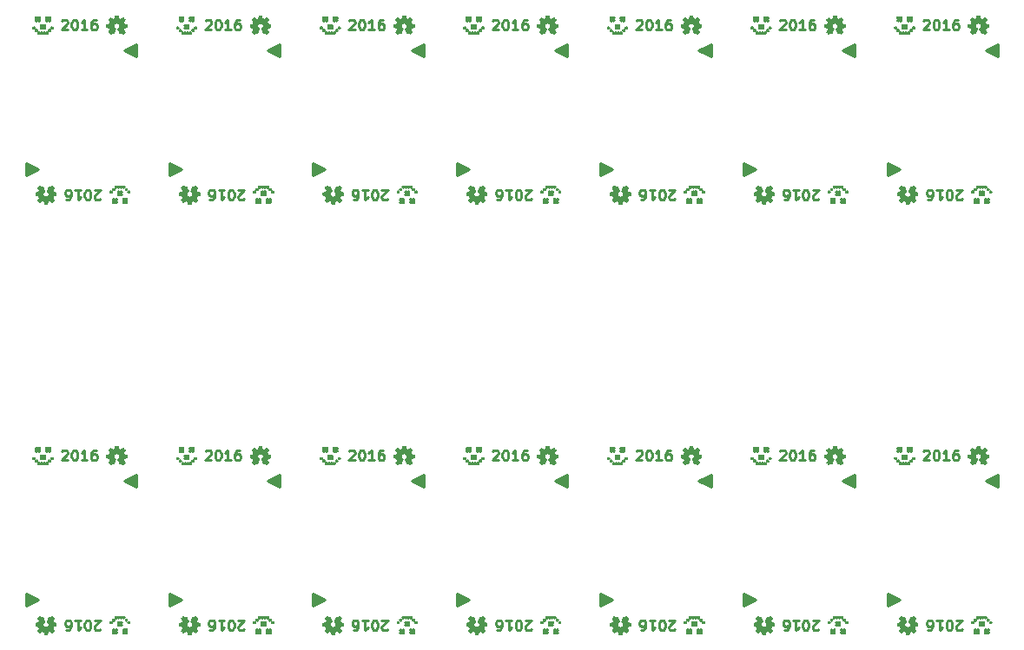
<source format=gto>
G04 #@! TF.FileFunction,Legend,Top*
%FSLAX46Y46*%
G04 Gerber Fmt 4.6, Leading zero omitted, Abs format (unit mm)*
G04 Created by KiCad (PCBNEW (2016-04-11 BZR 6687, Git f239aee)-product) date Tue 12 Apr 2016 02:23:05 PM CEST*
%MOMM*%
G01*
G04 APERTURE LIST*
%ADD10C,0.150000*%
%ADD11C,0.250000*%
%ADD12C,0.002540*%
%ADD13R,1.500000X2.000000*%
%ADD14O,1.500000X2.000000*%
%ADD15R,0.400000X2.000000*%
%ADD16R,0.400000X3.000000*%
%ADD17R,0.950000X1.000000*%
%ADD18C,0.100000*%
G04 APERTURE END LIST*
D10*
D11*
X59376785Y55297619D02*
X59329166Y55250000D01*
X59233928Y55202380D01*
X58995833Y55202380D01*
X58900595Y55250000D01*
X58852976Y55297619D01*
X58805357Y55392857D01*
X58805357Y55488095D01*
X58852976Y55630952D01*
X59424404Y56202380D01*
X58805357Y56202380D01*
X58186309Y55202380D02*
X58091071Y55202380D01*
X57995833Y55250000D01*
X57948214Y55297619D01*
X57900595Y55392857D01*
X57852976Y55583333D01*
X57852976Y55821428D01*
X57900595Y56011904D01*
X57948214Y56107142D01*
X57995833Y56154761D01*
X58091071Y56202380D01*
X58186309Y56202380D01*
X58281547Y56154761D01*
X58329166Y56107142D01*
X58376785Y56011904D01*
X58424404Y55821428D01*
X58424404Y55583333D01*
X58376785Y55392857D01*
X58329166Y55297619D01*
X58281547Y55250000D01*
X58186309Y55202380D01*
X56900595Y56202380D02*
X57472023Y56202380D01*
X57186309Y56202380D02*
X57186309Y55202380D01*
X57281547Y55345238D01*
X57376785Y55440476D01*
X57472023Y55488095D01*
X56043452Y55202380D02*
X56233928Y55202380D01*
X56329166Y55250000D01*
X56376785Y55297619D01*
X56472023Y55440476D01*
X56519642Y55630952D01*
X56519642Y56011904D01*
X56472023Y56107142D01*
X56424404Y56154761D01*
X56329166Y56202380D01*
X56138690Y56202380D01*
X56043452Y56154761D01*
X55995833Y56107142D01*
X55948214Y56011904D01*
X55948214Y55773809D01*
X55995833Y55678571D01*
X56043452Y55630952D01*
X56138690Y55583333D01*
X56329166Y55583333D01*
X56424404Y55630952D01*
X56472023Y55678571D01*
X56519642Y55773809D01*
X53299998Y58199999D02*
X52099999Y57599999D01*
X52099999Y58799998D02*
X53299998Y58199999D01*
X53299998Y58199999D02*
X52100000Y58200000D01*
X52200001Y57999999D02*
X52500002Y58100002D01*
X52600000Y58300002D02*
X52200000Y58400000D01*
X52899999Y58200002D02*
X52199997Y57799999D01*
X52900000Y58299999D02*
X52200000Y58600003D01*
X52099999Y57599999D02*
X52099999Y58799998D01*
X62100000Y111700000D02*
X62800000Y111400000D01*
X62400000Y111700000D02*
X62800000Y111600000D01*
X62900000Y111200000D02*
X61700000Y111800000D01*
X61700000Y111800000D02*
X62900000Y111800000D01*
X55623214Y114702380D02*
X55670833Y114750000D01*
X55766071Y114797619D01*
X56004166Y114797619D01*
X56099404Y114750000D01*
X56147023Y114702380D01*
X56194642Y114607142D01*
X56194642Y114511904D01*
X56147023Y114369047D01*
X55575595Y113797619D01*
X56194642Y113797619D01*
X56813690Y114797619D02*
X56908928Y114797619D01*
X57004166Y114750000D01*
X57051785Y114702380D01*
X57099404Y114607142D01*
X57147023Y114416666D01*
X57147023Y114178571D01*
X57099404Y113988095D01*
X57051785Y113892857D01*
X57004166Y113845238D01*
X56908928Y113797619D01*
X56813690Y113797619D01*
X56718452Y113845238D01*
X56670833Y113892857D01*
X56623214Y113988095D01*
X56575595Y114178571D01*
X56575595Y114416666D01*
X56623214Y114607142D01*
X56670833Y114702380D01*
X56718452Y114750000D01*
X56813690Y114797619D01*
X58099404Y113797619D02*
X57527976Y113797619D01*
X57813690Y113797619D02*
X57813690Y114797619D01*
X57718452Y114654761D01*
X57623214Y114559523D01*
X57527976Y114511904D01*
X58956547Y114797619D02*
X58766071Y114797619D01*
X58670833Y114750000D01*
X58623214Y114702380D01*
X58527976Y114559523D01*
X58480357Y114369047D01*
X58480357Y113988095D01*
X58527976Y113892857D01*
X58575595Y113845238D01*
X58670833Y113797619D01*
X58861309Y113797619D01*
X58956547Y113845238D01*
X59004166Y113892857D01*
X59051785Y113988095D01*
X59051785Y114226190D01*
X59004166Y114321428D01*
X58956547Y114369047D01*
X58861309Y114416666D01*
X58670833Y114416666D01*
X58575595Y114369047D01*
X58527976Y114321428D01*
X58480357Y114226190D01*
X62100000Y111800000D02*
X62800000Y112200000D01*
X61700000Y111800000D02*
X62900000Y112400000D01*
X62800000Y112000000D02*
X62500000Y111900000D01*
X62900000Y112400000D02*
X62900000Y111200000D01*
X62900000Y70400000D02*
X62900000Y69200000D01*
X62100000Y69700000D02*
X62800000Y69400000D01*
X61700000Y69800000D02*
X62900000Y69800000D01*
X62400000Y69700000D02*
X62800000Y69600000D01*
X62900000Y69200000D02*
X61700000Y69800000D01*
X55623214Y72702380D02*
X55670833Y72750000D01*
X55766071Y72797619D01*
X56004166Y72797619D01*
X56099404Y72750000D01*
X56147023Y72702380D01*
X56194642Y72607142D01*
X56194642Y72511904D01*
X56147023Y72369047D01*
X55575595Y71797619D01*
X56194642Y71797619D01*
X56813690Y72797619D02*
X56908928Y72797619D01*
X57004166Y72750000D01*
X57051785Y72702380D01*
X57099404Y72607142D01*
X57147023Y72416666D01*
X57147023Y72178571D01*
X57099404Y71988095D01*
X57051785Y71892857D01*
X57004166Y71845238D01*
X56908928Y71797619D01*
X56813690Y71797619D01*
X56718452Y71845238D01*
X56670833Y71892857D01*
X56623214Y71988095D01*
X56575595Y72178571D01*
X56575595Y72416666D01*
X56623214Y72607142D01*
X56670833Y72702380D01*
X56718452Y72750000D01*
X56813690Y72797619D01*
X58099404Y71797619D02*
X57527976Y71797619D01*
X57813690Y71797619D02*
X57813690Y72797619D01*
X57718452Y72654761D01*
X57623214Y72559523D01*
X57527976Y72511904D01*
X58956547Y72797619D02*
X58766071Y72797619D01*
X58670833Y72750000D01*
X58623214Y72702380D01*
X58527976Y72559523D01*
X58480357Y72369047D01*
X58480357Y71988095D01*
X58527976Y71892857D01*
X58575595Y71845238D01*
X58670833Y71797619D01*
X58861309Y71797619D01*
X58956547Y71845238D01*
X59004166Y71892857D01*
X59051785Y71988095D01*
X59051785Y72226190D01*
X59004166Y72321428D01*
X58956547Y72369047D01*
X58861309Y72416666D01*
X58670833Y72416666D01*
X58575595Y72369047D01*
X58527976Y72321428D01*
X58480357Y72226190D01*
X62100000Y69800000D02*
X62800000Y70200000D01*
X62800000Y70000000D02*
X62500000Y69900000D01*
X61700000Y69800000D02*
X62900000Y70400000D01*
X53299998Y100199999D02*
X52099999Y99599999D01*
X52899999Y100200002D02*
X52199997Y99799999D01*
X52200001Y99999999D02*
X52500002Y100100002D01*
X52099999Y100799998D02*
X53299998Y100199999D01*
X53299998Y100199999D02*
X52100000Y100200000D01*
X52900000Y100299999D02*
X52200000Y100600003D01*
X52099999Y99599999D02*
X52099999Y100799998D01*
X52600000Y100300002D02*
X52200000Y100400000D01*
X59376785Y97297619D02*
X59329166Y97250000D01*
X59233928Y97202380D01*
X58995833Y97202380D01*
X58900595Y97250000D01*
X58852976Y97297619D01*
X58805357Y97392857D01*
X58805357Y97488095D01*
X58852976Y97630952D01*
X59424404Y98202380D01*
X58805357Y98202380D01*
X58186309Y97202380D02*
X58091071Y97202380D01*
X57995833Y97250000D01*
X57948214Y97297619D01*
X57900595Y97392857D01*
X57852976Y97583333D01*
X57852976Y97821428D01*
X57900595Y98011904D01*
X57948214Y98107142D01*
X57995833Y98154761D01*
X58091071Y98202380D01*
X58186309Y98202380D01*
X58281547Y98154761D01*
X58329166Y98107142D01*
X58376785Y98011904D01*
X58424404Y97821428D01*
X58424404Y97583333D01*
X58376785Y97392857D01*
X58329166Y97297619D01*
X58281547Y97250000D01*
X58186309Y97202380D01*
X56900595Y98202380D02*
X57472023Y98202380D01*
X57186309Y98202380D02*
X57186309Y97202380D01*
X57281547Y97345238D01*
X57376785Y97440476D01*
X57472023Y97488095D01*
X56043452Y97202380D02*
X56233928Y97202380D01*
X56329166Y97250000D01*
X56376785Y97297619D01*
X56472023Y97440476D01*
X56519642Y97630952D01*
X56519642Y98011904D01*
X56472023Y98107142D01*
X56424404Y98154761D01*
X56329166Y98202380D01*
X56138690Y98202380D01*
X56043452Y98154761D01*
X55995833Y98107142D01*
X55948214Y98011904D01*
X55948214Y97773809D01*
X55995833Y97678571D01*
X56043452Y97630952D01*
X56138690Y97583333D01*
X56329166Y97583333D01*
X56424404Y97630952D01*
X56472023Y97678571D01*
X56519642Y97773809D01*
X80099999Y58799998D02*
X81299998Y58199999D01*
X81299998Y58199999D02*
X80100000Y58200000D01*
X81299998Y58199999D02*
X80099999Y57599999D01*
X87376785Y55297619D02*
X87329166Y55250000D01*
X87233928Y55202380D01*
X86995833Y55202380D01*
X86900595Y55250000D01*
X86852976Y55297619D01*
X86805357Y55392857D01*
X86805357Y55488095D01*
X86852976Y55630952D01*
X87424404Y56202380D01*
X86805357Y56202380D01*
X86186309Y55202380D02*
X86091071Y55202380D01*
X85995833Y55250000D01*
X85948214Y55297619D01*
X85900595Y55392857D01*
X85852976Y55583333D01*
X85852976Y55821428D01*
X85900595Y56011904D01*
X85948214Y56107142D01*
X85995833Y56154761D01*
X86091071Y56202380D01*
X86186309Y56202380D01*
X86281547Y56154761D01*
X86329166Y56107142D01*
X86376785Y56011904D01*
X86424404Y55821428D01*
X86424404Y55583333D01*
X86376785Y55392857D01*
X86329166Y55297619D01*
X86281547Y55250000D01*
X86186309Y55202380D01*
X84900595Y56202380D02*
X85472023Y56202380D01*
X85186309Y56202380D02*
X85186309Y55202380D01*
X85281547Y55345238D01*
X85376785Y55440476D01*
X85472023Y55488095D01*
X84043452Y55202380D02*
X84233928Y55202380D01*
X84329166Y55250000D01*
X84376785Y55297619D01*
X84472023Y55440476D01*
X84519642Y55630952D01*
X84519642Y56011904D01*
X84472023Y56107142D01*
X84424404Y56154761D01*
X84329166Y56202380D01*
X84138690Y56202380D01*
X84043452Y56154761D01*
X83995833Y56107142D01*
X83948214Y56011904D01*
X83948214Y55773809D01*
X83995833Y55678571D01*
X84043452Y55630952D01*
X84138690Y55583333D01*
X84329166Y55583333D01*
X84424404Y55630952D01*
X84472023Y55678571D01*
X84519642Y55773809D01*
X90800000Y70000000D02*
X90500000Y69900000D01*
X90100000Y69800000D02*
X90800000Y70200000D01*
X89700000Y69800000D02*
X90900000Y69800000D01*
X90900000Y70400000D02*
X90900000Y69200000D01*
X90400000Y69700000D02*
X90800000Y69600000D01*
X90100000Y69700000D02*
X90800000Y69400000D01*
X90900000Y69200000D02*
X89700000Y69800000D01*
X89700000Y69800000D02*
X90900000Y70400000D01*
X83623214Y72702380D02*
X83670833Y72750000D01*
X83766071Y72797619D01*
X84004166Y72797619D01*
X84099404Y72750000D01*
X84147023Y72702380D01*
X84194642Y72607142D01*
X84194642Y72511904D01*
X84147023Y72369047D01*
X83575595Y71797619D01*
X84194642Y71797619D01*
X84813690Y72797619D02*
X84908928Y72797619D01*
X85004166Y72750000D01*
X85051785Y72702380D01*
X85099404Y72607142D01*
X85147023Y72416666D01*
X85147023Y72178571D01*
X85099404Y71988095D01*
X85051785Y71892857D01*
X85004166Y71845238D01*
X84908928Y71797619D01*
X84813690Y71797619D01*
X84718452Y71845238D01*
X84670833Y71892857D01*
X84623214Y71988095D01*
X84575595Y72178571D01*
X84575595Y72416666D01*
X84623214Y72607142D01*
X84670833Y72702380D01*
X84718452Y72750000D01*
X84813690Y72797619D01*
X86099404Y71797619D02*
X85527976Y71797619D01*
X85813690Y71797619D02*
X85813690Y72797619D01*
X85718452Y72654761D01*
X85623214Y72559523D01*
X85527976Y72511904D01*
X86956547Y72797619D02*
X86766071Y72797619D01*
X86670833Y72750000D01*
X86623214Y72702380D01*
X86527976Y72559523D01*
X86480357Y72369047D01*
X86480357Y71988095D01*
X86527976Y71892857D01*
X86575595Y71845238D01*
X86670833Y71797619D01*
X86861309Y71797619D01*
X86956547Y71845238D01*
X87004166Y71892857D01*
X87051785Y71988095D01*
X87051785Y72226190D01*
X87004166Y72321428D01*
X86956547Y72369047D01*
X86861309Y72416666D01*
X86670833Y72416666D01*
X86575595Y72369047D01*
X86527976Y72321428D01*
X86480357Y72226190D01*
X80200001Y57999999D02*
X80500002Y58100002D01*
X80899999Y58200002D02*
X80199997Y57799999D01*
X80900000Y58299999D02*
X80200000Y58600003D01*
X80099999Y57599999D02*
X80099999Y58799998D01*
X80600000Y58300002D02*
X80200000Y58400000D01*
X83623214Y114702380D02*
X83670833Y114750000D01*
X83766071Y114797619D01*
X84004166Y114797619D01*
X84099404Y114750000D01*
X84147023Y114702380D01*
X84194642Y114607142D01*
X84194642Y114511904D01*
X84147023Y114369047D01*
X83575595Y113797619D01*
X84194642Y113797619D01*
X84813690Y114797619D02*
X84908928Y114797619D01*
X85004166Y114750000D01*
X85051785Y114702380D01*
X85099404Y114607142D01*
X85147023Y114416666D01*
X85147023Y114178571D01*
X85099404Y113988095D01*
X85051785Y113892857D01*
X85004166Y113845238D01*
X84908928Y113797619D01*
X84813690Y113797619D01*
X84718452Y113845238D01*
X84670833Y113892857D01*
X84623214Y113988095D01*
X84575595Y114178571D01*
X84575595Y114416666D01*
X84623214Y114607142D01*
X84670833Y114702380D01*
X84718452Y114750000D01*
X84813690Y114797619D01*
X86099404Y113797619D02*
X85527976Y113797619D01*
X85813690Y113797619D02*
X85813690Y114797619D01*
X85718452Y114654761D01*
X85623214Y114559523D01*
X85527976Y114511904D01*
X86956547Y114797619D02*
X86766071Y114797619D01*
X86670833Y114750000D01*
X86623214Y114702380D01*
X86527976Y114559523D01*
X86480357Y114369047D01*
X86480357Y113988095D01*
X86527976Y113892857D01*
X86575595Y113845238D01*
X86670833Y113797619D01*
X86861309Y113797619D01*
X86956547Y113845238D01*
X87004166Y113892857D01*
X87051785Y113988095D01*
X87051785Y114226190D01*
X87004166Y114321428D01*
X86956547Y114369047D01*
X86861309Y114416666D01*
X86670833Y114416666D01*
X86575595Y114369047D01*
X86527976Y114321428D01*
X86480357Y114226190D01*
X87376785Y97297619D02*
X87329166Y97250000D01*
X87233928Y97202380D01*
X86995833Y97202380D01*
X86900595Y97250000D01*
X86852976Y97297619D01*
X86805357Y97392857D01*
X86805357Y97488095D01*
X86852976Y97630952D01*
X87424404Y98202380D01*
X86805357Y98202380D01*
X86186309Y97202380D02*
X86091071Y97202380D01*
X85995833Y97250000D01*
X85948214Y97297619D01*
X85900595Y97392857D01*
X85852976Y97583333D01*
X85852976Y97821428D01*
X85900595Y98011904D01*
X85948214Y98107142D01*
X85995833Y98154761D01*
X86091071Y98202380D01*
X86186309Y98202380D01*
X86281547Y98154761D01*
X86329166Y98107142D01*
X86376785Y98011904D01*
X86424404Y97821428D01*
X86424404Y97583333D01*
X86376785Y97392857D01*
X86329166Y97297619D01*
X86281547Y97250000D01*
X86186309Y97202380D01*
X84900595Y98202380D02*
X85472023Y98202380D01*
X85186309Y98202380D02*
X85186309Y97202380D01*
X85281547Y97345238D01*
X85376785Y97440476D01*
X85472023Y97488095D01*
X84043452Y97202380D02*
X84233928Y97202380D01*
X84329166Y97250000D01*
X84376785Y97297619D01*
X84472023Y97440476D01*
X84519642Y97630952D01*
X84519642Y98011904D01*
X84472023Y98107142D01*
X84424404Y98154761D01*
X84329166Y98202380D01*
X84138690Y98202380D01*
X84043452Y98154761D01*
X83995833Y98107142D01*
X83948214Y98011904D01*
X83948214Y97773809D01*
X83995833Y97678571D01*
X84043452Y97630952D01*
X84138690Y97583333D01*
X84329166Y97583333D01*
X84424404Y97630952D01*
X84472023Y97678571D01*
X84519642Y97773809D01*
X80200001Y99999999D02*
X80500002Y100100002D01*
X80900000Y100299999D02*
X80200000Y100600003D01*
X80600000Y100300002D02*
X80200000Y100400000D01*
X90100000Y111800000D02*
X90800000Y112200000D01*
X89700000Y111800000D02*
X90900000Y112400000D01*
X90800000Y112000000D02*
X90500000Y111900000D01*
X90400000Y111700000D02*
X90800000Y111600000D01*
X90900000Y112400000D02*
X90900000Y111200000D01*
X90900000Y111200000D02*
X89700000Y111800000D01*
X90100000Y111700000D02*
X90800000Y111400000D01*
X89700000Y111800000D02*
X90900000Y111800000D01*
X76900000Y69200000D02*
X75700000Y69800000D01*
X76100000Y69700000D02*
X76800000Y69400000D01*
X76400000Y69700000D02*
X76800000Y69600000D01*
X73376785Y55297619D02*
X73329166Y55250000D01*
X73233928Y55202380D01*
X72995833Y55202380D01*
X72900595Y55250000D01*
X72852976Y55297619D01*
X72805357Y55392857D01*
X72805357Y55488095D01*
X72852976Y55630952D01*
X73424404Y56202380D01*
X72805357Y56202380D01*
X72186309Y55202380D02*
X72091071Y55202380D01*
X71995833Y55250000D01*
X71948214Y55297619D01*
X71900595Y55392857D01*
X71852976Y55583333D01*
X71852976Y55821428D01*
X71900595Y56011904D01*
X71948214Y56107142D01*
X71995833Y56154761D01*
X72091071Y56202380D01*
X72186309Y56202380D01*
X72281547Y56154761D01*
X72329166Y56107142D01*
X72376785Y56011904D01*
X72424404Y55821428D01*
X72424404Y55583333D01*
X72376785Y55392857D01*
X72329166Y55297619D01*
X72281547Y55250000D01*
X72186309Y55202380D01*
X70900595Y56202380D02*
X71472023Y56202380D01*
X71186309Y56202380D02*
X71186309Y55202380D01*
X71281547Y55345238D01*
X71376785Y55440476D01*
X71472023Y55488095D01*
X70043452Y55202380D02*
X70233928Y55202380D01*
X70329166Y55250000D01*
X70376785Y55297619D01*
X70472023Y55440476D01*
X70519642Y55630952D01*
X70519642Y56011904D01*
X70472023Y56107142D01*
X70424404Y56154761D01*
X70329166Y56202380D01*
X70138690Y56202380D01*
X70043452Y56154761D01*
X69995833Y56107142D01*
X69948214Y56011904D01*
X69948214Y55773809D01*
X69995833Y55678571D01*
X70043452Y55630952D01*
X70138690Y55583333D01*
X70329166Y55583333D01*
X70424404Y55630952D01*
X70472023Y55678571D01*
X70519642Y55773809D01*
X76900000Y70400000D02*
X76900000Y69200000D01*
X75700000Y69800000D02*
X76900000Y70400000D01*
X76100000Y69800000D02*
X76800000Y70200000D01*
X76800000Y70000000D02*
X76500000Y69900000D01*
X75700000Y69800000D02*
X76900000Y69800000D01*
X66899999Y58200002D02*
X66199997Y57799999D01*
X66099999Y58799998D02*
X67299998Y58199999D01*
X67299998Y58199999D02*
X66099999Y57599999D01*
X67299998Y58199999D02*
X66100000Y58200000D01*
X66099999Y57599999D02*
X66099999Y58799998D01*
X66600000Y58300002D02*
X66200000Y58400000D01*
X66200001Y57999999D02*
X66500002Y58100002D01*
X66900000Y58299999D02*
X66200000Y58600003D01*
X66200001Y99999999D02*
X66500002Y100100002D01*
X66899999Y100200002D02*
X66199997Y99799999D01*
X67299998Y100199999D02*
X66100000Y100200000D01*
X69623214Y72702380D02*
X69670833Y72750000D01*
X69766071Y72797619D01*
X70004166Y72797619D01*
X70099404Y72750000D01*
X70147023Y72702380D01*
X70194642Y72607142D01*
X70194642Y72511904D01*
X70147023Y72369047D01*
X69575595Y71797619D01*
X70194642Y71797619D01*
X70813690Y72797619D02*
X70908928Y72797619D01*
X71004166Y72750000D01*
X71051785Y72702380D01*
X71099404Y72607142D01*
X71147023Y72416666D01*
X71147023Y72178571D01*
X71099404Y71988095D01*
X71051785Y71892857D01*
X71004166Y71845238D01*
X70908928Y71797619D01*
X70813690Y71797619D01*
X70718452Y71845238D01*
X70670833Y71892857D01*
X70623214Y71988095D01*
X70575595Y72178571D01*
X70575595Y72416666D01*
X70623214Y72607142D01*
X70670833Y72702380D01*
X70718452Y72750000D01*
X70813690Y72797619D01*
X72099404Y71797619D02*
X71527976Y71797619D01*
X71813690Y71797619D02*
X71813690Y72797619D01*
X71718452Y72654761D01*
X71623214Y72559523D01*
X71527976Y72511904D01*
X72956547Y72797619D02*
X72766071Y72797619D01*
X72670833Y72750000D01*
X72623214Y72702380D01*
X72527976Y72559523D01*
X72480357Y72369047D01*
X72480357Y71988095D01*
X72527976Y71892857D01*
X72575595Y71845238D01*
X72670833Y71797619D01*
X72861309Y71797619D01*
X72956547Y71845238D01*
X73004166Y71892857D01*
X73051785Y71988095D01*
X73051785Y72226190D01*
X73004166Y72321428D01*
X72956547Y72369047D01*
X72861309Y72416666D01*
X72670833Y72416666D01*
X72575595Y72369047D01*
X72527976Y72321428D01*
X72480357Y72226190D01*
X81299998Y100199999D02*
X80100000Y100200000D01*
X80099999Y100799998D02*
X81299998Y100199999D01*
X81299998Y100199999D02*
X80099999Y99599999D01*
X80099999Y99599999D02*
X80099999Y100799998D01*
X80899999Y100200002D02*
X80199997Y99799999D01*
X66099999Y99599999D02*
X66099999Y100799998D01*
X66900000Y100299999D02*
X66200000Y100600003D01*
X67299998Y100199999D02*
X66099999Y99599999D01*
X66099999Y100799998D02*
X67299998Y100199999D01*
X66600000Y100300002D02*
X66200000Y100400000D01*
X73376785Y97297619D02*
X73329166Y97250000D01*
X73233928Y97202380D01*
X72995833Y97202380D01*
X72900595Y97250000D01*
X72852976Y97297619D01*
X72805357Y97392857D01*
X72805357Y97488095D01*
X72852976Y97630952D01*
X73424404Y98202380D01*
X72805357Y98202380D01*
X72186309Y97202380D02*
X72091071Y97202380D01*
X71995833Y97250000D01*
X71948214Y97297619D01*
X71900595Y97392857D01*
X71852976Y97583333D01*
X71852976Y97821428D01*
X71900595Y98011904D01*
X71948214Y98107142D01*
X71995833Y98154761D01*
X72091071Y98202380D01*
X72186309Y98202380D01*
X72281547Y98154761D01*
X72329166Y98107142D01*
X72376785Y98011904D01*
X72424404Y97821428D01*
X72424404Y97583333D01*
X72376785Y97392857D01*
X72329166Y97297619D01*
X72281547Y97250000D01*
X72186309Y97202380D01*
X70900595Y98202380D02*
X71472023Y98202380D01*
X71186309Y98202380D02*
X71186309Y97202380D01*
X71281547Y97345238D01*
X71376785Y97440476D01*
X71472023Y97488095D01*
X70043452Y97202380D02*
X70233928Y97202380D01*
X70329166Y97250000D01*
X70376785Y97297619D01*
X70472023Y97440476D01*
X70519642Y97630952D01*
X70519642Y98011904D01*
X70472023Y98107142D01*
X70424404Y98154761D01*
X70329166Y98202380D01*
X70138690Y98202380D01*
X70043452Y98154761D01*
X69995833Y98107142D01*
X69948214Y98011904D01*
X69948214Y97773809D01*
X69995833Y97678571D01*
X70043452Y97630952D01*
X70138690Y97583333D01*
X70329166Y97583333D01*
X70424404Y97630952D01*
X70472023Y97678571D01*
X70519642Y97773809D01*
X69623214Y114702380D02*
X69670833Y114750000D01*
X69766071Y114797619D01*
X70004166Y114797619D01*
X70099404Y114750000D01*
X70147023Y114702380D01*
X70194642Y114607142D01*
X70194642Y114511904D01*
X70147023Y114369047D01*
X69575595Y113797619D01*
X70194642Y113797619D01*
X70813690Y114797619D02*
X70908928Y114797619D01*
X71004166Y114750000D01*
X71051785Y114702380D01*
X71099404Y114607142D01*
X71147023Y114416666D01*
X71147023Y114178571D01*
X71099404Y113988095D01*
X71051785Y113892857D01*
X71004166Y113845238D01*
X70908928Y113797619D01*
X70813690Y113797619D01*
X70718452Y113845238D01*
X70670833Y113892857D01*
X70623214Y113988095D01*
X70575595Y114178571D01*
X70575595Y114416666D01*
X70623214Y114607142D01*
X70670833Y114702380D01*
X70718452Y114750000D01*
X70813690Y114797619D01*
X72099404Y113797619D02*
X71527976Y113797619D01*
X71813690Y113797619D02*
X71813690Y114797619D01*
X71718452Y114654761D01*
X71623214Y114559523D01*
X71527976Y114511904D01*
X72956547Y114797619D02*
X72766071Y114797619D01*
X72670833Y114750000D01*
X72623214Y114702380D01*
X72527976Y114559523D01*
X72480357Y114369047D01*
X72480357Y113988095D01*
X72527976Y113892857D01*
X72575595Y113845238D01*
X72670833Y113797619D01*
X72861309Y113797619D01*
X72956547Y113845238D01*
X73004166Y113892857D01*
X73051785Y113988095D01*
X73051785Y114226190D01*
X73004166Y114321428D01*
X72956547Y114369047D01*
X72861309Y114416666D01*
X72670833Y114416666D01*
X72575595Y114369047D01*
X72527976Y114321428D01*
X72480357Y114226190D01*
X76900000Y111200000D02*
X75700000Y111800000D01*
X76100000Y111800000D02*
X76800000Y112200000D01*
X75700000Y111800000D02*
X76900000Y112400000D01*
X76900000Y112400000D02*
X76900000Y111200000D01*
X76100000Y111700000D02*
X76800000Y111400000D01*
X75700000Y111800000D02*
X76900000Y111800000D01*
X76800000Y112000000D02*
X76500000Y111900000D01*
X76400000Y111700000D02*
X76800000Y111600000D01*
X118800000Y70000000D02*
X118500000Y69900000D01*
X118100000Y69800000D02*
X118800000Y70200000D01*
X117700000Y69800000D02*
X118900000Y69800000D01*
X117700000Y69800000D02*
X118900000Y70400000D01*
X118400000Y69700000D02*
X118800000Y69600000D01*
X118900000Y70400000D02*
X118900000Y69200000D01*
X118100000Y69700000D02*
X118800000Y69400000D01*
X118900000Y69200000D02*
X117700000Y69800000D01*
X111623214Y72702380D02*
X111670833Y72750000D01*
X111766071Y72797619D01*
X112004166Y72797619D01*
X112099404Y72750000D01*
X112147023Y72702380D01*
X112194642Y72607142D01*
X112194642Y72511904D01*
X112147023Y72369047D01*
X111575595Y71797619D01*
X112194642Y71797619D01*
X112813690Y72797619D02*
X112908928Y72797619D01*
X113004166Y72750000D01*
X113051785Y72702380D01*
X113099404Y72607142D01*
X113147023Y72416666D01*
X113147023Y72178571D01*
X113099404Y71988095D01*
X113051785Y71892857D01*
X113004166Y71845238D01*
X112908928Y71797619D01*
X112813690Y71797619D01*
X112718452Y71845238D01*
X112670833Y71892857D01*
X112623214Y71988095D01*
X112575595Y72178571D01*
X112575595Y72416666D01*
X112623214Y72607142D01*
X112670833Y72702380D01*
X112718452Y72750000D01*
X112813690Y72797619D01*
X114099404Y71797619D02*
X113527976Y71797619D01*
X113813690Y71797619D02*
X113813690Y72797619D01*
X113718452Y72654761D01*
X113623214Y72559523D01*
X113527976Y72511904D01*
X114956547Y72797619D02*
X114766071Y72797619D01*
X114670833Y72750000D01*
X114623214Y72702380D01*
X114527976Y72559523D01*
X114480357Y72369047D01*
X114480357Y71988095D01*
X114527976Y71892857D01*
X114575595Y71845238D01*
X114670833Y71797619D01*
X114861309Y71797619D01*
X114956547Y71845238D01*
X115004166Y71892857D01*
X115051785Y71988095D01*
X115051785Y72226190D01*
X115004166Y72321428D01*
X114956547Y72369047D01*
X114861309Y72416666D01*
X114670833Y72416666D01*
X114575595Y72369047D01*
X114527976Y72321428D01*
X114480357Y72226190D01*
X104900000Y69200000D02*
X103700000Y69800000D01*
X103700000Y69800000D02*
X104900000Y69800000D01*
X103700000Y69800000D02*
X104900000Y70400000D01*
X97623214Y72702380D02*
X97670833Y72750000D01*
X97766071Y72797619D01*
X98004166Y72797619D01*
X98099404Y72750000D01*
X98147023Y72702380D01*
X98194642Y72607142D01*
X98194642Y72511904D01*
X98147023Y72369047D01*
X97575595Y71797619D01*
X98194642Y71797619D01*
X98813690Y72797619D02*
X98908928Y72797619D01*
X99004166Y72750000D01*
X99051785Y72702380D01*
X99099404Y72607142D01*
X99147023Y72416666D01*
X99147023Y72178571D01*
X99099404Y71988095D01*
X99051785Y71892857D01*
X99004166Y71845238D01*
X98908928Y71797619D01*
X98813690Y71797619D01*
X98718452Y71845238D01*
X98670833Y71892857D01*
X98623214Y71988095D01*
X98575595Y72178571D01*
X98575595Y72416666D01*
X98623214Y72607142D01*
X98670833Y72702380D01*
X98718452Y72750000D01*
X98813690Y72797619D01*
X100099404Y71797619D02*
X99527976Y71797619D01*
X99813690Y71797619D02*
X99813690Y72797619D01*
X99718452Y72654761D01*
X99623214Y72559523D01*
X99527976Y72511904D01*
X100956547Y72797619D02*
X100766071Y72797619D01*
X100670833Y72750000D01*
X100623214Y72702380D01*
X100527976Y72559523D01*
X100480357Y72369047D01*
X100480357Y71988095D01*
X100527976Y71892857D01*
X100575595Y71845238D01*
X100670833Y71797619D01*
X100861309Y71797619D01*
X100956547Y71845238D01*
X101004166Y71892857D01*
X101051785Y71988095D01*
X101051785Y72226190D01*
X101004166Y72321428D01*
X100956547Y72369047D01*
X100861309Y72416666D01*
X100670833Y72416666D01*
X100575595Y72369047D01*
X100527976Y72321428D01*
X100480357Y72226190D01*
X104100000Y69800000D02*
X104800000Y70200000D01*
X104100000Y69700000D02*
X104800000Y69400000D01*
X104800000Y70000000D02*
X104500000Y69900000D01*
X104400000Y69700000D02*
X104800000Y69600000D01*
X104900000Y70400000D02*
X104900000Y69200000D01*
X108900000Y58299999D02*
X108200000Y58600003D01*
X108099999Y57599999D02*
X108099999Y58799998D01*
X108200001Y57999999D02*
X108500002Y58100002D01*
X108099999Y58799998D02*
X109299998Y58199999D01*
X108600000Y58300002D02*
X108200000Y58400000D01*
X109299998Y58199999D02*
X108100000Y58200000D01*
X108899999Y58200002D02*
X108199997Y57799999D01*
X109299998Y58199999D02*
X108099999Y57599999D01*
X115376785Y55297619D02*
X115329166Y55250000D01*
X115233928Y55202380D01*
X114995833Y55202380D01*
X114900595Y55250000D01*
X114852976Y55297619D01*
X114805357Y55392857D01*
X114805357Y55488095D01*
X114852976Y55630952D01*
X115424404Y56202380D01*
X114805357Y56202380D01*
X114186309Y55202380D02*
X114091071Y55202380D01*
X113995833Y55250000D01*
X113948214Y55297619D01*
X113900595Y55392857D01*
X113852976Y55583333D01*
X113852976Y55821428D01*
X113900595Y56011904D01*
X113948214Y56107142D01*
X113995833Y56154761D01*
X114091071Y56202380D01*
X114186309Y56202380D01*
X114281547Y56154761D01*
X114329166Y56107142D01*
X114376785Y56011904D01*
X114424404Y55821428D01*
X114424404Y55583333D01*
X114376785Y55392857D01*
X114329166Y55297619D01*
X114281547Y55250000D01*
X114186309Y55202380D01*
X112900595Y56202380D02*
X113472023Y56202380D01*
X113186309Y56202380D02*
X113186309Y55202380D01*
X113281547Y55345238D01*
X113376785Y55440476D01*
X113472023Y55488095D01*
X112043452Y55202380D02*
X112233928Y55202380D01*
X112329166Y55250000D01*
X112376785Y55297619D01*
X112472023Y55440476D01*
X112519642Y55630952D01*
X112519642Y56011904D01*
X112472023Y56107142D01*
X112424404Y56154761D01*
X112329166Y56202380D01*
X112138690Y56202380D01*
X112043452Y56154761D01*
X111995833Y56107142D01*
X111948214Y56011904D01*
X111948214Y55773809D01*
X111995833Y55678571D01*
X112043452Y55630952D01*
X112138690Y55583333D01*
X112329166Y55583333D01*
X112424404Y55630952D01*
X112472023Y55678571D01*
X112519642Y55773809D01*
X94899999Y58200002D02*
X94199997Y57799999D01*
X94600000Y58300002D02*
X94200000Y58400000D01*
X94200001Y57999999D02*
X94500002Y58100002D01*
X94099999Y58799998D02*
X95299998Y58199999D01*
X95299998Y58199999D02*
X94099999Y57599999D01*
X95299998Y58199999D02*
X94100000Y58200000D01*
X94900000Y58299999D02*
X94200000Y58600003D01*
X94099999Y57599999D02*
X94099999Y58799998D01*
X101376785Y55297619D02*
X101329166Y55250000D01*
X101233928Y55202380D01*
X100995833Y55202380D01*
X100900595Y55250000D01*
X100852976Y55297619D01*
X100805357Y55392857D01*
X100805357Y55488095D01*
X100852976Y55630952D01*
X101424404Y56202380D01*
X100805357Y56202380D01*
X100186309Y55202380D02*
X100091071Y55202380D01*
X99995833Y55250000D01*
X99948214Y55297619D01*
X99900595Y55392857D01*
X99852976Y55583333D01*
X99852976Y55821428D01*
X99900595Y56011904D01*
X99948214Y56107142D01*
X99995833Y56154761D01*
X100091071Y56202380D01*
X100186309Y56202380D01*
X100281547Y56154761D01*
X100329166Y56107142D01*
X100376785Y56011904D01*
X100424404Y55821428D01*
X100424404Y55583333D01*
X100376785Y55392857D01*
X100329166Y55297619D01*
X100281547Y55250000D01*
X100186309Y55202380D01*
X98900595Y56202380D02*
X99472023Y56202380D01*
X99186309Y56202380D02*
X99186309Y55202380D01*
X99281547Y55345238D01*
X99376785Y55440476D01*
X99472023Y55488095D01*
X98043452Y55202380D02*
X98233928Y55202380D01*
X98329166Y55250000D01*
X98376785Y55297619D01*
X98472023Y55440476D01*
X98519642Y55630952D01*
X98519642Y56011904D01*
X98472023Y56107142D01*
X98424404Y56154761D01*
X98329166Y56202380D01*
X98138690Y56202380D01*
X98043452Y56154761D01*
X97995833Y56107142D01*
X97948214Y56011904D01*
X97948214Y55773809D01*
X97995833Y55678571D01*
X98043452Y55630952D01*
X98138690Y55583333D01*
X98329166Y55583333D01*
X98424404Y55630952D01*
X98472023Y55678571D01*
X98519642Y55773809D01*
X115376785Y97297619D02*
X115329166Y97250000D01*
X115233928Y97202380D01*
X114995833Y97202380D01*
X114900595Y97250000D01*
X114852976Y97297619D01*
X114805357Y97392857D01*
X114805357Y97488095D01*
X114852976Y97630952D01*
X115424404Y98202380D01*
X114805357Y98202380D01*
X114186309Y97202380D02*
X114091071Y97202380D01*
X113995833Y97250000D01*
X113948214Y97297619D01*
X113900595Y97392857D01*
X113852976Y97583333D01*
X113852976Y97821428D01*
X113900595Y98011904D01*
X113948214Y98107142D01*
X113995833Y98154761D01*
X114091071Y98202380D01*
X114186309Y98202380D01*
X114281547Y98154761D01*
X114329166Y98107142D01*
X114376785Y98011904D01*
X114424404Y97821428D01*
X114424404Y97583333D01*
X114376785Y97392857D01*
X114329166Y97297619D01*
X114281547Y97250000D01*
X114186309Y97202380D01*
X112900595Y98202380D02*
X113472023Y98202380D01*
X113186309Y98202380D02*
X113186309Y97202380D01*
X113281547Y97345238D01*
X113376785Y97440476D01*
X113472023Y97488095D01*
X112043452Y97202380D02*
X112233928Y97202380D01*
X112329166Y97250000D01*
X112376785Y97297619D01*
X112472023Y97440476D01*
X112519642Y97630952D01*
X112519642Y98011904D01*
X112472023Y98107142D01*
X112424404Y98154761D01*
X112329166Y98202380D01*
X112138690Y98202380D01*
X112043452Y98154761D01*
X111995833Y98107142D01*
X111948214Y98011904D01*
X111948214Y97773809D01*
X111995833Y97678571D01*
X112043452Y97630952D01*
X112138690Y97583333D01*
X112329166Y97583333D01*
X112424404Y97630952D01*
X112472023Y97678571D01*
X112519642Y97773809D01*
X118100000Y111800000D02*
X118800000Y112200000D01*
X117700000Y111800000D02*
X118900000Y112400000D01*
X118800000Y112000000D02*
X118500000Y111900000D01*
X118400000Y111700000D02*
X118800000Y111600000D01*
X118900000Y112400000D02*
X118900000Y111200000D01*
X118900000Y111200000D02*
X117700000Y111800000D01*
X118100000Y111700000D02*
X118800000Y111400000D01*
X117700000Y111800000D02*
X118900000Y111800000D01*
X111623214Y114702380D02*
X111670833Y114750000D01*
X111766071Y114797619D01*
X112004166Y114797619D01*
X112099404Y114750000D01*
X112147023Y114702380D01*
X112194642Y114607142D01*
X112194642Y114511904D01*
X112147023Y114369047D01*
X111575595Y113797619D01*
X112194642Y113797619D01*
X112813690Y114797619D02*
X112908928Y114797619D01*
X113004166Y114750000D01*
X113051785Y114702380D01*
X113099404Y114607142D01*
X113147023Y114416666D01*
X113147023Y114178571D01*
X113099404Y113988095D01*
X113051785Y113892857D01*
X113004166Y113845238D01*
X112908928Y113797619D01*
X112813690Y113797619D01*
X112718452Y113845238D01*
X112670833Y113892857D01*
X112623214Y113988095D01*
X112575595Y114178571D01*
X112575595Y114416666D01*
X112623214Y114607142D01*
X112670833Y114702380D01*
X112718452Y114750000D01*
X112813690Y114797619D01*
X114099404Y113797619D02*
X113527976Y113797619D01*
X113813690Y113797619D02*
X113813690Y114797619D01*
X113718452Y114654761D01*
X113623214Y114559523D01*
X113527976Y114511904D01*
X114956547Y114797619D02*
X114766071Y114797619D01*
X114670833Y114750000D01*
X114623214Y114702380D01*
X114527976Y114559523D01*
X114480357Y114369047D01*
X114480357Y113988095D01*
X114527976Y113892857D01*
X114575595Y113845238D01*
X114670833Y113797619D01*
X114861309Y113797619D01*
X114956547Y113845238D01*
X115004166Y113892857D01*
X115051785Y113988095D01*
X115051785Y114226190D01*
X115004166Y114321428D01*
X114956547Y114369047D01*
X114861309Y114416666D01*
X114670833Y114416666D01*
X114575595Y114369047D01*
X114527976Y114321428D01*
X114480357Y114226190D01*
X109299998Y100199999D02*
X108100000Y100200000D01*
X108200001Y99999999D02*
X108500002Y100100002D01*
X108900000Y100299999D02*
X108200000Y100600003D01*
X108099999Y100799998D02*
X109299998Y100199999D01*
X109299998Y100199999D02*
X108099999Y99599999D01*
X108099999Y99599999D02*
X108099999Y100799998D01*
X108899999Y100200002D02*
X108199997Y99799999D01*
X108600000Y100300002D02*
X108200000Y100400000D01*
X104900000Y111200000D02*
X103700000Y111800000D01*
X104100000Y111700000D02*
X104800000Y111400000D01*
X103700000Y111800000D02*
X104900000Y111800000D01*
X103700000Y111800000D02*
X104900000Y112400000D01*
X97623214Y114702380D02*
X97670833Y114750000D01*
X97766071Y114797619D01*
X98004166Y114797619D01*
X98099404Y114750000D01*
X98147023Y114702380D01*
X98194642Y114607142D01*
X98194642Y114511904D01*
X98147023Y114369047D01*
X97575595Y113797619D01*
X98194642Y113797619D01*
X98813690Y114797619D02*
X98908928Y114797619D01*
X99004166Y114750000D01*
X99051785Y114702380D01*
X99099404Y114607142D01*
X99147023Y114416666D01*
X99147023Y114178571D01*
X99099404Y113988095D01*
X99051785Y113892857D01*
X99004166Y113845238D01*
X98908928Y113797619D01*
X98813690Y113797619D01*
X98718452Y113845238D01*
X98670833Y113892857D01*
X98623214Y113988095D01*
X98575595Y114178571D01*
X98575595Y114416666D01*
X98623214Y114607142D01*
X98670833Y114702380D01*
X98718452Y114750000D01*
X98813690Y114797619D01*
X100099404Y113797619D02*
X99527976Y113797619D01*
X99813690Y113797619D02*
X99813690Y114797619D01*
X99718452Y114654761D01*
X99623214Y114559523D01*
X99527976Y114511904D01*
X100956547Y114797619D02*
X100766071Y114797619D01*
X100670833Y114750000D01*
X100623214Y114702380D01*
X100527976Y114559523D01*
X100480357Y114369047D01*
X100480357Y113988095D01*
X100527976Y113892857D01*
X100575595Y113845238D01*
X100670833Y113797619D01*
X100861309Y113797619D01*
X100956547Y113845238D01*
X101004166Y113892857D01*
X101051785Y113988095D01*
X101051785Y114226190D01*
X101004166Y114321428D01*
X100956547Y114369047D01*
X100861309Y114416666D01*
X100670833Y114416666D01*
X100575595Y114369047D01*
X100527976Y114321428D01*
X100480357Y114226190D01*
X104800000Y112000000D02*
X104500000Y111900000D01*
X104100000Y111800000D02*
X104800000Y112200000D01*
X104900000Y112400000D02*
X104900000Y111200000D01*
X104400000Y111700000D02*
X104800000Y111600000D01*
X94200001Y99999999D02*
X94500002Y100100002D01*
X94099999Y99599999D02*
X94099999Y100799998D01*
X94600000Y100300002D02*
X94200000Y100400000D01*
X94899999Y100200002D02*
X94199997Y99799999D01*
X94900000Y100299999D02*
X94200000Y100600003D01*
X95299998Y100199999D02*
X94100000Y100200000D01*
X95299998Y100199999D02*
X94099999Y99599999D01*
X94099999Y100799998D02*
X95299998Y100199999D01*
X101376785Y97297619D02*
X101329166Y97250000D01*
X101233928Y97202380D01*
X100995833Y97202380D01*
X100900595Y97250000D01*
X100852976Y97297619D01*
X100805357Y97392857D01*
X100805357Y97488095D01*
X100852976Y97630952D01*
X101424404Y98202380D01*
X100805357Y98202380D01*
X100186309Y97202380D02*
X100091071Y97202380D01*
X99995833Y97250000D01*
X99948214Y97297619D01*
X99900595Y97392857D01*
X99852976Y97583333D01*
X99852976Y97821428D01*
X99900595Y98011904D01*
X99948214Y98107142D01*
X99995833Y98154761D01*
X100091071Y98202380D01*
X100186309Y98202380D01*
X100281547Y98154761D01*
X100329166Y98107142D01*
X100376785Y98011904D01*
X100424404Y97821428D01*
X100424404Y97583333D01*
X100376785Y97392857D01*
X100329166Y97297619D01*
X100281547Y97250000D01*
X100186309Y97202380D01*
X98900595Y98202380D02*
X99472023Y98202380D01*
X99186309Y98202380D02*
X99186309Y97202380D01*
X99281547Y97345238D01*
X99376785Y97440476D01*
X99472023Y97488095D01*
X98043452Y97202380D02*
X98233928Y97202380D01*
X98329166Y97250000D01*
X98376785Y97297619D01*
X98472023Y97440476D01*
X98519642Y97630952D01*
X98519642Y98011904D01*
X98472023Y98107142D01*
X98424404Y98154761D01*
X98329166Y98202380D01*
X98138690Y98202380D01*
X98043452Y98154761D01*
X97995833Y98107142D01*
X97948214Y98011904D01*
X97948214Y97773809D01*
X97995833Y97678571D01*
X98043452Y97630952D01*
X98138690Y97583333D01*
X98329166Y97583333D01*
X98424404Y97630952D01*
X98472023Y97678571D01*
X98519642Y97773809D01*
X39299998Y58199999D02*
X38100000Y58200000D01*
X38200001Y57999999D02*
X38500002Y58100002D01*
X38899999Y58200002D02*
X38199997Y57799999D01*
X45376785Y55297619D02*
X45329166Y55250000D01*
X45233928Y55202380D01*
X44995833Y55202380D01*
X44900595Y55250000D01*
X44852976Y55297619D01*
X44805357Y55392857D01*
X44805357Y55488095D01*
X44852976Y55630952D01*
X45424404Y56202380D01*
X44805357Y56202380D01*
X44186309Y55202380D02*
X44091071Y55202380D01*
X43995833Y55250000D01*
X43948214Y55297619D01*
X43900595Y55392857D01*
X43852976Y55583333D01*
X43852976Y55821428D01*
X43900595Y56011904D01*
X43948214Y56107142D01*
X43995833Y56154761D01*
X44091071Y56202380D01*
X44186309Y56202380D01*
X44281547Y56154761D01*
X44329166Y56107142D01*
X44376785Y56011904D01*
X44424404Y55821428D01*
X44424404Y55583333D01*
X44376785Y55392857D01*
X44329166Y55297619D01*
X44281547Y55250000D01*
X44186309Y55202380D01*
X42900595Y56202380D02*
X43472023Y56202380D01*
X43186309Y56202380D02*
X43186309Y55202380D01*
X43281547Y55345238D01*
X43376785Y55440476D01*
X43472023Y55488095D01*
X42043452Y55202380D02*
X42233928Y55202380D01*
X42329166Y55250000D01*
X42376785Y55297619D01*
X42472023Y55440476D01*
X42519642Y55630952D01*
X42519642Y56011904D01*
X42472023Y56107142D01*
X42424404Y56154761D01*
X42329166Y56202380D01*
X42138690Y56202380D01*
X42043452Y56154761D01*
X41995833Y56107142D01*
X41948214Y56011904D01*
X41948214Y55773809D01*
X41995833Y55678571D01*
X42043452Y55630952D01*
X42138690Y55583333D01*
X42329166Y55583333D01*
X42424404Y55630952D01*
X42472023Y55678571D01*
X42519642Y55773809D01*
X39299998Y58199999D02*
X38099999Y57599999D01*
X38099999Y58799998D02*
X39299998Y58199999D01*
X38900000Y58299999D02*
X38200000Y58600003D01*
X38099999Y57599999D02*
X38099999Y58799998D01*
X38600000Y58300002D02*
X38200000Y58400000D01*
X41623214Y114702380D02*
X41670833Y114750000D01*
X41766071Y114797619D01*
X42004166Y114797619D01*
X42099404Y114750000D01*
X42147023Y114702380D01*
X42194642Y114607142D01*
X42194642Y114511904D01*
X42147023Y114369047D01*
X41575595Y113797619D01*
X42194642Y113797619D01*
X42813690Y114797619D02*
X42908928Y114797619D01*
X43004166Y114750000D01*
X43051785Y114702380D01*
X43099404Y114607142D01*
X43147023Y114416666D01*
X43147023Y114178571D01*
X43099404Y113988095D01*
X43051785Y113892857D01*
X43004166Y113845238D01*
X42908928Y113797619D01*
X42813690Y113797619D01*
X42718452Y113845238D01*
X42670833Y113892857D01*
X42623214Y113988095D01*
X42575595Y114178571D01*
X42575595Y114416666D01*
X42623214Y114607142D01*
X42670833Y114702380D01*
X42718452Y114750000D01*
X42813690Y114797619D01*
X44099404Y113797619D02*
X43527976Y113797619D01*
X43813690Y113797619D02*
X43813690Y114797619D01*
X43718452Y114654761D01*
X43623214Y114559523D01*
X43527976Y114511904D01*
X44956547Y114797619D02*
X44766071Y114797619D01*
X44670833Y114750000D01*
X44623214Y114702380D01*
X44527976Y114559523D01*
X44480357Y114369047D01*
X44480357Y113988095D01*
X44527976Y113892857D01*
X44575595Y113845238D01*
X44670833Y113797619D01*
X44861309Y113797619D01*
X44956547Y113845238D01*
X45004166Y113892857D01*
X45051785Y113988095D01*
X45051785Y114226190D01*
X45004166Y114321428D01*
X44956547Y114369047D01*
X44861309Y114416666D01*
X44670833Y114416666D01*
X44575595Y114369047D01*
X44527976Y114321428D01*
X44480357Y114226190D01*
X39299998Y100199999D02*
X38100000Y100200000D01*
X38900000Y100299999D02*
X38200000Y100600003D01*
X38600000Y100300002D02*
X38200000Y100400000D01*
X38099999Y99599999D02*
X38099999Y100799998D01*
X39299998Y100199999D02*
X38099999Y99599999D01*
X38899999Y100200002D02*
X38199997Y99799999D01*
X38099999Y100799998D02*
X39299998Y100199999D01*
X38200001Y99999999D02*
X38500002Y100100002D01*
X48800000Y112000000D02*
X48500000Y111900000D01*
X48100000Y111800000D02*
X48800000Y112200000D01*
X47700000Y111800000D02*
X48900000Y112400000D01*
X47700000Y111800000D02*
X48900000Y111800000D01*
X48900000Y112400000D02*
X48900000Y111200000D01*
X48400000Y111700000D02*
X48800000Y111600000D01*
X48100000Y111700000D02*
X48800000Y111400000D01*
X48900000Y111200000D02*
X47700000Y111800000D01*
X45376785Y97297619D02*
X45329166Y97250000D01*
X45233928Y97202380D01*
X44995833Y97202380D01*
X44900595Y97250000D01*
X44852976Y97297619D01*
X44805357Y97392857D01*
X44805357Y97488095D01*
X44852976Y97630952D01*
X45424404Y98202380D01*
X44805357Y98202380D01*
X44186309Y97202380D02*
X44091071Y97202380D01*
X43995833Y97250000D01*
X43948214Y97297619D01*
X43900595Y97392857D01*
X43852976Y97583333D01*
X43852976Y97821428D01*
X43900595Y98011904D01*
X43948214Y98107142D01*
X43995833Y98154761D01*
X44091071Y98202380D01*
X44186309Y98202380D01*
X44281547Y98154761D01*
X44329166Y98107142D01*
X44376785Y98011904D01*
X44424404Y97821428D01*
X44424404Y97583333D01*
X44376785Y97392857D01*
X44329166Y97297619D01*
X44281547Y97250000D01*
X44186309Y97202380D01*
X42900595Y98202380D02*
X43472023Y98202380D01*
X43186309Y98202380D02*
X43186309Y97202380D01*
X43281547Y97345238D01*
X43376785Y97440476D01*
X43472023Y97488095D01*
X42043452Y97202380D02*
X42233928Y97202380D01*
X42329166Y97250000D01*
X42376785Y97297619D01*
X42472023Y97440476D01*
X42519642Y97630952D01*
X42519642Y98011904D01*
X42472023Y98107142D01*
X42424404Y98154761D01*
X42329166Y98202380D01*
X42138690Y98202380D01*
X42043452Y98154761D01*
X41995833Y98107142D01*
X41948214Y98011904D01*
X41948214Y97773809D01*
X41995833Y97678571D01*
X42043452Y97630952D01*
X42138690Y97583333D01*
X42329166Y97583333D01*
X42424404Y97630952D01*
X42472023Y97678571D01*
X42519642Y97773809D01*
X48100000Y69800000D02*
X48800000Y70200000D01*
X48800000Y70000000D02*
X48500000Y69900000D01*
X47700000Y69800000D02*
X48900000Y70400000D01*
X48100000Y69700000D02*
X48800000Y69400000D01*
X48400000Y69700000D02*
X48800000Y69600000D01*
X48900000Y70400000D02*
X48900000Y69200000D01*
X47700000Y69800000D02*
X48900000Y69800000D01*
X48900000Y69200000D02*
X47700000Y69800000D01*
X41623214Y72702380D02*
X41670833Y72750000D01*
X41766071Y72797619D01*
X42004166Y72797619D01*
X42099404Y72750000D01*
X42147023Y72702380D01*
X42194642Y72607142D01*
X42194642Y72511904D01*
X42147023Y72369047D01*
X41575595Y71797619D01*
X42194642Y71797619D01*
X42813690Y72797619D02*
X42908928Y72797619D01*
X43004166Y72750000D01*
X43051785Y72702380D01*
X43099404Y72607142D01*
X43147023Y72416666D01*
X43147023Y72178571D01*
X43099404Y71988095D01*
X43051785Y71892857D01*
X43004166Y71845238D01*
X42908928Y71797619D01*
X42813690Y71797619D01*
X42718452Y71845238D01*
X42670833Y71892857D01*
X42623214Y71988095D01*
X42575595Y72178571D01*
X42575595Y72416666D01*
X42623214Y72607142D01*
X42670833Y72702380D01*
X42718452Y72750000D01*
X42813690Y72797619D01*
X44099404Y71797619D02*
X43527976Y71797619D01*
X43813690Y71797619D02*
X43813690Y72797619D01*
X43718452Y72654761D01*
X43623214Y72559523D01*
X43527976Y72511904D01*
X44956547Y72797619D02*
X44766071Y72797619D01*
X44670833Y72750000D01*
X44623214Y72702380D01*
X44527976Y72559523D01*
X44480357Y72369047D01*
X44480357Y71988095D01*
X44527976Y71892857D01*
X44575595Y71845238D01*
X44670833Y71797619D01*
X44861309Y71797619D01*
X44956547Y71845238D01*
X45004166Y71892857D01*
X45051785Y71988095D01*
X45051785Y72226190D01*
X45004166Y72321428D01*
X44956547Y72369047D01*
X44861309Y72416666D01*
X44670833Y72416666D01*
X44575595Y72369047D01*
X44527976Y72321428D01*
X44480357Y72226190D01*
X24899999Y58200002D02*
X24199997Y57799999D01*
X24099999Y57599999D02*
X24099999Y58799998D01*
X25299998Y58199999D02*
X24099999Y57599999D01*
X24200001Y57999999D02*
X24500002Y58100002D01*
X24600000Y58300002D02*
X24200000Y58400000D01*
X25299998Y58199999D02*
X24100000Y58200000D01*
X24900000Y58299999D02*
X24200000Y58600003D01*
X24099999Y58799998D02*
X25299998Y58199999D01*
X31376785Y55297619D02*
X31329166Y55250000D01*
X31233928Y55202380D01*
X30995833Y55202380D01*
X30900595Y55250000D01*
X30852976Y55297619D01*
X30805357Y55392857D01*
X30805357Y55488095D01*
X30852976Y55630952D01*
X31424404Y56202380D01*
X30805357Y56202380D01*
X30186309Y55202380D02*
X30091071Y55202380D01*
X29995833Y55250000D01*
X29948214Y55297619D01*
X29900595Y55392857D01*
X29852976Y55583333D01*
X29852976Y55821428D01*
X29900595Y56011904D01*
X29948214Y56107142D01*
X29995833Y56154761D01*
X30091071Y56202380D01*
X30186309Y56202380D01*
X30281547Y56154761D01*
X30329166Y56107142D01*
X30376785Y56011904D01*
X30424404Y55821428D01*
X30424404Y55583333D01*
X30376785Y55392857D01*
X30329166Y55297619D01*
X30281547Y55250000D01*
X30186309Y55202380D01*
X28900595Y56202380D02*
X29472023Y56202380D01*
X29186309Y56202380D02*
X29186309Y55202380D01*
X29281547Y55345238D01*
X29376785Y55440476D01*
X29472023Y55488095D01*
X28043452Y55202380D02*
X28233928Y55202380D01*
X28329166Y55250000D01*
X28376785Y55297619D01*
X28472023Y55440476D01*
X28519642Y55630952D01*
X28519642Y56011904D01*
X28472023Y56107142D01*
X28424404Y56154761D01*
X28329166Y56202380D01*
X28138690Y56202380D01*
X28043452Y56154761D01*
X27995833Y56107142D01*
X27948214Y56011904D01*
X27948214Y55773809D01*
X27995833Y55678571D01*
X28043452Y55630952D01*
X28138690Y55583333D01*
X28329166Y55583333D01*
X28424404Y55630952D01*
X28472023Y55678571D01*
X28519642Y55773809D01*
X34900000Y69200000D02*
X33700000Y69800000D01*
X34900000Y70400000D02*
X34900000Y69200000D01*
X33700000Y69800000D02*
X34900000Y70400000D01*
X33700000Y69800000D02*
X34900000Y69800000D01*
X34100000Y69700000D02*
X34800000Y69400000D01*
X34100000Y69800000D02*
X34800000Y70200000D01*
X34400000Y69700000D02*
X34800000Y69600000D01*
X34800000Y70000000D02*
X34500000Y69900000D01*
X27623214Y72702380D02*
X27670833Y72750000D01*
X27766071Y72797619D01*
X28004166Y72797619D01*
X28099404Y72750000D01*
X28147023Y72702380D01*
X28194642Y72607142D01*
X28194642Y72511904D01*
X28147023Y72369047D01*
X27575595Y71797619D01*
X28194642Y71797619D01*
X28813690Y72797619D02*
X28908928Y72797619D01*
X29004166Y72750000D01*
X29051785Y72702380D01*
X29099404Y72607142D01*
X29147023Y72416666D01*
X29147023Y72178571D01*
X29099404Y71988095D01*
X29051785Y71892857D01*
X29004166Y71845238D01*
X28908928Y71797619D01*
X28813690Y71797619D01*
X28718452Y71845238D01*
X28670833Y71892857D01*
X28623214Y71988095D01*
X28575595Y72178571D01*
X28575595Y72416666D01*
X28623214Y72607142D01*
X28670833Y72702380D01*
X28718452Y72750000D01*
X28813690Y72797619D01*
X30099404Y71797619D02*
X29527976Y71797619D01*
X29813690Y71797619D02*
X29813690Y72797619D01*
X29718452Y72654761D01*
X29623214Y72559523D01*
X29527976Y72511904D01*
X30956547Y72797619D02*
X30766071Y72797619D01*
X30670833Y72750000D01*
X30623214Y72702380D01*
X30527976Y72559523D01*
X30480357Y72369047D01*
X30480357Y71988095D01*
X30527976Y71892857D01*
X30575595Y71845238D01*
X30670833Y71797619D01*
X30861309Y71797619D01*
X30956547Y71845238D01*
X31004166Y71892857D01*
X31051785Y71988095D01*
X31051785Y72226190D01*
X31004166Y72321428D01*
X30956547Y72369047D01*
X30861309Y72416666D01*
X30670833Y72416666D01*
X30575595Y72369047D01*
X30527976Y72321428D01*
X30480357Y72226190D01*
X31376785Y97297619D02*
X31329166Y97250000D01*
X31233928Y97202380D01*
X30995833Y97202380D01*
X30900595Y97250000D01*
X30852976Y97297619D01*
X30805357Y97392857D01*
X30805357Y97488095D01*
X30852976Y97630952D01*
X31424404Y98202380D01*
X30805357Y98202380D01*
X30186309Y97202380D02*
X30091071Y97202380D01*
X29995833Y97250000D01*
X29948214Y97297619D01*
X29900595Y97392857D01*
X29852976Y97583333D01*
X29852976Y97821428D01*
X29900595Y98011904D01*
X29948214Y98107142D01*
X29995833Y98154761D01*
X30091071Y98202380D01*
X30186309Y98202380D01*
X30281547Y98154761D01*
X30329166Y98107142D01*
X30376785Y98011904D01*
X30424404Y97821428D01*
X30424404Y97583333D01*
X30376785Y97392857D01*
X30329166Y97297619D01*
X30281547Y97250000D01*
X30186309Y97202380D01*
X28900595Y98202380D02*
X29472023Y98202380D01*
X29186309Y98202380D02*
X29186309Y97202380D01*
X29281547Y97345238D01*
X29376785Y97440476D01*
X29472023Y97488095D01*
X28043452Y97202380D02*
X28233928Y97202380D01*
X28329166Y97250000D01*
X28376785Y97297619D01*
X28472023Y97440476D01*
X28519642Y97630952D01*
X28519642Y98011904D01*
X28472023Y98107142D01*
X28424404Y98154761D01*
X28329166Y98202380D01*
X28138690Y98202380D01*
X28043452Y98154761D01*
X27995833Y98107142D01*
X27948214Y98011904D01*
X27948214Y97773809D01*
X27995833Y97678571D01*
X28043452Y97630952D01*
X28138690Y97583333D01*
X28329166Y97583333D01*
X28424404Y97630952D01*
X28472023Y97678571D01*
X28519642Y97773809D01*
X24900000Y100299999D02*
X24200000Y100600003D01*
X24200001Y99999999D02*
X24500002Y100100002D01*
X25299998Y100199999D02*
X24100000Y100200000D01*
X24099999Y99599999D02*
X24099999Y100799998D01*
X24899999Y100200002D02*
X24199997Y99799999D01*
X25299998Y100199999D02*
X24099999Y99599999D01*
X24099999Y100799998D02*
X25299998Y100199999D01*
X24600000Y100300002D02*
X24200000Y100400000D01*
X33700000Y111800000D02*
X34900000Y112400000D01*
X33700000Y111800000D02*
X34900000Y111800000D01*
X34900000Y111200000D02*
X33700000Y111800000D01*
X34100000Y111700000D02*
X34800000Y111400000D01*
X27623214Y114702380D02*
X27670833Y114750000D01*
X27766071Y114797619D01*
X28004166Y114797619D01*
X28099404Y114750000D01*
X28147023Y114702380D01*
X28194642Y114607142D01*
X28194642Y114511904D01*
X28147023Y114369047D01*
X27575595Y113797619D01*
X28194642Y113797619D01*
X28813690Y114797619D02*
X28908928Y114797619D01*
X29004166Y114750000D01*
X29051785Y114702380D01*
X29099404Y114607142D01*
X29147023Y114416666D01*
X29147023Y114178571D01*
X29099404Y113988095D01*
X29051785Y113892857D01*
X29004166Y113845238D01*
X28908928Y113797619D01*
X28813690Y113797619D01*
X28718452Y113845238D01*
X28670833Y113892857D01*
X28623214Y113988095D01*
X28575595Y114178571D01*
X28575595Y114416666D01*
X28623214Y114607142D01*
X28670833Y114702380D01*
X28718452Y114750000D01*
X28813690Y114797619D01*
X30099404Y113797619D02*
X29527976Y113797619D01*
X29813690Y113797619D02*
X29813690Y114797619D01*
X29718452Y114654761D01*
X29623214Y114559523D01*
X29527976Y114511904D01*
X30956547Y114797619D02*
X30766071Y114797619D01*
X30670833Y114750000D01*
X30623214Y114702380D01*
X30527976Y114559523D01*
X30480357Y114369047D01*
X30480357Y113988095D01*
X30527976Y113892857D01*
X30575595Y113845238D01*
X30670833Y113797619D01*
X30861309Y113797619D01*
X30956547Y113845238D01*
X31004166Y113892857D01*
X31051785Y113988095D01*
X31051785Y114226190D01*
X31004166Y114321428D01*
X30956547Y114369047D01*
X30861309Y114416666D01*
X30670833Y114416666D01*
X30575595Y114369047D01*
X30527976Y114321428D01*
X30480357Y114226190D01*
X34100000Y111800000D02*
X34800000Y112200000D01*
X34800000Y112000000D02*
X34500000Y111900000D01*
X34400000Y111700000D02*
X34800000Y111600000D01*
X34900000Y112400000D02*
X34900000Y111200000D01*
D12*
G36*
X60874080Y98623760D02*
X60848680Y98621220D01*
X60825820Y98613600D01*
X60815660Y98608520D01*
X60792800Y98593280D01*
X60777560Y98575500D01*
X60764860Y98552640D01*
X60754700Y98529780D01*
X60752160Y98506920D01*
X60752160Y98481520D01*
X60757240Y98456120D01*
X60769940Y98433260D01*
X60777560Y98423100D01*
X60787720Y98412940D01*
X60797880Y98400240D01*
X60808040Y98392620D01*
X60813120Y98390080D01*
X60833440Y98379920D01*
X60856300Y98374840D01*
X60881700Y98374840D01*
X60889320Y98374840D01*
X60904560Y98377380D01*
X60914720Y98379920D01*
X60929960Y98385000D01*
X60942660Y98392620D01*
X60962980Y98410400D01*
X60980760Y98430720D01*
X60993460Y98453580D01*
X60996000Y98463740D01*
X60998540Y98476440D01*
X61001080Y98484060D01*
X61001080Y98486600D01*
X61001080Y98486600D01*
X61001080Y98481520D01*
X61001080Y98481520D01*
X61006160Y98463740D01*
X61011240Y98448500D01*
X61018860Y98433260D01*
X61034100Y98415480D01*
X61051880Y98397700D01*
X61074740Y98385000D01*
X61100140Y98377380D01*
X61125540Y98374840D01*
X61133160Y98374840D01*
X61150940Y98377380D01*
X61171260Y98382460D01*
X61173800Y98382460D01*
X61196660Y98395160D01*
X61214440Y98410400D01*
X61229680Y98430720D01*
X61242380Y98451040D01*
X61247460Y98473900D01*
X61250000Y98473900D01*
X61250000Y98478980D01*
X61250000Y98481520D01*
X61250000Y98481520D01*
X61250000Y98478980D01*
X61252540Y98473900D01*
X61252540Y98471360D01*
X61260160Y98448500D01*
X61270320Y98428180D01*
X61288100Y98407860D01*
X61303340Y98395160D01*
X61323660Y98385000D01*
X61349060Y98377380D01*
X61374460Y98374840D01*
X61392240Y98374840D01*
X61417640Y98382460D01*
X61440500Y98392620D01*
X61460820Y98407860D01*
X61476060Y98428180D01*
X61478600Y98430720D01*
X61483680Y98440880D01*
X61488760Y98448500D01*
X61491300Y98453580D01*
X61493840Y98466280D01*
X61496380Y98476440D01*
X61498920Y98484060D01*
X61498920Y98486600D01*
X61498920Y98486600D01*
X61498920Y98481520D01*
X61501460Y98466280D01*
X61509080Y98451040D01*
X61516700Y98435800D01*
X61531940Y98415480D01*
X61549720Y98397700D01*
X61572580Y98385000D01*
X61597980Y98377380D01*
X61623380Y98374840D01*
X61646240Y98374840D01*
X61671640Y98382460D01*
X61691960Y98395160D01*
X61712280Y98412940D01*
X61722440Y98423100D01*
X61732600Y98435800D01*
X61740220Y98453580D01*
X61745300Y98466280D01*
X61747840Y98491680D01*
X61747840Y98514540D01*
X61742760Y98537400D01*
X61732600Y98560260D01*
X61719900Y98580580D01*
X61702120Y98595820D01*
X61681800Y98611060D01*
X61658940Y98618680D01*
X61633540Y98623760D01*
X61631000Y98623760D01*
X61605600Y98623760D01*
X61582740Y98616140D01*
X61559880Y98605980D01*
X61549720Y98600900D01*
X61534480Y98585660D01*
X61519240Y98567880D01*
X61509080Y98550100D01*
X61506540Y98542480D01*
X61504000Y98532320D01*
X61501460Y98519620D01*
X61498920Y98512000D01*
X61498920Y98506920D01*
X61498920Y98512000D01*
X61498920Y98517080D01*
X61496380Y98527240D01*
X61491300Y98539940D01*
X61488760Y98550100D01*
X61481140Y98562800D01*
X61465900Y98583120D01*
X61448120Y98598360D01*
X61425260Y98613600D01*
X61399860Y98621220D01*
X61397320Y98621220D01*
X61379540Y98623760D01*
X61361760Y98623760D01*
X61343980Y98621220D01*
X61328740Y98616140D01*
X61305880Y98603440D01*
X61283020Y98585660D01*
X61283020Y98585660D01*
X61267780Y98567880D01*
X61257620Y98545020D01*
X61252540Y98524700D01*
X61250000Y98524700D01*
X61250000Y98517080D01*
X61250000Y98514540D01*
X61250000Y98517080D01*
X61250000Y98522160D01*
X61250000Y98524700D01*
X61244920Y98537400D01*
X61239840Y98550100D01*
X61232220Y98565340D01*
X61222060Y98580580D01*
X61201740Y98598360D01*
X61181420Y98611060D01*
X61156020Y98621220D01*
X61150940Y98621220D01*
X61135700Y98623760D01*
X61115380Y98623760D01*
X61100140Y98621220D01*
X61087440Y98616140D01*
X61062040Y98605980D01*
X61041720Y98590740D01*
X61023940Y98572960D01*
X61011240Y98550100D01*
X61008700Y98542480D01*
X61006160Y98532320D01*
X61003620Y98519620D01*
X61001080Y98512000D01*
X61001080Y98512000D01*
X61001080Y98512000D01*
X61001080Y98517080D01*
X61001080Y98517080D01*
X60996000Y98532320D01*
X60990920Y98550100D01*
X60983300Y98562800D01*
X60980760Y98567880D01*
X60962980Y98588200D01*
X60942660Y98603440D01*
X60922340Y98616140D01*
X60899480Y98621220D01*
X60874080Y98623760D01*
X60874080Y98623760D01*
G37*
X60874080Y98623760D02*
X60848680Y98621220D01*
X60825820Y98613600D01*
X60815660Y98608520D01*
X60792800Y98593280D01*
X60777560Y98575500D01*
X60764860Y98552640D01*
X60754700Y98529780D01*
X60752160Y98506920D01*
X60752160Y98481520D01*
X60757240Y98456120D01*
X60769940Y98433260D01*
X60777560Y98423100D01*
X60787720Y98412940D01*
X60797880Y98400240D01*
X60808040Y98392620D01*
X60813120Y98390080D01*
X60833440Y98379920D01*
X60856300Y98374840D01*
X60881700Y98374840D01*
X60889320Y98374840D01*
X60904560Y98377380D01*
X60914720Y98379920D01*
X60929960Y98385000D01*
X60942660Y98392620D01*
X60962980Y98410400D01*
X60980760Y98430720D01*
X60993460Y98453580D01*
X60996000Y98463740D01*
X60998540Y98476440D01*
X61001080Y98484060D01*
X61001080Y98486600D01*
X61001080Y98486600D01*
X61001080Y98481520D01*
X61001080Y98481520D01*
X61006160Y98463740D01*
X61011240Y98448500D01*
X61018860Y98433260D01*
X61034100Y98415480D01*
X61051880Y98397700D01*
X61074740Y98385000D01*
X61100140Y98377380D01*
X61125540Y98374840D01*
X61133160Y98374840D01*
X61150940Y98377380D01*
X61171260Y98382460D01*
X61173800Y98382460D01*
X61196660Y98395160D01*
X61214440Y98410400D01*
X61229680Y98430720D01*
X61242380Y98451040D01*
X61247460Y98473900D01*
X61250000Y98473900D01*
X61250000Y98478980D01*
X61250000Y98481520D01*
X61250000Y98481520D01*
X61250000Y98478980D01*
X61252540Y98473900D01*
X61252540Y98471360D01*
X61260160Y98448500D01*
X61270320Y98428180D01*
X61288100Y98407860D01*
X61303340Y98395160D01*
X61323660Y98385000D01*
X61349060Y98377380D01*
X61374460Y98374840D01*
X61392240Y98374840D01*
X61417640Y98382460D01*
X61440500Y98392620D01*
X61460820Y98407860D01*
X61476060Y98428180D01*
X61478600Y98430720D01*
X61483680Y98440880D01*
X61488760Y98448500D01*
X61491300Y98453580D01*
X61493840Y98466280D01*
X61496380Y98476440D01*
X61498920Y98484060D01*
X61498920Y98486600D01*
X61498920Y98486600D01*
X61498920Y98481520D01*
X61501460Y98466280D01*
X61509080Y98451040D01*
X61516700Y98435800D01*
X61531940Y98415480D01*
X61549720Y98397700D01*
X61572580Y98385000D01*
X61597980Y98377380D01*
X61623380Y98374840D01*
X61646240Y98374840D01*
X61671640Y98382460D01*
X61691960Y98395160D01*
X61712280Y98412940D01*
X61722440Y98423100D01*
X61732600Y98435800D01*
X61740220Y98453580D01*
X61745300Y98466280D01*
X61747840Y98491680D01*
X61747840Y98514540D01*
X61742760Y98537400D01*
X61732600Y98560260D01*
X61719900Y98580580D01*
X61702120Y98595820D01*
X61681800Y98611060D01*
X61658940Y98618680D01*
X61633540Y98623760D01*
X61631000Y98623760D01*
X61605600Y98623760D01*
X61582740Y98616140D01*
X61559880Y98605980D01*
X61549720Y98600900D01*
X61534480Y98585660D01*
X61519240Y98567880D01*
X61509080Y98550100D01*
X61506540Y98542480D01*
X61504000Y98532320D01*
X61501460Y98519620D01*
X61498920Y98512000D01*
X61498920Y98506920D01*
X61498920Y98512000D01*
X61498920Y98517080D01*
X61496380Y98527240D01*
X61491300Y98539940D01*
X61488760Y98550100D01*
X61481140Y98562800D01*
X61465900Y98583120D01*
X61448120Y98598360D01*
X61425260Y98613600D01*
X61399860Y98621220D01*
X61397320Y98621220D01*
X61379540Y98623760D01*
X61361760Y98623760D01*
X61343980Y98621220D01*
X61328740Y98616140D01*
X61305880Y98603440D01*
X61283020Y98585660D01*
X61283020Y98585660D01*
X61267780Y98567880D01*
X61257620Y98545020D01*
X61252540Y98524700D01*
X61250000Y98524700D01*
X61250000Y98517080D01*
X61250000Y98514540D01*
X61250000Y98517080D01*
X61250000Y98522160D01*
X61250000Y98524700D01*
X61244920Y98537400D01*
X61239840Y98550100D01*
X61232220Y98565340D01*
X61222060Y98580580D01*
X61201740Y98598360D01*
X61181420Y98611060D01*
X61156020Y98621220D01*
X61150940Y98621220D01*
X61135700Y98623760D01*
X61115380Y98623760D01*
X61100140Y98621220D01*
X61087440Y98616140D01*
X61062040Y98605980D01*
X61041720Y98590740D01*
X61023940Y98572960D01*
X61011240Y98550100D01*
X61008700Y98542480D01*
X61006160Y98532320D01*
X61003620Y98519620D01*
X61001080Y98512000D01*
X61001080Y98512000D01*
X61001080Y98512000D01*
X61001080Y98517080D01*
X61001080Y98517080D01*
X60996000Y98532320D01*
X60990920Y98550100D01*
X60983300Y98562800D01*
X60980760Y98567880D01*
X60962980Y98588200D01*
X60942660Y98603440D01*
X60922340Y98616140D01*
X60899480Y98621220D01*
X60874080Y98623760D01*
G36*
X61882460Y98374840D02*
X61867220Y98372300D01*
X61851980Y98372300D01*
X61834200Y98367220D01*
X61811340Y98357060D01*
X61791020Y98341820D01*
X61773240Y98324040D01*
X61760540Y98301180D01*
X61752920Y98278320D01*
X61747840Y98252920D01*
X61750380Y98227520D01*
X61758000Y98204660D01*
X61768160Y98181800D01*
X61783400Y98161480D01*
X61803720Y98143700D01*
X61811340Y98141160D01*
X61834200Y98131000D01*
X61859600Y98123380D01*
X61885000Y98123380D01*
X61910400Y98128460D01*
X61930720Y98138620D01*
X61953580Y98151320D01*
X61971360Y98171640D01*
X61986600Y98191960D01*
X61994220Y98217360D01*
X61996760Y98230060D01*
X61999300Y98247840D01*
X61999300Y98263080D01*
X61996760Y98275780D01*
X61994220Y98280860D01*
X61984060Y98306260D01*
X61971360Y98329120D01*
X61951040Y98346900D01*
X61928180Y98362140D01*
X61918020Y98364680D01*
X61902780Y98369760D01*
X61890080Y98372300D01*
X61882460Y98374840D01*
X61882460Y98374840D01*
G37*
X61882460Y98374840D02*
X61867220Y98372300D01*
X61851980Y98372300D01*
X61834200Y98367220D01*
X61811340Y98357060D01*
X61791020Y98341820D01*
X61773240Y98324040D01*
X61760540Y98301180D01*
X61752920Y98278320D01*
X61747840Y98252920D01*
X61750380Y98227520D01*
X61758000Y98204660D01*
X61768160Y98181800D01*
X61783400Y98161480D01*
X61803720Y98143700D01*
X61811340Y98141160D01*
X61834200Y98131000D01*
X61859600Y98123380D01*
X61885000Y98123380D01*
X61910400Y98128460D01*
X61930720Y98138620D01*
X61953580Y98151320D01*
X61971360Y98171640D01*
X61986600Y98191960D01*
X61994220Y98217360D01*
X61996760Y98230060D01*
X61999300Y98247840D01*
X61999300Y98263080D01*
X61996760Y98275780D01*
X61994220Y98280860D01*
X61984060Y98306260D01*
X61971360Y98329120D01*
X61951040Y98346900D01*
X61928180Y98362140D01*
X61918020Y98364680D01*
X61902780Y98369760D01*
X61890080Y98372300D01*
X61882460Y98374840D01*
G36*
X60622620Y98374840D02*
X60597220Y98369760D01*
X60571820Y98362140D01*
X60548960Y98346900D01*
X60543880Y98344360D01*
X60528640Y98326580D01*
X60513400Y98303720D01*
X60505780Y98278320D01*
X60503240Y98265620D01*
X60500700Y98250380D01*
X60500700Y98235140D01*
X60503240Y98222440D01*
X60505780Y98214820D01*
X60515940Y98189420D01*
X60528640Y98169100D01*
X60548960Y98151320D01*
X60569280Y98138620D01*
X60592140Y98128460D01*
X60620080Y98123380D01*
X60627700Y98123380D01*
X60653100Y98125920D01*
X60678500Y98133540D01*
X60698820Y98146240D01*
X60716600Y98164020D01*
X60731840Y98181800D01*
X60742000Y98204660D01*
X60749620Y98227520D01*
X60749620Y98255460D01*
X60749620Y98270700D01*
X60747080Y98283400D01*
X60742000Y98298640D01*
X60731840Y98316420D01*
X60714060Y98336740D01*
X60696280Y98351980D01*
X60673420Y98364680D01*
X60648020Y98372300D01*
X60622620Y98374840D01*
X60622620Y98374840D01*
G37*
X60622620Y98374840D02*
X60597220Y98369760D01*
X60571820Y98362140D01*
X60548960Y98346900D01*
X60543880Y98344360D01*
X60528640Y98326580D01*
X60513400Y98303720D01*
X60505780Y98278320D01*
X60503240Y98265620D01*
X60500700Y98250380D01*
X60500700Y98235140D01*
X60503240Y98222440D01*
X60505780Y98214820D01*
X60515940Y98189420D01*
X60528640Y98169100D01*
X60548960Y98151320D01*
X60569280Y98138620D01*
X60592140Y98128460D01*
X60620080Y98123380D01*
X60627700Y98123380D01*
X60653100Y98125920D01*
X60678500Y98133540D01*
X60698820Y98146240D01*
X60716600Y98164020D01*
X60731840Y98181800D01*
X60742000Y98204660D01*
X60749620Y98227520D01*
X60749620Y98255460D01*
X60749620Y98270700D01*
X60747080Y98283400D01*
X60742000Y98298640D01*
X60731840Y98316420D01*
X60714060Y98336740D01*
X60696280Y98351980D01*
X60673420Y98364680D01*
X60648020Y98372300D01*
X60622620Y98374840D01*
G36*
X62131380Y98123380D02*
X62113600Y98123380D01*
X62098360Y98120840D01*
X62080580Y98115760D01*
X62057720Y98103060D01*
X62034860Y98087820D01*
X62022160Y98072580D01*
X62009460Y98049720D01*
X62001840Y98024320D01*
X61999300Y98016700D01*
X61999300Y98001460D01*
X61999300Y97986220D01*
X62001840Y97973520D01*
X62004380Y97965900D01*
X62012000Y97940500D01*
X62027240Y97920180D01*
X62045020Y97899860D01*
X62067880Y97887160D01*
X62078040Y97882080D01*
X62093280Y97877000D01*
X62108520Y97874460D01*
X62128840Y97874460D01*
X62139000Y97874460D01*
X62154240Y97877000D01*
X62166940Y97879540D01*
X62179640Y97887160D01*
X62187260Y97892240D01*
X62207580Y97907480D01*
X62225360Y97925260D01*
X62238060Y97948120D01*
X62245680Y97973520D01*
X62248220Y97981140D01*
X62248220Y97993840D01*
X62248220Y98009080D01*
X62245680Y98024320D01*
X62245680Y98031940D01*
X62235520Y98057340D01*
X62220280Y98077660D01*
X62202500Y98095440D01*
X62179640Y98110680D01*
X62154240Y98120840D01*
X62146620Y98120840D01*
X62131380Y98123380D01*
X62131380Y98123380D01*
G37*
X62131380Y98123380D02*
X62113600Y98123380D01*
X62098360Y98120840D01*
X62080580Y98115760D01*
X62057720Y98103060D01*
X62034860Y98087820D01*
X62022160Y98072580D01*
X62009460Y98049720D01*
X62001840Y98024320D01*
X61999300Y98016700D01*
X61999300Y98001460D01*
X61999300Y97986220D01*
X62001840Y97973520D01*
X62004380Y97965900D01*
X62012000Y97940500D01*
X62027240Y97920180D01*
X62045020Y97899860D01*
X62067880Y97887160D01*
X62078040Y97882080D01*
X62093280Y97877000D01*
X62108520Y97874460D01*
X62128840Y97874460D01*
X62139000Y97874460D01*
X62154240Y97877000D01*
X62166940Y97879540D01*
X62179640Y97887160D01*
X62187260Y97892240D01*
X62207580Y97907480D01*
X62225360Y97925260D01*
X62238060Y97948120D01*
X62245680Y97973520D01*
X62248220Y97981140D01*
X62248220Y97993840D01*
X62248220Y98009080D01*
X62245680Y98024320D01*
X62245680Y98031940D01*
X62235520Y98057340D01*
X62220280Y98077660D01*
X62202500Y98095440D01*
X62179640Y98110680D01*
X62154240Y98120840D01*
X62146620Y98120840D01*
X62131380Y98123380D01*
G36*
X61128080Y98123380D02*
X61105220Y98120840D01*
X61079820Y98115760D01*
X61067120Y98108140D01*
X61044260Y98092900D01*
X61026480Y98075120D01*
X61013780Y98052260D01*
X61006160Y98029400D01*
X61003620Y98024320D01*
X61001080Y98004000D01*
X61001080Y97983680D01*
X61006160Y97963360D01*
X61016320Y97937960D01*
X61031560Y97917640D01*
X61049340Y97899860D01*
X61072200Y97887160D01*
X61097600Y97877000D01*
X61112840Y97871920D01*
X61105220Y97871920D01*
X61102680Y97871920D01*
X61084900Y97866840D01*
X61067120Y97859220D01*
X61049340Y97846520D01*
X61046800Y97843980D01*
X61029020Y97826200D01*
X61013780Y97805880D01*
X61006160Y97783020D01*
X61001080Y97757620D01*
X61001080Y97734760D01*
X61008700Y97711900D01*
X61018860Y97686500D01*
X61018860Y97686500D01*
X61034100Y97666180D01*
X61054420Y97648400D01*
X61074740Y97638240D01*
X61097600Y97630620D01*
X61120460Y97625540D01*
X61145860Y97628080D01*
X61168720Y97633160D01*
X61191580Y97645860D01*
X61211900Y97661100D01*
X61222060Y97671260D01*
X61234760Y97691580D01*
X61244920Y97709360D01*
X61250000Y97729680D01*
X61250000Y97732220D01*
X61250000Y97734760D01*
X61250000Y97734760D01*
X61250000Y97729680D01*
X61255080Y97711900D01*
X61262700Y97694120D01*
X61272860Y97676340D01*
X61280480Y97668720D01*
X61298260Y97650940D01*
X61321120Y97638240D01*
X61343980Y97630620D01*
X61369380Y97625540D01*
X61394780Y97628080D01*
X61410020Y97630620D01*
X61435420Y97640780D01*
X61455740Y97656020D01*
X61473520Y97673800D01*
X61486220Y97696660D01*
X61496380Y97722060D01*
X61496380Y97734760D01*
X61498920Y97757620D01*
X61493840Y97783020D01*
X61486220Y97805880D01*
X61470980Y97826200D01*
X61453200Y97843980D01*
X61430340Y97859220D01*
X61420180Y97864300D01*
X61410020Y97869380D01*
X61399860Y97871920D01*
X61389700Y97871920D01*
X61389700Y97871920D01*
X61389700Y97874460D01*
X61394780Y97874460D01*
X61407480Y97879540D01*
X61425260Y97884620D01*
X61437960Y97892240D01*
X61445580Y97897320D01*
X61463360Y97912560D01*
X61478600Y97930340D01*
X61488760Y97948120D01*
X61496380Y97968440D01*
X61498920Y97991300D01*
X61498920Y98014160D01*
X61496380Y98016700D01*
X61491300Y98044640D01*
X61478600Y98067500D01*
X61460820Y98087820D01*
X61448120Y98100520D01*
X61425260Y98113220D01*
X61399860Y98120840D01*
X61392240Y98123380D01*
X61377000Y98123380D01*
X61364300Y98123380D01*
X61349060Y98120840D01*
X61338900Y98118300D01*
X61331280Y98115760D01*
X61308420Y98105600D01*
X61285560Y98087820D01*
X61270320Y98067500D01*
X61262700Y98057340D01*
X61255080Y98042100D01*
X61252540Y98024320D01*
X61250000Y98024320D01*
X61250000Y98016700D01*
X61250000Y98014160D01*
X61250000Y98014160D01*
X61250000Y97981140D01*
X61250000Y97981140D01*
X61250000Y97978600D01*
X61252540Y97973520D01*
X61252540Y97970980D01*
X61260160Y97948120D01*
X61270320Y97927800D01*
X61288100Y97910020D01*
X61305880Y97894780D01*
X61326200Y97882080D01*
X61328740Y97882080D01*
X61338900Y97879540D01*
X61349060Y97877000D01*
X61361760Y97874460D01*
X61351600Y97871920D01*
X61336360Y97866840D01*
X61313500Y97859220D01*
X61293180Y97843980D01*
X61275400Y97826200D01*
X61262700Y97805880D01*
X61257620Y97795720D01*
X61252540Y97783020D01*
X61250000Y97770320D01*
X61250000Y97767780D01*
X61250000Y97765240D01*
X61250000Y97765240D01*
X61250000Y97770320D01*
X61247460Y97780480D01*
X61242380Y97793180D01*
X61237300Y97805880D01*
X61229680Y97818580D01*
X61214440Y97838900D01*
X61194120Y97854140D01*
X61171260Y97864300D01*
X61148400Y97871920D01*
X61138240Y97874460D01*
X61148400Y97877000D01*
X61150940Y97877000D01*
X61161100Y97879540D01*
X61173800Y97882080D01*
X61173800Y97884620D01*
X61196660Y97894780D01*
X61214440Y97910020D01*
X61229680Y97930340D01*
X61242380Y97950660D01*
X61247460Y97973520D01*
X61250000Y97973520D01*
X61250000Y97978600D01*
X61250000Y97981140D01*
X61250000Y98014160D01*
X61250000Y98014160D01*
X61250000Y98019240D01*
X61247460Y98024320D01*
X61244920Y98042100D01*
X61234760Y98062420D01*
X61219520Y98082740D01*
X61199200Y98100520D01*
X61178880Y98113220D01*
X61178880Y98113220D01*
X61153480Y98120840D01*
X61128080Y98123380D01*
X61128080Y98123380D01*
G37*
X61128080Y98123380D02*
X61105220Y98120840D01*
X61079820Y98115760D01*
X61067120Y98108140D01*
X61044260Y98092900D01*
X61026480Y98075120D01*
X61013780Y98052260D01*
X61006160Y98029400D01*
X61003620Y98024320D01*
X61001080Y98004000D01*
X61001080Y97983680D01*
X61006160Y97963360D01*
X61016320Y97937960D01*
X61031560Y97917640D01*
X61049340Y97899860D01*
X61072200Y97887160D01*
X61097600Y97877000D01*
X61112840Y97871920D01*
X61105220Y97871920D01*
X61102680Y97871920D01*
X61084900Y97866840D01*
X61067120Y97859220D01*
X61049340Y97846520D01*
X61046800Y97843980D01*
X61029020Y97826200D01*
X61013780Y97805880D01*
X61006160Y97783020D01*
X61001080Y97757620D01*
X61001080Y97734760D01*
X61008700Y97711900D01*
X61018860Y97686500D01*
X61018860Y97686500D01*
X61034100Y97666180D01*
X61054420Y97648400D01*
X61074740Y97638240D01*
X61097600Y97630620D01*
X61120460Y97625540D01*
X61145860Y97628080D01*
X61168720Y97633160D01*
X61191580Y97645860D01*
X61211900Y97661100D01*
X61222060Y97671260D01*
X61234760Y97691580D01*
X61244920Y97709360D01*
X61250000Y97729680D01*
X61250000Y97732220D01*
X61250000Y97734760D01*
X61250000Y97734760D01*
X61250000Y97729680D01*
X61255080Y97711900D01*
X61262700Y97694120D01*
X61272860Y97676340D01*
X61280480Y97668720D01*
X61298260Y97650940D01*
X61321120Y97638240D01*
X61343980Y97630620D01*
X61369380Y97625540D01*
X61394780Y97628080D01*
X61410020Y97630620D01*
X61435420Y97640780D01*
X61455740Y97656020D01*
X61473520Y97673800D01*
X61486220Y97696660D01*
X61496380Y97722060D01*
X61496380Y97734760D01*
X61498920Y97757620D01*
X61493840Y97783020D01*
X61486220Y97805880D01*
X61470980Y97826200D01*
X61453200Y97843980D01*
X61430340Y97859220D01*
X61420180Y97864300D01*
X61410020Y97869380D01*
X61399860Y97871920D01*
X61389700Y97871920D01*
X61389700Y97871920D01*
X61389700Y97874460D01*
X61394780Y97874460D01*
X61407480Y97879540D01*
X61425260Y97884620D01*
X61437960Y97892240D01*
X61445580Y97897320D01*
X61463360Y97912560D01*
X61478600Y97930340D01*
X61488760Y97948120D01*
X61496380Y97968440D01*
X61498920Y97991300D01*
X61498920Y98014160D01*
X61496380Y98016700D01*
X61491300Y98044640D01*
X61478600Y98067500D01*
X61460820Y98087820D01*
X61448120Y98100520D01*
X61425260Y98113220D01*
X61399860Y98120840D01*
X61392240Y98123380D01*
X61377000Y98123380D01*
X61364300Y98123380D01*
X61349060Y98120840D01*
X61338900Y98118300D01*
X61331280Y98115760D01*
X61308420Y98105600D01*
X61285560Y98087820D01*
X61270320Y98067500D01*
X61262700Y98057340D01*
X61255080Y98042100D01*
X61252540Y98024320D01*
X61250000Y98024320D01*
X61250000Y98016700D01*
X61250000Y98014160D01*
X61250000Y98014160D01*
X61250000Y97981140D01*
X61250000Y97981140D01*
X61250000Y97978600D01*
X61252540Y97973520D01*
X61252540Y97970980D01*
X61260160Y97948120D01*
X61270320Y97927800D01*
X61288100Y97910020D01*
X61305880Y97894780D01*
X61326200Y97882080D01*
X61328740Y97882080D01*
X61338900Y97879540D01*
X61349060Y97877000D01*
X61361760Y97874460D01*
X61351600Y97871920D01*
X61336360Y97866840D01*
X61313500Y97859220D01*
X61293180Y97843980D01*
X61275400Y97826200D01*
X61262700Y97805880D01*
X61257620Y97795720D01*
X61252540Y97783020D01*
X61250000Y97770320D01*
X61250000Y97767780D01*
X61250000Y97765240D01*
X61250000Y97765240D01*
X61250000Y97770320D01*
X61247460Y97780480D01*
X61242380Y97793180D01*
X61237300Y97805880D01*
X61229680Y97818580D01*
X61214440Y97838900D01*
X61194120Y97854140D01*
X61171260Y97864300D01*
X61148400Y97871920D01*
X61138240Y97874460D01*
X61148400Y97877000D01*
X61150940Y97877000D01*
X61161100Y97879540D01*
X61173800Y97882080D01*
X61173800Y97884620D01*
X61196660Y97894780D01*
X61214440Y97910020D01*
X61229680Y97930340D01*
X61242380Y97950660D01*
X61247460Y97973520D01*
X61250000Y97973520D01*
X61250000Y97978600D01*
X61250000Y97981140D01*
X61250000Y98014160D01*
X61250000Y98014160D01*
X61250000Y98019240D01*
X61247460Y98024320D01*
X61244920Y98042100D01*
X61234760Y98062420D01*
X61219520Y98082740D01*
X61199200Y98100520D01*
X61178880Y98113220D01*
X61178880Y98113220D01*
X61153480Y98120840D01*
X61128080Y98123380D01*
G36*
X60386400Y98123380D02*
X60366080Y98123380D01*
X60345760Y98120840D01*
X60335600Y98115760D01*
X60310200Y98105600D01*
X60289880Y98090360D01*
X60274640Y98072580D01*
X60261940Y98049720D01*
X60254320Y98024320D01*
X60251780Y97998920D01*
X60251780Y97988760D01*
X60256860Y97963360D01*
X60267020Y97937960D01*
X60282260Y97915100D01*
X60287340Y97912560D01*
X60305120Y97897320D01*
X60325440Y97884620D01*
X60345760Y97877000D01*
X60348300Y97877000D01*
X60366080Y97874460D01*
X60386400Y97874460D01*
X60404180Y97877000D01*
X60411800Y97879540D01*
X60434660Y97889700D01*
X60457520Y97902400D01*
X60472760Y97920180D01*
X60488000Y97940500D01*
X60495620Y97963360D01*
X60500700Y97988760D01*
X60500700Y98014160D01*
X60495620Y98039560D01*
X60485460Y98057340D01*
X60472760Y98077660D01*
X60452440Y98097980D01*
X60432120Y98110680D01*
X60406720Y98120840D01*
X60404180Y98120840D01*
X60386400Y98123380D01*
X60386400Y98123380D01*
G37*
X60386400Y98123380D02*
X60366080Y98123380D01*
X60345760Y98120840D01*
X60335600Y98115760D01*
X60310200Y98105600D01*
X60289880Y98090360D01*
X60274640Y98072580D01*
X60261940Y98049720D01*
X60254320Y98024320D01*
X60251780Y97998920D01*
X60251780Y97988760D01*
X60256860Y97963360D01*
X60267020Y97937960D01*
X60282260Y97915100D01*
X60287340Y97912560D01*
X60305120Y97897320D01*
X60325440Y97884620D01*
X60345760Y97877000D01*
X60348300Y97877000D01*
X60366080Y97874460D01*
X60386400Y97874460D01*
X60404180Y97877000D01*
X60411800Y97879540D01*
X60434660Y97889700D01*
X60457520Y97902400D01*
X60472760Y97920180D01*
X60488000Y97940500D01*
X60495620Y97963360D01*
X60500700Y97988760D01*
X60500700Y98014160D01*
X60495620Y98039560D01*
X60485460Y98057340D01*
X60472760Y98077660D01*
X60452440Y98097980D01*
X60432120Y98110680D01*
X60406720Y98120840D01*
X60404180Y98120840D01*
X60386400Y98123380D01*
G36*
X61620840Y97376620D02*
X61595440Y97374080D01*
X61570040Y97363920D01*
X61559880Y97358840D01*
X61549720Y97351220D01*
X61537020Y97341060D01*
X61524320Y97325820D01*
X61511620Y97305500D01*
X61501460Y97280100D01*
X61501460Y97275020D01*
X61498920Y97257240D01*
X61498920Y97239460D01*
X61501460Y97224220D01*
X61509080Y97203900D01*
X61519240Y97181040D01*
X61534480Y97163260D01*
X61537020Y97160720D01*
X61549720Y97150560D01*
X61562420Y97142940D01*
X61575120Y97135320D01*
X61580200Y97135320D01*
X61590360Y97130240D01*
X61600520Y97127700D01*
X61608140Y97127700D01*
X61610680Y97127700D01*
X61605600Y97125160D01*
X61600520Y97125160D01*
X61592900Y97122620D01*
X61582740Y97120080D01*
X61564960Y97109920D01*
X61547180Y97099760D01*
X61531940Y97087060D01*
X61529400Y97081980D01*
X61514160Y97061660D01*
X61504000Y97038800D01*
X61498920Y97013400D01*
X61498920Y96988000D01*
X61498920Y96982920D01*
X61506540Y96957520D01*
X61519240Y96934660D01*
X61537020Y96911800D01*
X61552260Y96899100D01*
X61572580Y96886400D01*
X61597980Y96878780D01*
X61603060Y96878780D01*
X61618300Y96876240D01*
X61636080Y96876240D01*
X61651320Y96878780D01*
X61666560Y96883860D01*
X61689420Y96894020D01*
X61709740Y96909260D01*
X61724980Y96929580D01*
X61737680Y96949900D01*
X61745300Y96975300D01*
X61747840Y96977840D01*
X61747840Y96982920D01*
X61750380Y96985460D01*
X61750380Y96982920D01*
X61750380Y96977840D01*
X61752920Y96967680D01*
X61758000Y96957520D01*
X61760540Y96947360D01*
X61765620Y96939740D01*
X61780860Y96916880D01*
X61798640Y96899100D01*
X61821500Y96886400D01*
X61846900Y96878780D01*
X61872300Y96876240D01*
X61892620Y96878780D01*
X61918020Y96883860D01*
X61938340Y96894020D01*
X61951040Y96904180D01*
X61971360Y96921960D01*
X61984060Y96942280D01*
X61994220Y96965140D01*
X61999300Y96990540D01*
X61999300Y97015940D01*
X61991680Y97038800D01*
X61981520Y97064200D01*
X61966280Y97084520D01*
X61948500Y97102300D01*
X61925640Y97115000D01*
X61900240Y97122620D01*
X61885000Y97127700D01*
X61895160Y97127700D01*
X61900240Y97127700D01*
X61920560Y97135320D01*
X61938340Y97145480D01*
X61958660Y97158180D01*
X61971360Y97173420D01*
X61981520Y97186120D01*
X61989140Y97203900D01*
X61994220Y97221680D01*
X61996760Y97234380D01*
X61999300Y97249620D01*
X61999300Y97264860D01*
X61996760Y97277560D01*
X61991680Y97292800D01*
X61978980Y97318200D01*
X61963740Y97338520D01*
X61943420Y97353760D01*
X61920560Y97366460D01*
X61895160Y97374080D01*
X61887540Y97376620D01*
X61872300Y97376620D01*
X61857060Y97374080D01*
X61841820Y97371540D01*
X61831660Y97369000D01*
X61808800Y97358840D01*
X61788480Y97343600D01*
X61770700Y97323280D01*
X61758000Y97300420D01*
X61750380Y97275020D01*
X61750380Y97275020D01*
X61750380Y97267400D01*
X61747840Y97269940D01*
X61747840Y97234380D01*
X61750380Y97234380D01*
X61750380Y97229300D01*
X61750380Y97226760D01*
X61755460Y97211520D01*
X61763080Y97193740D01*
X61773240Y97175960D01*
X61780860Y97168340D01*
X61801180Y97150560D01*
X61824040Y97137860D01*
X61849440Y97127700D01*
X61859600Y97125160D01*
X61851980Y97125160D01*
X61844360Y97122620D01*
X61836740Y97120080D01*
X61831660Y97120080D01*
X61808800Y97107380D01*
X61788480Y97092140D01*
X61770700Y97074360D01*
X61760540Y97051500D01*
X61750380Y97028640D01*
X61750380Y97021020D01*
X61747840Y97018480D01*
X61747840Y97021020D01*
X61745300Y97028640D01*
X61745300Y97028640D01*
X61742760Y97041340D01*
X61735140Y97056580D01*
X61727520Y97069280D01*
X61722440Y97079440D01*
X61709740Y97089600D01*
X61697040Y97102300D01*
X61686880Y97109920D01*
X61684340Y97109920D01*
X61666560Y97117540D01*
X61646240Y97125160D01*
X61636080Y97125160D01*
X61646240Y97127700D01*
X61669100Y97135320D01*
X61691960Y97145480D01*
X61712280Y97160720D01*
X61727520Y97181040D01*
X61730060Y97186120D01*
X61737680Y97198820D01*
X61742760Y97211520D01*
X61745300Y97224220D01*
X61747840Y97231840D01*
X61747840Y97231840D01*
X61747840Y97234380D01*
X61747840Y97269940D01*
X61747840Y97269940D01*
X61747840Y97275020D01*
X61745300Y97282640D01*
X61742760Y97290260D01*
X61737680Y97302960D01*
X61724980Y97323280D01*
X61709740Y97343600D01*
X61689420Y97356300D01*
X61666560Y97369000D01*
X61643700Y97374080D01*
X61620840Y97376620D01*
X61620840Y97376620D01*
G37*
X61620840Y97376620D02*
X61595440Y97374080D01*
X61570040Y97363920D01*
X61559880Y97358840D01*
X61549720Y97351220D01*
X61537020Y97341060D01*
X61524320Y97325820D01*
X61511620Y97305500D01*
X61501460Y97280100D01*
X61501460Y97275020D01*
X61498920Y97257240D01*
X61498920Y97239460D01*
X61501460Y97224220D01*
X61509080Y97203900D01*
X61519240Y97181040D01*
X61534480Y97163260D01*
X61537020Y97160720D01*
X61549720Y97150560D01*
X61562420Y97142940D01*
X61575120Y97135320D01*
X61580200Y97135320D01*
X61590360Y97130240D01*
X61600520Y97127700D01*
X61608140Y97127700D01*
X61610680Y97127700D01*
X61605600Y97125160D01*
X61600520Y97125160D01*
X61592900Y97122620D01*
X61582740Y97120080D01*
X61564960Y97109920D01*
X61547180Y97099760D01*
X61531940Y97087060D01*
X61529400Y97081980D01*
X61514160Y97061660D01*
X61504000Y97038800D01*
X61498920Y97013400D01*
X61498920Y96988000D01*
X61498920Y96982920D01*
X61506540Y96957520D01*
X61519240Y96934660D01*
X61537020Y96911800D01*
X61552260Y96899100D01*
X61572580Y96886400D01*
X61597980Y96878780D01*
X61603060Y96878780D01*
X61618300Y96876240D01*
X61636080Y96876240D01*
X61651320Y96878780D01*
X61666560Y96883860D01*
X61689420Y96894020D01*
X61709740Y96909260D01*
X61724980Y96929580D01*
X61737680Y96949900D01*
X61745300Y96975300D01*
X61747840Y96977840D01*
X61747840Y96982920D01*
X61750380Y96985460D01*
X61750380Y96982920D01*
X61750380Y96977840D01*
X61752920Y96967680D01*
X61758000Y96957520D01*
X61760540Y96947360D01*
X61765620Y96939740D01*
X61780860Y96916880D01*
X61798640Y96899100D01*
X61821500Y96886400D01*
X61846900Y96878780D01*
X61872300Y96876240D01*
X61892620Y96878780D01*
X61918020Y96883860D01*
X61938340Y96894020D01*
X61951040Y96904180D01*
X61971360Y96921960D01*
X61984060Y96942280D01*
X61994220Y96965140D01*
X61999300Y96990540D01*
X61999300Y97015940D01*
X61991680Y97038800D01*
X61981520Y97064200D01*
X61966280Y97084520D01*
X61948500Y97102300D01*
X61925640Y97115000D01*
X61900240Y97122620D01*
X61885000Y97127700D01*
X61895160Y97127700D01*
X61900240Y97127700D01*
X61920560Y97135320D01*
X61938340Y97145480D01*
X61958660Y97158180D01*
X61971360Y97173420D01*
X61981520Y97186120D01*
X61989140Y97203900D01*
X61994220Y97221680D01*
X61996760Y97234380D01*
X61999300Y97249620D01*
X61999300Y97264860D01*
X61996760Y97277560D01*
X61991680Y97292800D01*
X61978980Y97318200D01*
X61963740Y97338520D01*
X61943420Y97353760D01*
X61920560Y97366460D01*
X61895160Y97374080D01*
X61887540Y97376620D01*
X61872300Y97376620D01*
X61857060Y97374080D01*
X61841820Y97371540D01*
X61831660Y97369000D01*
X61808800Y97358840D01*
X61788480Y97343600D01*
X61770700Y97323280D01*
X61758000Y97300420D01*
X61750380Y97275020D01*
X61750380Y97275020D01*
X61750380Y97267400D01*
X61747840Y97269940D01*
X61747840Y97234380D01*
X61750380Y97234380D01*
X61750380Y97229300D01*
X61750380Y97226760D01*
X61755460Y97211520D01*
X61763080Y97193740D01*
X61773240Y97175960D01*
X61780860Y97168340D01*
X61801180Y97150560D01*
X61824040Y97137860D01*
X61849440Y97127700D01*
X61859600Y97125160D01*
X61851980Y97125160D01*
X61844360Y97122620D01*
X61836740Y97120080D01*
X61831660Y97120080D01*
X61808800Y97107380D01*
X61788480Y97092140D01*
X61770700Y97074360D01*
X61760540Y97051500D01*
X61750380Y97028640D01*
X61750380Y97021020D01*
X61747840Y97018480D01*
X61747840Y97021020D01*
X61745300Y97028640D01*
X61745300Y97028640D01*
X61742760Y97041340D01*
X61735140Y97056580D01*
X61727520Y97069280D01*
X61722440Y97079440D01*
X61709740Y97089600D01*
X61697040Y97102300D01*
X61686880Y97109920D01*
X61684340Y97109920D01*
X61666560Y97117540D01*
X61646240Y97125160D01*
X61636080Y97125160D01*
X61646240Y97127700D01*
X61669100Y97135320D01*
X61691960Y97145480D01*
X61712280Y97160720D01*
X61727520Y97181040D01*
X61730060Y97186120D01*
X61737680Y97198820D01*
X61742760Y97211520D01*
X61745300Y97224220D01*
X61747840Y97231840D01*
X61747840Y97231840D01*
X61747840Y97234380D01*
X61747840Y97269940D01*
X61747840Y97269940D01*
X61747840Y97275020D01*
X61745300Y97282640D01*
X61742760Y97290260D01*
X61737680Y97302960D01*
X61724980Y97323280D01*
X61709740Y97343600D01*
X61689420Y97356300D01*
X61666560Y97369000D01*
X61643700Y97374080D01*
X61620840Y97376620D01*
G36*
X60869000Y97376620D02*
X60846140Y97371540D01*
X60820740Y97363920D01*
X60800420Y97351220D01*
X60782640Y97333440D01*
X60767400Y97313120D01*
X60757240Y97290260D01*
X60754700Y97282640D01*
X60752160Y97275020D01*
X60752160Y97272480D01*
X60752160Y97267400D01*
X60752160Y97267400D01*
X60752160Y97234380D01*
X60752160Y97229300D01*
X60754700Y97221680D01*
X60759780Y97206440D01*
X60769940Y97183580D01*
X60785180Y97165800D01*
X60805500Y97148020D01*
X60825820Y97135320D01*
X60851220Y97127700D01*
X60863920Y97125160D01*
X60853760Y97125160D01*
X60853760Y97125160D01*
X60833440Y97117540D01*
X60813120Y97109920D01*
X60805500Y97104840D01*
X60792800Y97094680D01*
X60780100Y97081980D01*
X60772480Y97069280D01*
X60764860Y97059120D01*
X60757240Y97043880D01*
X60754700Y97028640D01*
X60752160Y97021020D01*
X60752160Y97018480D01*
X60749620Y97021020D01*
X60749620Y97028640D01*
X60744540Y97043880D01*
X60731840Y97066740D01*
X60716600Y97087060D01*
X60696280Y97104840D01*
X60673420Y97117540D01*
X60648020Y97125160D01*
X60640400Y97125160D01*
X60650560Y97127700D01*
X60663260Y97132780D01*
X60686120Y97142940D01*
X60708980Y97158180D01*
X60726760Y97175960D01*
X60731840Y97183580D01*
X60736920Y97196280D01*
X60744540Y97208980D01*
X60747080Y97216600D01*
X60749620Y97226760D01*
X60749620Y97226760D01*
X60749620Y97231840D01*
X60752160Y97234380D01*
X60752160Y97267400D01*
X60749620Y97269940D01*
X60749620Y97275020D01*
X60747080Y97285180D01*
X60739460Y97302960D01*
X60729300Y97320740D01*
X60721680Y97330900D01*
X60703900Y97348680D01*
X60681040Y97363920D01*
X60655640Y97371540D01*
X60645480Y97374080D01*
X60627700Y97376620D01*
X60609920Y97374080D01*
X60594680Y97371540D01*
X60594680Y97371540D01*
X60569280Y97361380D01*
X60546420Y97348680D01*
X60528640Y97328360D01*
X60513400Y97308040D01*
X60505780Y97282640D01*
X60503240Y97269940D01*
X60500700Y97252160D01*
X60503240Y97236920D01*
X60505780Y97221680D01*
X60508320Y97206440D01*
X60518480Y97188660D01*
X60528640Y97173420D01*
X60538800Y97160720D01*
X60554040Y97148020D01*
X60571820Y97137860D01*
X60576900Y97135320D01*
X60589600Y97132780D01*
X60599760Y97127700D01*
X60609920Y97127700D01*
X60609920Y97127700D01*
X60607380Y97125160D01*
X60599760Y97122620D01*
X60584520Y97120080D01*
X60569280Y97112460D01*
X60556580Y97104840D01*
X60551500Y97102300D01*
X60536260Y97087060D01*
X60521020Y97069280D01*
X60510860Y97051500D01*
X60508320Y97041340D01*
X60503240Y97018480D01*
X60500700Y96990540D01*
X60505780Y96967680D01*
X60508320Y96960060D01*
X60518480Y96937200D01*
X60533720Y96916880D01*
X60551500Y96899100D01*
X60574360Y96886400D01*
X60599760Y96878780D01*
X60602300Y96878780D01*
X60620080Y96876240D01*
X60637860Y96876240D01*
X60655640Y96878780D01*
X60658180Y96881320D01*
X60683580Y96888940D01*
X60706440Y96904180D01*
X60724220Y96924500D01*
X60739460Y96947360D01*
X60742000Y96952440D01*
X60744540Y96965140D01*
X60749620Y96975300D01*
X60749620Y96982920D01*
X60749620Y96985460D01*
X60749620Y96985460D01*
X60752160Y96982920D01*
X60754700Y96975300D01*
X60757240Y96957520D01*
X60769940Y96937200D01*
X60785180Y96916880D01*
X60802960Y96899100D01*
X60825820Y96886400D01*
X60825820Y96886400D01*
X60848680Y96878780D01*
X60874080Y96876240D01*
X60899480Y96878780D01*
X60922340Y96883860D01*
X60935040Y96891480D01*
X60957900Y96906720D01*
X60975680Y96924500D01*
X60988380Y96947360D01*
X60998540Y96970220D01*
X60998540Y96975300D01*
X61001080Y96995620D01*
X61001080Y97015940D01*
X60996000Y97038800D01*
X60985840Y97061660D01*
X60970600Y97084520D01*
X60950280Y97102300D01*
X60927420Y97115000D01*
X60902020Y97122620D01*
X60896940Y97125160D01*
X60891860Y97127700D01*
X60891860Y97127700D01*
X60899480Y97127700D01*
X60914720Y97132780D01*
X60929960Y97137860D01*
X60945200Y97148020D01*
X60957900Y97158180D01*
X60975680Y97175960D01*
X60990920Y97198820D01*
X60990920Y97203900D01*
X60998540Y97226760D01*
X61001080Y97252160D01*
X60998540Y97280100D01*
X60990920Y97302960D01*
X60983300Y97315660D01*
X60975680Y97325820D01*
X60965520Y97338520D01*
X60965520Y97338520D01*
X60945200Y97356300D01*
X60922340Y97366460D01*
X60896940Y97374080D01*
X60894400Y97374080D01*
X60869000Y97376620D01*
X60869000Y97376620D01*
G37*
X60869000Y97376620D02*
X60846140Y97371540D01*
X60820740Y97363920D01*
X60800420Y97351220D01*
X60782640Y97333440D01*
X60767400Y97313120D01*
X60757240Y97290260D01*
X60754700Y97282640D01*
X60752160Y97275020D01*
X60752160Y97272480D01*
X60752160Y97267400D01*
X60752160Y97267400D01*
X60752160Y97234380D01*
X60752160Y97229300D01*
X60754700Y97221680D01*
X60759780Y97206440D01*
X60769940Y97183580D01*
X60785180Y97165800D01*
X60805500Y97148020D01*
X60825820Y97135320D01*
X60851220Y97127700D01*
X60863920Y97125160D01*
X60853760Y97125160D01*
X60853760Y97125160D01*
X60833440Y97117540D01*
X60813120Y97109920D01*
X60805500Y97104840D01*
X60792800Y97094680D01*
X60780100Y97081980D01*
X60772480Y97069280D01*
X60764860Y97059120D01*
X60757240Y97043880D01*
X60754700Y97028640D01*
X60752160Y97021020D01*
X60752160Y97018480D01*
X60749620Y97021020D01*
X60749620Y97028640D01*
X60744540Y97043880D01*
X60731840Y97066740D01*
X60716600Y97087060D01*
X60696280Y97104840D01*
X60673420Y97117540D01*
X60648020Y97125160D01*
X60640400Y97125160D01*
X60650560Y97127700D01*
X60663260Y97132780D01*
X60686120Y97142940D01*
X60708980Y97158180D01*
X60726760Y97175960D01*
X60731840Y97183580D01*
X60736920Y97196280D01*
X60744540Y97208980D01*
X60747080Y97216600D01*
X60749620Y97226760D01*
X60749620Y97226760D01*
X60749620Y97231840D01*
X60752160Y97234380D01*
X60752160Y97267400D01*
X60749620Y97269940D01*
X60749620Y97275020D01*
X60747080Y97285180D01*
X60739460Y97302960D01*
X60729300Y97320740D01*
X60721680Y97330900D01*
X60703900Y97348680D01*
X60681040Y97363920D01*
X60655640Y97371540D01*
X60645480Y97374080D01*
X60627700Y97376620D01*
X60609920Y97374080D01*
X60594680Y97371540D01*
X60594680Y97371540D01*
X60569280Y97361380D01*
X60546420Y97348680D01*
X60528640Y97328360D01*
X60513400Y97308040D01*
X60505780Y97282640D01*
X60503240Y97269940D01*
X60500700Y97252160D01*
X60503240Y97236920D01*
X60505780Y97221680D01*
X60508320Y97206440D01*
X60518480Y97188660D01*
X60528640Y97173420D01*
X60538800Y97160720D01*
X60554040Y97148020D01*
X60571820Y97137860D01*
X60576900Y97135320D01*
X60589600Y97132780D01*
X60599760Y97127700D01*
X60609920Y97127700D01*
X60609920Y97127700D01*
X60607380Y97125160D01*
X60599760Y97122620D01*
X60584520Y97120080D01*
X60569280Y97112460D01*
X60556580Y97104840D01*
X60551500Y97102300D01*
X60536260Y97087060D01*
X60521020Y97069280D01*
X60510860Y97051500D01*
X60508320Y97041340D01*
X60503240Y97018480D01*
X60500700Y96990540D01*
X60505780Y96967680D01*
X60508320Y96960060D01*
X60518480Y96937200D01*
X60533720Y96916880D01*
X60551500Y96899100D01*
X60574360Y96886400D01*
X60599760Y96878780D01*
X60602300Y96878780D01*
X60620080Y96876240D01*
X60637860Y96876240D01*
X60655640Y96878780D01*
X60658180Y96881320D01*
X60683580Y96888940D01*
X60706440Y96904180D01*
X60724220Y96924500D01*
X60739460Y96947360D01*
X60742000Y96952440D01*
X60744540Y96965140D01*
X60749620Y96975300D01*
X60749620Y96982920D01*
X60749620Y96985460D01*
X60749620Y96985460D01*
X60752160Y96982920D01*
X60754700Y96975300D01*
X60757240Y96957520D01*
X60769940Y96937200D01*
X60785180Y96916880D01*
X60802960Y96899100D01*
X60825820Y96886400D01*
X60825820Y96886400D01*
X60848680Y96878780D01*
X60874080Y96876240D01*
X60899480Y96878780D01*
X60922340Y96883860D01*
X60935040Y96891480D01*
X60957900Y96906720D01*
X60975680Y96924500D01*
X60988380Y96947360D01*
X60998540Y96970220D01*
X60998540Y96975300D01*
X61001080Y96995620D01*
X61001080Y97015940D01*
X60996000Y97038800D01*
X60985840Y97061660D01*
X60970600Y97084520D01*
X60950280Y97102300D01*
X60927420Y97115000D01*
X60902020Y97122620D01*
X60896940Y97125160D01*
X60891860Y97127700D01*
X60891860Y97127700D01*
X60899480Y97127700D01*
X60914720Y97132780D01*
X60929960Y97137860D01*
X60945200Y97148020D01*
X60957900Y97158180D01*
X60975680Y97175960D01*
X60990920Y97198820D01*
X60990920Y97203900D01*
X60998540Y97226760D01*
X61001080Y97252160D01*
X60998540Y97280100D01*
X60990920Y97302960D01*
X60983300Y97315660D01*
X60975680Y97325820D01*
X60965520Y97338520D01*
X60965520Y97338520D01*
X60945200Y97356300D01*
X60922340Y97366460D01*
X60896940Y97374080D01*
X60894400Y97374080D01*
X60869000Y97376620D01*
G36*
X54654518Y98596619D02*
X54644358Y98591539D01*
X54621498Y98576299D01*
X54588478Y98555979D01*
X54547838Y98528039D01*
X54509738Y98502639D01*
X54476718Y98479779D01*
X54453858Y98464539D01*
X54443698Y98459459D01*
X54438618Y98461999D01*
X54420838Y98472159D01*
X54392898Y98484859D01*
X54377658Y98492479D01*
X54352258Y98505179D01*
X54339558Y98507719D01*
X54337018Y98502639D01*
X54326858Y98484859D01*
X54314158Y98451839D01*
X54293838Y98408659D01*
X54273518Y98357859D01*
X54250658Y98301979D01*
X54227798Y98246099D01*
X54204938Y98192759D01*
X54184618Y98144499D01*
X54169378Y98106399D01*
X54159218Y98078459D01*
X54154138Y98068299D01*
X54156678Y98065759D01*
X54169378Y98053059D01*
X54189698Y98037819D01*
X54237958Y97997179D01*
X54283678Y97938759D01*
X54314158Y97872719D01*
X54321778Y97799059D01*
X54314158Y97733019D01*
X54288758Y97669519D01*
X54243038Y97608559D01*
X54187158Y97565379D01*
X54121118Y97537439D01*
X54049998Y97529819D01*
X53981418Y97537439D01*
X53915378Y97562839D01*
X53854418Y97608559D01*
X53831558Y97636499D01*
X53795998Y97697459D01*
X53775678Y97758419D01*
X53775678Y97773659D01*
X53778218Y97844779D01*
X53798538Y97913359D01*
X53834098Y97971779D01*
X53887438Y98022579D01*
X53892518Y98027659D01*
X53917918Y98045439D01*
X53933158Y98055599D01*
X53945858Y98065759D01*
X53856958Y98281659D01*
X53841718Y98317219D01*
X53816318Y98375639D01*
X53795998Y98426439D01*
X53778218Y98467079D01*
X53765518Y98492479D01*
X53760438Y98505179D01*
X53760438Y98505179D01*
X53752818Y98505179D01*
X53737578Y98500099D01*
X53707098Y98484859D01*
X53686778Y98474699D01*
X53663918Y98464539D01*
X53653758Y98459459D01*
X53643598Y98464539D01*
X53623278Y98479779D01*
X53590258Y98500099D01*
X53552158Y98525499D01*
X53516598Y98550899D01*
X53481038Y98573759D01*
X53458178Y98588999D01*
X53445478Y98596619D01*
X53442938Y98596619D01*
X53432778Y98588999D01*
X53412458Y98573759D01*
X53384518Y98545819D01*
X53343878Y98505179D01*
X53336258Y98500099D01*
X53303238Y98464539D01*
X53275298Y98434059D01*
X53254978Y98413739D01*
X53249898Y98406119D01*
X53249898Y98406119D01*
X53254978Y98393419D01*
X53270218Y98368019D01*
X53293078Y98334999D01*
X53321018Y98294359D01*
X53392138Y98190219D01*
X53351498Y98093699D01*
X53341338Y98063219D01*
X53326098Y98027659D01*
X53313398Y98002259D01*
X53308318Y97989559D01*
X53298158Y97987019D01*
X53270218Y97979399D01*
X53232118Y97971779D01*
X53186398Y97964159D01*
X53140678Y97953999D01*
X53102578Y97946379D01*
X53072098Y97941299D01*
X53059398Y97938759D01*
X53056858Y97936219D01*
X53054318Y97931139D01*
X53051778Y97918439D01*
X53051778Y97893039D01*
X53051778Y97854939D01*
X53051778Y97799059D01*
X53051778Y97793979D01*
X53051778Y97740639D01*
X53051778Y97699999D01*
X53054318Y97674599D01*
X53056858Y97664439D01*
X53056858Y97664439D01*
X53069558Y97659359D01*
X53097498Y97654279D01*
X53135598Y97646659D01*
X53183858Y97636499D01*
X53186398Y97636499D01*
X53234658Y97628879D01*
X53272758Y97618719D01*
X53300698Y97613639D01*
X53313398Y97608559D01*
X53315938Y97606019D01*
X53326098Y97588239D01*
X53338798Y97557759D01*
X53354038Y97522199D01*
X53369278Y97486639D01*
X53384518Y97451079D01*
X53392138Y97428219D01*
X53394678Y97415519D01*
X53394678Y97415519D01*
X53387058Y97405359D01*
X53371818Y97379959D01*
X53348958Y97346939D01*
X53321018Y97306299D01*
X53318478Y97301219D01*
X53290538Y97263119D01*
X53270218Y97227559D01*
X53254978Y97204699D01*
X53249898Y97194539D01*
X53249898Y97191999D01*
X53257518Y97181839D01*
X53277838Y97158979D01*
X53308318Y97128499D01*
X53343878Y97092939D01*
X53354038Y97082779D01*
X53392138Y97044679D01*
X53420078Y97019279D01*
X53437858Y97006579D01*
X53445478Y97001499D01*
X53445478Y97004039D01*
X53458178Y97009119D01*
X53483578Y97026899D01*
X53516598Y97049759D01*
X53557238Y97077699D01*
X53559778Y97080239D01*
X53600418Y97105639D01*
X53633438Y97128499D01*
X53656298Y97143739D01*
X53666458Y97151359D01*
X53668998Y97151359D01*
X53684238Y97146279D01*
X53714718Y97136119D01*
X53747738Y97123419D01*
X53785838Y97108179D01*
X53818858Y97092939D01*
X53844258Y97082779D01*
X53856958Y97075159D01*
X53856958Y97075159D01*
X53862038Y97059919D01*
X53867118Y97029439D01*
X53877278Y96988799D01*
X53884898Y96940539D01*
X53887438Y96932919D01*
X53895058Y96884659D01*
X53902678Y96846559D01*
X53910298Y96818619D01*
X53912838Y96805919D01*
X53917918Y96805919D01*
X53943318Y96803379D01*
X53978878Y96803379D01*
X54022058Y96803379D01*
X54065238Y96803379D01*
X54108418Y96803379D01*
X54146518Y96805919D01*
X54171918Y96805919D01*
X54184618Y96808459D01*
X54184618Y96810999D01*
X54189698Y96823699D01*
X54194778Y96854179D01*
X54204938Y96894819D01*
X54212558Y96945619D01*
X54215098Y96953239D01*
X54222718Y97001499D01*
X54232878Y97039599D01*
X54237958Y97067539D01*
X54240498Y97077699D01*
X54245578Y97080239D01*
X54263358Y97087859D01*
X54296378Y97100559D01*
X54337018Y97118339D01*
X54428458Y97153899D01*
X54540218Y97077699D01*
X54550378Y97070079D01*
X54591018Y97042139D01*
X54624038Y97021819D01*
X54646898Y97006579D01*
X54657058Y97001499D01*
X54657058Y97001499D01*
X54667218Y97011659D01*
X54690078Y97031979D01*
X54720558Y97062459D01*
X54756118Y97095479D01*
X54781518Y97123419D01*
X54811998Y97153899D01*
X54832318Y97174219D01*
X54842478Y97189459D01*
X54847558Y97197079D01*
X54845018Y97202159D01*
X54839938Y97214859D01*
X54822158Y97237719D01*
X54799298Y97273279D01*
X54771358Y97311379D01*
X54748498Y97346939D01*
X54725638Y97382499D01*
X54710398Y97410439D01*
X54702778Y97423139D01*
X54705318Y97428219D01*
X54712938Y97451079D01*
X54725638Y97484099D01*
X54743418Y97524739D01*
X54781518Y97613639D01*
X54839938Y97623799D01*
X54875498Y97631419D01*
X54926298Y97639039D01*
X54972018Y97649199D01*
X55045678Y97664439D01*
X55048218Y97931139D01*
X55038058Y97936219D01*
X55025358Y97941299D01*
X54999958Y97946379D01*
X54959318Y97953999D01*
X54913598Y97961619D01*
X54875498Y97969239D01*
X54834858Y97976859D01*
X54806918Y97981939D01*
X54794218Y97984479D01*
X54791678Y97989559D01*
X54781518Y98009879D01*
X54766278Y98040359D01*
X54751038Y98075919D01*
X54735798Y98114019D01*
X54723098Y98149579D01*
X54712938Y98174979D01*
X54707858Y98190219D01*
X54712938Y98200379D01*
X54728178Y98223239D01*
X54751038Y98256259D01*
X54776438Y98294359D01*
X54804378Y98334999D01*
X54827238Y98368019D01*
X54842478Y98393419D01*
X54850098Y98403579D01*
X54845018Y98411199D01*
X54829778Y98428979D01*
X54801838Y98459459D01*
X54756118Y98505179D01*
X54748498Y98510259D01*
X54715478Y98545819D01*
X54684998Y98571219D01*
X54664678Y98591539D01*
X54654518Y98596619D01*
X54654518Y98596619D01*
G37*
X54654518Y98596619D02*
X54644358Y98591539D01*
X54621498Y98576299D01*
X54588478Y98555979D01*
X54547838Y98528039D01*
X54509738Y98502639D01*
X54476718Y98479779D01*
X54453858Y98464539D01*
X54443698Y98459459D01*
X54438618Y98461999D01*
X54420838Y98472159D01*
X54392898Y98484859D01*
X54377658Y98492479D01*
X54352258Y98505179D01*
X54339558Y98507719D01*
X54337018Y98502639D01*
X54326858Y98484859D01*
X54314158Y98451839D01*
X54293838Y98408659D01*
X54273518Y98357859D01*
X54250658Y98301979D01*
X54227798Y98246099D01*
X54204938Y98192759D01*
X54184618Y98144499D01*
X54169378Y98106399D01*
X54159218Y98078459D01*
X54154138Y98068299D01*
X54156678Y98065759D01*
X54169378Y98053059D01*
X54189698Y98037819D01*
X54237958Y97997179D01*
X54283678Y97938759D01*
X54314158Y97872719D01*
X54321778Y97799059D01*
X54314158Y97733019D01*
X54288758Y97669519D01*
X54243038Y97608559D01*
X54187158Y97565379D01*
X54121118Y97537439D01*
X54049998Y97529819D01*
X53981418Y97537439D01*
X53915378Y97562839D01*
X53854418Y97608559D01*
X53831558Y97636499D01*
X53795998Y97697459D01*
X53775678Y97758419D01*
X53775678Y97773659D01*
X53778218Y97844779D01*
X53798538Y97913359D01*
X53834098Y97971779D01*
X53887438Y98022579D01*
X53892518Y98027659D01*
X53917918Y98045439D01*
X53933158Y98055599D01*
X53945858Y98065759D01*
X53856958Y98281659D01*
X53841718Y98317219D01*
X53816318Y98375639D01*
X53795998Y98426439D01*
X53778218Y98467079D01*
X53765518Y98492479D01*
X53760438Y98505179D01*
X53760438Y98505179D01*
X53752818Y98505179D01*
X53737578Y98500099D01*
X53707098Y98484859D01*
X53686778Y98474699D01*
X53663918Y98464539D01*
X53653758Y98459459D01*
X53643598Y98464539D01*
X53623278Y98479779D01*
X53590258Y98500099D01*
X53552158Y98525499D01*
X53516598Y98550899D01*
X53481038Y98573759D01*
X53458178Y98588999D01*
X53445478Y98596619D01*
X53442938Y98596619D01*
X53432778Y98588999D01*
X53412458Y98573759D01*
X53384518Y98545819D01*
X53343878Y98505179D01*
X53336258Y98500099D01*
X53303238Y98464539D01*
X53275298Y98434059D01*
X53254978Y98413739D01*
X53249898Y98406119D01*
X53249898Y98406119D01*
X53254978Y98393419D01*
X53270218Y98368019D01*
X53293078Y98334999D01*
X53321018Y98294359D01*
X53392138Y98190219D01*
X53351498Y98093699D01*
X53341338Y98063219D01*
X53326098Y98027659D01*
X53313398Y98002259D01*
X53308318Y97989559D01*
X53298158Y97987019D01*
X53270218Y97979399D01*
X53232118Y97971779D01*
X53186398Y97964159D01*
X53140678Y97953999D01*
X53102578Y97946379D01*
X53072098Y97941299D01*
X53059398Y97938759D01*
X53056858Y97936219D01*
X53054318Y97931139D01*
X53051778Y97918439D01*
X53051778Y97893039D01*
X53051778Y97854939D01*
X53051778Y97799059D01*
X53051778Y97793979D01*
X53051778Y97740639D01*
X53051778Y97699999D01*
X53054318Y97674599D01*
X53056858Y97664439D01*
X53056858Y97664439D01*
X53069558Y97659359D01*
X53097498Y97654279D01*
X53135598Y97646659D01*
X53183858Y97636499D01*
X53186398Y97636499D01*
X53234658Y97628879D01*
X53272758Y97618719D01*
X53300698Y97613639D01*
X53313398Y97608559D01*
X53315938Y97606019D01*
X53326098Y97588239D01*
X53338798Y97557759D01*
X53354038Y97522199D01*
X53369278Y97486639D01*
X53384518Y97451079D01*
X53392138Y97428219D01*
X53394678Y97415519D01*
X53394678Y97415519D01*
X53387058Y97405359D01*
X53371818Y97379959D01*
X53348958Y97346939D01*
X53321018Y97306299D01*
X53318478Y97301219D01*
X53290538Y97263119D01*
X53270218Y97227559D01*
X53254978Y97204699D01*
X53249898Y97194539D01*
X53249898Y97191999D01*
X53257518Y97181839D01*
X53277838Y97158979D01*
X53308318Y97128499D01*
X53343878Y97092939D01*
X53354038Y97082779D01*
X53392138Y97044679D01*
X53420078Y97019279D01*
X53437858Y97006579D01*
X53445478Y97001499D01*
X53445478Y97004039D01*
X53458178Y97009119D01*
X53483578Y97026899D01*
X53516598Y97049759D01*
X53557238Y97077699D01*
X53559778Y97080239D01*
X53600418Y97105639D01*
X53633438Y97128499D01*
X53656298Y97143739D01*
X53666458Y97151359D01*
X53668998Y97151359D01*
X53684238Y97146279D01*
X53714718Y97136119D01*
X53747738Y97123419D01*
X53785838Y97108179D01*
X53818858Y97092939D01*
X53844258Y97082779D01*
X53856958Y97075159D01*
X53856958Y97075159D01*
X53862038Y97059919D01*
X53867118Y97029439D01*
X53877278Y96988799D01*
X53884898Y96940539D01*
X53887438Y96932919D01*
X53895058Y96884659D01*
X53902678Y96846559D01*
X53910298Y96818619D01*
X53912838Y96805919D01*
X53917918Y96805919D01*
X53943318Y96803379D01*
X53978878Y96803379D01*
X54022058Y96803379D01*
X54065238Y96803379D01*
X54108418Y96803379D01*
X54146518Y96805919D01*
X54171918Y96805919D01*
X54184618Y96808459D01*
X54184618Y96810999D01*
X54189698Y96823699D01*
X54194778Y96854179D01*
X54204938Y96894819D01*
X54212558Y96945619D01*
X54215098Y96953239D01*
X54222718Y97001499D01*
X54232878Y97039599D01*
X54237958Y97067539D01*
X54240498Y97077699D01*
X54245578Y97080239D01*
X54263358Y97087859D01*
X54296378Y97100559D01*
X54337018Y97118339D01*
X54428458Y97153899D01*
X54540218Y97077699D01*
X54550378Y97070079D01*
X54591018Y97042139D01*
X54624038Y97021819D01*
X54646898Y97006579D01*
X54657058Y97001499D01*
X54657058Y97001499D01*
X54667218Y97011659D01*
X54690078Y97031979D01*
X54720558Y97062459D01*
X54756118Y97095479D01*
X54781518Y97123419D01*
X54811998Y97153899D01*
X54832318Y97174219D01*
X54842478Y97189459D01*
X54847558Y97197079D01*
X54845018Y97202159D01*
X54839938Y97214859D01*
X54822158Y97237719D01*
X54799298Y97273279D01*
X54771358Y97311379D01*
X54748498Y97346939D01*
X54725638Y97382499D01*
X54710398Y97410439D01*
X54702778Y97423139D01*
X54705318Y97428219D01*
X54712938Y97451079D01*
X54725638Y97484099D01*
X54743418Y97524739D01*
X54781518Y97613639D01*
X54839938Y97623799D01*
X54875498Y97631419D01*
X54926298Y97639039D01*
X54972018Y97649199D01*
X55045678Y97664439D01*
X55048218Y97931139D01*
X55038058Y97936219D01*
X55025358Y97941299D01*
X54999958Y97946379D01*
X54959318Y97953999D01*
X54913598Y97961619D01*
X54875498Y97969239D01*
X54834858Y97976859D01*
X54806918Y97981939D01*
X54794218Y97984479D01*
X54791678Y97989559D01*
X54781518Y98009879D01*
X54766278Y98040359D01*
X54751038Y98075919D01*
X54735798Y98114019D01*
X54723098Y98149579D01*
X54712938Y98174979D01*
X54707858Y98190219D01*
X54712938Y98200379D01*
X54728178Y98223239D01*
X54751038Y98256259D01*
X54776438Y98294359D01*
X54804378Y98334999D01*
X54827238Y98368019D01*
X54842478Y98393419D01*
X54850098Y98403579D01*
X54845018Y98411199D01*
X54829778Y98428979D01*
X54801838Y98459459D01*
X54756118Y98505179D01*
X54748498Y98510259D01*
X54715478Y98545819D01*
X54684998Y98571219D01*
X54664678Y98591539D01*
X54654518Y98596619D01*
G36*
X54654518Y56596619D02*
X54644358Y56591539D01*
X54621498Y56576299D01*
X54588478Y56555979D01*
X54547838Y56528039D01*
X54509738Y56502639D01*
X54476718Y56479779D01*
X54453858Y56464539D01*
X54443698Y56459459D01*
X54438618Y56461999D01*
X54420838Y56472159D01*
X54392898Y56484859D01*
X54377658Y56492479D01*
X54352258Y56505179D01*
X54339558Y56507719D01*
X54337018Y56502639D01*
X54326858Y56484859D01*
X54314158Y56451839D01*
X54293838Y56408659D01*
X54273518Y56357859D01*
X54250658Y56301979D01*
X54227798Y56246099D01*
X54204938Y56192759D01*
X54184618Y56144499D01*
X54169378Y56106399D01*
X54159218Y56078459D01*
X54154138Y56068299D01*
X54156678Y56065759D01*
X54169378Y56053059D01*
X54189698Y56037819D01*
X54237958Y55997179D01*
X54283678Y55938759D01*
X54314158Y55872719D01*
X54321778Y55799059D01*
X54314158Y55733019D01*
X54288758Y55669519D01*
X54243038Y55608559D01*
X54187158Y55565379D01*
X54121118Y55537439D01*
X54049998Y55529819D01*
X53981418Y55537439D01*
X53915378Y55562839D01*
X53854418Y55608559D01*
X53831558Y55636499D01*
X53795998Y55697459D01*
X53775678Y55758419D01*
X53775678Y55773659D01*
X53778218Y55844779D01*
X53798538Y55913359D01*
X53834098Y55971779D01*
X53887438Y56022579D01*
X53892518Y56027659D01*
X53917918Y56045439D01*
X53933158Y56055599D01*
X53945858Y56065759D01*
X53856958Y56281659D01*
X53841718Y56317219D01*
X53816318Y56375639D01*
X53795998Y56426439D01*
X53778218Y56467079D01*
X53765518Y56492479D01*
X53760438Y56505179D01*
X53760438Y56505179D01*
X53752818Y56505179D01*
X53737578Y56500099D01*
X53707098Y56484859D01*
X53686778Y56474699D01*
X53663918Y56464539D01*
X53653758Y56459459D01*
X53643598Y56464539D01*
X53623278Y56479779D01*
X53590258Y56500099D01*
X53552158Y56525499D01*
X53516598Y56550899D01*
X53481038Y56573759D01*
X53458178Y56588999D01*
X53445478Y56596619D01*
X53442938Y56596619D01*
X53432778Y56588999D01*
X53412458Y56573759D01*
X53384518Y56545819D01*
X53343878Y56505179D01*
X53336258Y56500099D01*
X53303238Y56464539D01*
X53275298Y56434059D01*
X53254978Y56413739D01*
X53249898Y56406119D01*
X53249898Y56406119D01*
X53254978Y56393419D01*
X53270218Y56368019D01*
X53293078Y56334999D01*
X53321018Y56294359D01*
X53392138Y56190219D01*
X53351498Y56093699D01*
X53341338Y56063219D01*
X53326098Y56027659D01*
X53313398Y56002259D01*
X53308318Y55989559D01*
X53298158Y55987019D01*
X53270218Y55979399D01*
X53232118Y55971779D01*
X53186398Y55964159D01*
X53140678Y55953999D01*
X53102578Y55946379D01*
X53072098Y55941299D01*
X53059398Y55938759D01*
X53056858Y55936219D01*
X53054318Y55931139D01*
X53051778Y55918439D01*
X53051778Y55893039D01*
X53051778Y55854939D01*
X53051778Y55799059D01*
X53051778Y55793979D01*
X53051778Y55740639D01*
X53051778Y55699999D01*
X53054318Y55674599D01*
X53056858Y55664439D01*
X53056858Y55664439D01*
X53069558Y55659359D01*
X53097498Y55654279D01*
X53135598Y55646659D01*
X53183858Y55636499D01*
X53186398Y55636499D01*
X53234658Y55628879D01*
X53272758Y55618719D01*
X53300698Y55613639D01*
X53313398Y55608559D01*
X53315938Y55606019D01*
X53326098Y55588239D01*
X53338798Y55557759D01*
X53354038Y55522199D01*
X53369278Y55486639D01*
X53384518Y55451079D01*
X53392138Y55428219D01*
X53394678Y55415519D01*
X53394678Y55415519D01*
X53387058Y55405359D01*
X53371818Y55379959D01*
X53348958Y55346939D01*
X53321018Y55306299D01*
X53318478Y55301219D01*
X53290538Y55263119D01*
X53270218Y55227559D01*
X53254978Y55204699D01*
X53249898Y55194539D01*
X53249898Y55191999D01*
X53257518Y55181839D01*
X53277838Y55158979D01*
X53308318Y55128499D01*
X53343878Y55092939D01*
X53354038Y55082779D01*
X53392138Y55044679D01*
X53420078Y55019279D01*
X53437858Y55006579D01*
X53445478Y55001499D01*
X53445478Y55004039D01*
X53458178Y55009119D01*
X53483578Y55026899D01*
X53516598Y55049759D01*
X53557238Y55077699D01*
X53559778Y55080239D01*
X53600418Y55105639D01*
X53633438Y55128499D01*
X53656298Y55143739D01*
X53666458Y55151359D01*
X53668998Y55151359D01*
X53684238Y55146279D01*
X53714718Y55136119D01*
X53747738Y55123419D01*
X53785838Y55108179D01*
X53818858Y55092939D01*
X53844258Y55082779D01*
X53856958Y55075159D01*
X53856958Y55075159D01*
X53862038Y55059919D01*
X53867118Y55029439D01*
X53877278Y54988799D01*
X53884898Y54940539D01*
X53887438Y54932919D01*
X53895058Y54884659D01*
X53902678Y54846559D01*
X53910298Y54818619D01*
X53912838Y54805919D01*
X53917918Y54805919D01*
X53943318Y54803379D01*
X53978878Y54803379D01*
X54022058Y54803379D01*
X54065238Y54803379D01*
X54108418Y54803379D01*
X54146518Y54805919D01*
X54171918Y54805919D01*
X54184618Y54808459D01*
X54184618Y54810999D01*
X54189698Y54823699D01*
X54194778Y54854179D01*
X54204938Y54894819D01*
X54212558Y54945619D01*
X54215098Y54953239D01*
X54222718Y55001499D01*
X54232878Y55039599D01*
X54237958Y55067539D01*
X54240498Y55077699D01*
X54245578Y55080239D01*
X54263358Y55087859D01*
X54296378Y55100559D01*
X54337018Y55118339D01*
X54428458Y55153899D01*
X54540218Y55077699D01*
X54550378Y55070079D01*
X54591018Y55042139D01*
X54624038Y55021819D01*
X54646898Y55006579D01*
X54657058Y55001499D01*
X54657058Y55001499D01*
X54667218Y55011659D01*
X54690078Y55031979D01*
X54720558Y55062459D01*
X54756118Y55095479D01*
X54781518Y55123419D01*
X54811998Y55153899D01*
X54832318Y55174219D01*
X54842478Y55189459D01*
X54847558Y55197079D01*
X54845018Y55202159D01*
X54839938Y55214859D01*
X54822158Y55237719D01*
X54799298Y55273279D01*
X54771358Y55311379D01*
X54748498Y55346939D01*
X54725638Y55382499D01*
X54710398Y55410439D01*
X54702778Y55423139D01*
X54705318Y55428219D01*
X54712938Y55451079D01*
X54725638Y55484099D01*
X54743418Y55524739D01*
X54781518Y55613639D01*
X54839938Y55623799D01*
X54875498Y55631419D01*
X54926298Y55639039D01*
X54972018Y55649199D01*
X55045678Y55664439D01*
X55048218Y55931139D01*
X55038058Y55936219D01*
X55025358Y55941299D01*
X54999958Y55946379D01*
X54959318Y55953999D01*
X54913598Y55961619D01*
X54875498Y55969239D01*
X54834858Y55976859D01*
X54806918Y55981939D01*
X54794218Y55984479D01*
X54791678Y55989559D01*
X54781518Y56009879D01*
X54766278Y56040359D01*
X54751038Y56075919D01*
X54735798Y56114019D01*
X54723098Y56149579D01*
X54712938Y56174979D01*
X54707858Y56190219D01*
X54712938Y56200379D01*
X54728178Y56223239D01*
X54751038Y56256259D01*
X54776438Y56294359D01*
X54804378Y56334999D01*
X54827238Y56368019D01*
X54842478Y56393419D01*
X54850098Y56403579D01*
X54845018Y56411199D01*
X54829778Y56428979D01*
X54801838Y56459459D01*
X54756118Y56505179D01*
X54748498Y56510259D01*
X54715478Y56545819D01*
X54684998Y56571219D01*
X54664678Y56591539D01*
X54654518Y56596619D01*
X54654518Y56596619D01*
G37*
X54654518Y56596619D02*
X54644358Y56591539D01*
X54621498Y56576299D01*
X54588478Y56555979D01*
X54547838Y56528039D01*
X54509738Y56502639D01*
X54476718Y56479779D01*
X54453858Y56464539D01*
X54443698Y56459459D01*
X54438618Y56461999D01*
X54420838Y56472159D01*
X54392898Y56484859D01*
X54377658Y56492479D01*
X54352258Y56505179D01*
X54339558Y56507719D01*
X54337018Y56502639D01*
X54326858Y56484859D01*
X54314158Y56451839D01*
X54293838Y56408659D01*
X54273518Y56357859D01*
X54250658Y56301979D01*
X54227798Y56246099D01*
X54204938Y56192759D01*
X54184618Y56144499D01*
X54169378Y56106399D01*
X54159218Y56078459D01*
X54154138Y56068299D01*
X54156678Y56065759D01*
X54169378Y56053059D01*
X54189698Y56037819D01*
X54237958Y55997179D01*
X54283678Y55938759D01*
X54314158Y55872719D01*
X54321778Y55799059D01*
X54314158Y55733019D01*
X54288758Y55669519D01*
X54243038Y55608559D01*
X54187158Y55565379D01*
X54121118Y55537439D01*
X54049998Y55529819D01*
X53981418Y55537439D01*
X53915378Y55562839D01*
X53854418Y55608559D01*
X53831558Y55636499D01*
X53795998Y55697459D01*
X53775678Y55758419D01*
X53775678Y55773659D01*
X53778218Y55844779D01*
X53798538Y55913359D01*
X53834098Y55971779D01*
X53887438Y56022579D01*
X53892518Y56027659D01*
X53917918Y56045439D01*
X53933158Y56055599D01*
X53945858Y56065759D01*
X53856958Y56281659D01*
X53841718Y56317219D01*
X53816318Y56375639D01*
X53795998Y56426439D01*
X53778218Y56467079D01*
X53765518Y56492479D01*
X53760438Y56505179D01*
X53760438Y56505179D01*
X53752818Y56505179D01*
X53737578Y56500099D01*
X53707098Y56484859D01*
X53686778Y56474699D01*
X53663918Y56464539D01*
X53653758Y56459459D01*
X53643598Y56464539D01*
X53623278Y56479779D01*
X53590258Y56500099D01*
X53552158Y56525499D01*
X53516598Y56550899D01*
X53481038Y56573759D01*
X53458178Y56588999D01*
X53445478Y56596619D01*
X53442938Y56596619D01*
X53432778Y56588999D01*
X53412458Y56573759D01*
X53384518Y56545819D01*
X53343878Y56505179D01*
X53336258Y56500099D01*
X53303238Y56464539D01*
X53275298Y56434059D01*
X53254978Y56413739D01*
X53249898Y56406119D01*
X53249898Y56406119D01*
X53254978Y56393419D01*
X53270218Y56368019D01*
X53293078Y56334999D01*
X53321018Y56294359D01*
X53392138Y56190219D01*
X53351498Y56093699D01*
X53341338Y56063219D01*
X53326098Y56027659D01*
X53313398Y56002259D01*
X53308318Y55989559D01*
X53298158Y55987019D01*
X53270218Y55979399D01*
X53232118Y55971779D01*
X53186398Y55964159D01*
X53140678Y55953999D01*
X53102578Y55946379D01*
X53072098Y55941299D01*
X53059398Y55938759D01*
X53056858Y55936219D01*
X53054318Y55931139D01*
X53051778Y55918439D01*
X53051778Y55893039D01*
X53051778Y55854939D01*
X53051778Y55799059D01*
X53051778Y55793979D01*
X53051778Y55740639D01*
X53051778Y55699999D01*
X53054318Y55674599D01*
X53056858Y55664439D01*
X53056858Y55664439D01*
X53069558Y55659359D01*
X53097498Y55654279D01*
X53135598Y55646659D01*
X53183858Y55636499D01*
X53186398Y55636499D01*
X53234658Y55628879D01*
X53272758Y55618719D01*
X53300698Y55613639D01*
X53313398Y55608559D01*
X53315938Y55606019D01*
X53326098Y55588239D01*
X53338798Y55557759D01*
X53354038Y55522199D01*
X53369278Y55486639D01*
X53384518Y55451079D01*
X53392138Y55428219D01*
X53394678Y55415519D01*
X53394678Y55415519D01*
X53387058Y55405359D01*
X53371818Y55379959D01*
X53348958Y55346939D01*
X53321018Y55306299D01*
X53318478Y55301219D01*
X53290538Y55263119D01*
X53270218Y55227559D01*
X53254978Y55204699D01*
X53249898Y55194539D01*
X53249898Y55191999D01*
X53257518Y55181839D01*
X53277838Y55158979D01*
X53308318Y55128499D01*
X53343878Y55092939D01*
X53354038Y55082779D01*
X53392138Y55044679D01*
X53420078Y55019279D01*
X53437858Y55006579D01*
X53445478Y55001499D01*
X53445478Y55004039D01*
X53458178Y55009119D01*
X53483578Y55026899D01*
X53516598Y55049759D01*
X53557238Y55077699D01*
X53559778Y55080239D01*
X53600418Y55105639D01*
X53633438Y55128499D01*
X53656298Y55143739D01*
X53666458Y55151359D01*
X53668998Y55151359D01*
X53684238Y55146279D01*
X53714718Y55136119D01*
X53747738Y55123419D01*
X53785838Y55108179D01*
X53818858Y55092939D01*
X53844258Y55082779D01*
X53856958Y55075159D01*
X53856958Y55075159D01*
X53862038Y55059919D01*
X53867118Y55029439D01*
X53877278Y54988799D01*
X53884898Y54940539D01*
X53887438Y54932919D01*
X53895058Y54884659D01*
X53902678Y54846559D01*
X53910298Y54818619D01*
X53912838Y54805919D01*
X53917918Y54805919D01*
X53943318Y54803379D01*
X53978878Y54803379D01*
X54022058Y54803379D01*
X54065238Y54803379D01*
X54108418Y54803379D01*
X54146518Y54805919D01*
X54171918Y54805919D01*
X54184618Y54808459D01*
X54184618Y54810999D01*
X54189698Y54823699D01*
X54194778Y54854179D01*
X54204938Y54894819D01*
X54212558Y54945619D01*
X54215098Y54953239D01*
X54222718Y55001499D01*
X54232878Y55039599D01*
X54237958Y55067539D01*
X54240498Y55077699D01*
X54245578Y55080239D01*
X54263358Y55087859D01*
X54296378Y55100559D01*
X54337018Y55118339D01*
X54428458Y55153899D01*
X54540218Y55077699D01*
X54550378Y55070079D01*
X54591018Y55042139D01*
X54624038Y55021819D01*
X54646898Y55006579D01*
X54657058Y55001499D01*
X54657058Y55001499D01*
X54667218Y55011659D01*
X54690078Y55031979D01*
X54720558Y55062459D01*
X54756118Y55095479D01*
X54781518Y55123419D01*
X54811998Y55153899D01*
X54832318Y55174219D01*
X54842478Y55189459D01*
X54847558Y55197079D01*
X54845018Y55202159D01*
X54839938Y55214859D01*
X54822158Y55237719D01*
X54799298Y55273279D01*
X54771358Y55311379D01*
X54748498Y55346939D01*
X54725638Y55382499D01*
X54710398Y55410439D01*
X54702778Y55423139D01*
X54705318Y55428219D01*
X54712938Y55451079D01*
X54725638Y55484099D01*
X54743418Y55524739D01*
X54781518Y55613639D01*
X54839938Y55623799D01*
X54875498Y55631419D01*
X54926298Y55639039D01*
X54972018Y55649199D01*
X55045678Y55664439D01*
X55048218Y55931139D01*
X55038058Y55936219D01*
X55025358Y55941299D01*
X54999958Y55946379D01*
X54959318Y55953999D01*
X54913598Y55961619D01*
X54875498Y55969239D01*
X54834858Y55976859D01*
X54806918Y55981939D01*
X54794218Y55984479D01*
X54791678Y55989559D01*
X54781518Y56009879D01*
X54766278Y56040359D01*
X54751038Y56075919D01*
X54735798Y56114019D01*
X54723098Y56149579D01*
X54712938Y56174979D01*
X54707858Y56190219D01*
X54712938Y56200379D01*
X54728178Y56223239D01*
X54751038Y56256259D01*
X54776438Y56294359D01*
X54804378Y56334999D01*
X54827238Y56368019D01*
X54842478Y56393419D01*
X54850098Y56403579D01*
X54845018Y56411199D01*
X54829778Y56428979D01*
X54801838Y56459459D01*
X54756118Y56505179D01*
X54748498Y56510259D01*
X54715478Y56545819D01*
X54684998Y56571219D01*
X54664678Y56591539D01*
X54654518Y56596619D01*
G36*
X60874080Y56623760D02*
X60848680Y56621220D01*
X60825820Y56613600D01*
X60815660Y56608520D01*
X60792800Y56593280D01*
X60777560Y56575500D01*
X60764860Y56552640D01*
X60754700Y56529780D01*
X60752160Y56506920D01*
X60752160Y56481520D01*
X60757240Y56456120D01*
X60769940Y56433260D01*
X60777560Y56423100D01*
X60787720Y56412940D01*
X60797880Y56400240D01*
X60808040Y56392620D01*
X60813120Y56390080D01*
X60833440Y56379920D01*
X60856300Y56374840D01*
X60881700Y56374840D01*
X60889320Y56374840D01*
X60904560Y56377380D01*
X60914720Y56379920D01*
X60929960Y56385000D01*
X60942660Y56392620D01*
X60962980Y56410400D01*
X60980760Y56430720D01*
X60993460Y56453580D01*
X60996000Y56463740D01*
X60998540Y56476440D01*
X61001080Y56484060D01*
X61001080Y56486600D01*
X61001080Y56486600D01*
X61001080Y56481520D01*
X61001080Y56481520D01*
X61006160Y56463740D01*
X61011240Y56448500D01*
X61018860Y56433260D01*
X61034100Y56415480D01*
X61051880Y56397700D01*
X61074740Y56385000D01*
X61100140Y56377380D01*
X61125540Y56374840D01*
X61133160Y56374840D01*
X61150940Y56377380D01*
X61171260Y56382460D01*
X61173800Y56382460D01*
X61196660Y56395160D01*
X61214440Y56410400D01*
X61229680Y56430720D01*
X61242380Y56451040D01*
X61247460Y56473900D01*
X61250000Y56473900D01*
X61250000Y56478980D01*
X61250000Y56481520D01*
X61250000Y56481520D01*
X61250000Y56478980D01*
X61252540Y56473900D01*
X61252540Y56471360D01*
X61260160Y56448500D01*
X61270320Y56428180D01*
X61288100Y56407860D01*
X61303340Y56395160D01*
X61323660Y56385000D01*
X61349060Y56377380D01*
X61374460Y56374840D01*
X61392240Y56374840D01*
X61417640Y56382460D01*
X61440500Y56392620D01*
X61460820Y56407860D01*
X61476060Y56428180D01*
X61478600Y56430720D01*
X61483680Y56440880D01*
X61488760Y56448500D01*
X61491300Y56453580D01*
X61493840Y56466280D01*
X61496380Y56476440D01*
X61498920Y56484060D01*
X61498920Y56486600D01*
X61498920Y56486600D01*
X61498920Y56481520D01*
X61501460Y56466280D01*
X61509080Y56451040D01*
X61516700Y56435800D01*
X61531940Y56415480D01*
X61549720Y56397700D01*
X61572580Y56385000D01*
X61597980Y56377380D01*
X61623380Y56374840D01*
X61646240Y56374840D01*
X61671640Y56382460D01*
X61691960Y56395160D01*
X61712280Y56412940D01*
X61722440Y56423100D01*
X61732600Y56435800D01*
X61740220Y56453580D01*
X61745300Y56466280D01*
X61747840Y56491680D01*
X61747840Y56514540D01*
X61742760Y56537400D01*
X61732600Y56560260D01*
X61719900Y56580580D01*
X61702120Y56595820D01*
X61681800Y56611060D01*
X61658940Y56618680D01*
X61633540Y56623760D01*
X61631000Y56623760D01*
X61605600Y56623760D01*
X61582740Y56616140D01*
X61559880Y56605980D01*
X61549720Y56600900D01*
X61534480Y56585660D01*
X61519240Y56567880D01*
X61509080Y56550100D01*
X61506540Y56542480D01*
X61504000Y56532320D01*
X61501460Y56519620D01*
X61498920Y56512000D01*
X61498920Y56506920D01*
X61498920Y56512000D01*
X61498920Y56517080D01*
X61496380Y56527240D01*
X61491300Y56539940D01*
X61488760Y56550100D01*
X61481140Y56562800D01*
X61465900Y56583120D01*
X61448120Y56598360D01*
X61425260Y56613600D01*
X61399860Y56621220D01*
X61397320Y56621220D01*
X61379540Y56623760D01*
X61361760Y56623760D01*
X61343980Y56621220D01*
X61328740Y56616140D01*
X61305880Y56603440D01*
X61283020Y56585660D01*
X61283020Y56585660D01*
X61267780Y56567880D01*
X61257620Y56545020D01*
X61252540Y56524700D01*
X61250000Y56524700D01*
X61250000Y56517080D01*
X61250000Y56514540D01*
X61250000Y56517080D01*
X61250000Y56522160D01*
X61250000Y56524700D01*
X61244920Y56537400D01*
X61239840Y56550100D01*
X61232220Y56565340D01*
X61222060Y56580580D01*
X61201740Y56598360D01*
X61181420Y56611060D01*
X61156020Y56621220D01*
X61150940Y56621220D01*
X61135700Y56623760D01*
X61115380Y56623760D01*
X61100140Y56621220D01*
X61087440Y56616140D01*
X61062040Y56605980D01*
X61041720Y56590740D01*
X61023940Y56572960D01*
X61011240Y56550100D01*
X61008700Y56542480D01*
X61006160Y56532320D01*
X61003620Y56519620D01*
X61001080Y56512000D01*
X61001080Y56512000D01*
X61001080Y56512000D01*
X61001080Y56517080D01*
X61001080Y56517080D01*
X60996000Y56532320D01*
X60990920Y56550100D01*
X60983300Y56562800D01*
X60980760Y56567880D01*
X60962980Y56588200D01*
X60942660Y56603440D01*
X60922340Y56616140D01*
X60899480Y56621220D01*
X60874080Y56623760D01*
X60874080Y56623760D01*
G37*
X60874080Y56623760D02*
X60848680Y56621220D01*
X60825820Y56613600D01*
X60815660Y56608520D01*
X60792800Y56593280D01*
X60777560Y56575500D01*
X60764860Y56552640D01*
X60754700Y56529780D01*
X60752160Y56506920D01*
X60752160Y56481520D01*
X60757240Y56456120D01*
X60769940Y56433260D01*
X60777560Y56423100D01*
X60787720Y56412940D01*
X60797880Y56400240D01*
X60808040Y56392620D01*
X60813120Y56390080D01*
X60833440Y56379920D01*
X60856300Y56374840D01*
X60881700Y56374840D01*
X60889320Y56374840D01*
X60904560Y56377380D01*
X60914720Y56379920D01*
X60929960Y56385000D01*
X60942660Y56392620D01*
X60962980Y56410400D01*
X60980760Y56430720D01*
X60993460Y56453580D01*
X60996000Y56463740D01*
X60998540Y56476440D01*
X61001080Y56484060D01*
X61001080Y56486600D01*
X61001080Y56486600D01*
X61001080Y56481520D01*
X61001080Y56481520D01*
X61006160Y56463740D01*
X61011240Y56448500D01*
X61018860Y56433260D01*
X61034100Y56415480D01*
X61051880Y56397700D01*
X61074740Y56385000D01*
X61100140Y56377380D01*
X61125540Y56374840D01*
X61133160Y56374840D01*
X61150940Y56377380D01*
X61171260Y56382460D01*
X61173800Y56382460D01*
X61196660Y56395160D01*
X61214440Y56410400D01*
X61229680Y56430720D01*
X61242380Y56451040D01*
X61247460Y56473900D01*
X61250000Y56473900D01*
X61250000Y56478980D01*
X61250000Y56481520D01*
X61250000Y56481520D01*
X61250000Y56478980D01*
X61252540Y56473900D01*
X61252540Y56471360D01*
X61260160Y56448500D01*
X61270320Y56428180D01*
X61288100Y56407860D01*
X61303340Y56395160D01*
X61323660Y56385000D01*
X61349060Y56377380D01*
X61374460Y56374840D01*
X61392240Y56374840D01*
X61417640Y56382460D01*
X61440500Y56392620D01*
X61460820Y56407860D01*
X61476060Y56428180D01*
X61478600Y56430720D01*
X61483680Y56440880D01*
X61488760Y56448500D01*
X61491300Y56453580D01*
X61493840Y56466280D01*
X61496380Y56476440D01*
X61498920Y56484060D01*
X61498920Y56486600D01*
X61498920Y56486600D01*
X61498920Y56481520D01*
X61501460Y56466280D01*
X61509080Y56451040D01*
X61516700Y56435800D01*
X61531940Y56415480D01*
X61549720Y56397700D01*
X61572580Y56385000D01*
X61597980Y56377380D01*
X61623380Y56374840D01*
X61646240Y56374840D01*
X61671640Y56382460D01*
X61691960Y56395160D01*
X61712280Y56412940D01*
X61722440Y56423100D01*
X61732600Y56435800D01*
X61740220Y56453580D01*
X61745300Y56466280D01*
X61747840Y56491680D01*
X61747840Y56514540D01*
X61742760Y56537400D01*
X61732600Y56560260D01*
X61719900Y56580580D01*
X61702120Y56595820D01*
X61681800Y56611060D01*
X61658940Y56618680D01*
X61633540Y56623760D01*
X61631000Y56623760D01*
X61605600Y56623760D01*
X61582740Y56616140D01*
X61559880Y56605980D01*
X61549720Y56600900D01*
X61534480Y56585660D01*
X61519240Y56567880D01*
X61509080Y56550100D01*
X61506540Y56542480D01*
X61504000Y56532320D01*
X61501460Y56519620D01*
X61498920Y56512000D01*
X61498920Y56506920D01*
X61498920Y56512000D01*
X61498920Y56517080D01*
X61496380Y56527240D01*
X61491300Y56539940D01*
X61488760Y56550100D01*
X61481140Y56562800D01*
X61465900Y56583120D01*
X61448120Y56598360D01*
X61425260Y56613600D01*
X61399860Y56621220D01*
X61397320Y56621220D01*
X61379540Y56623760D01*
X61361760Y56623760D01*
X61343980Y56621220D01*
X61328740Y56616140D01*
X61305880Y56603440D01*
X61283020Y56585660D01*
X61283020Y56585660D01*
X61267780Y56567880D01*
X61257620Y56545020D01*
X61252540Y56524700D01*
X61250000Y56524700D01*
X61250000Y56517080D01*
X61250000Y56514540D01*
X61250000Y56517080D01*
X61250000Y56522160D01*
X61250000Y56524700D01*
X61244920Y56537400D01*
X61239840Y56550100D01*
X61232220Y56565340D01*
X61222060Y56580580D01*
X61201740Y56598360D01*
X61181420Y56611060D01*
X61156020Y56621220D01*
X61150940Y56621220D01*
X61135700Y56623760D01*
X61115380Y56623760D01*
X61100140Y56621220D01*
X61087440Y56616140D01*
X61062040Y56605980D01*
X61041720Y56590740D01*
X61023940Y56572960D01*
X61011240Y56550100D01*
X61008700Y56542480D01*
X61006160Y56532320D01*
X61003620Y56519620D01*
X61001080Y56512000D01*
X61001080Y56512000D01*
X61001080Y56512000D01*
X61001080Y56517080D01*
X61001080Y56517080D01*
X60996000Y56532320D01*
X60990920Y56550100D01*
X60983300Y56562800D01*
X60980760Y56567880D01*
X60962980Y56588200D01*
X60942660Y56603440D01*
X60922340Y56616140D01*
X60899480Y56621220D01*
X60874080Y56623760D01*
G36*
X61882460Y56374840D02*
X61867220Y56372300D01*
X61851980Y56372300D01*
X61834200Y56367220D01*
X61811340Y56357060D01*
X61791020Y56341820D01*
X61773240Y56324040D01*
X61760540Y56301180D01*
X61752920Y56278320D01*
X61747840Y56252920D01*
X61750380Y56227520D01*
X61758000Y56204660D01*
X61768160Y56181800D01*
X61783400Y56161480D01*
X61803720Y56143700D01*
X61811340Y56141160D01*
X61834200Y56131000D01*
X61859600Y56123380D01*
X61885000Y56123380D01*
X61910400Y56128460D01*
X61930720Y56138620D01*
X61953580Y56151320D01*
X61971360Y56171640D01*
X61986600Y56191960D01*
X61994220Y56217360D01*
X61996760Y56230060D01*
X61999300Y56247840D01*
X61999300Y56263080D01*
X61996760Y56275780D01*
X61994220Y56280860D01*
X61984060Y56306260D01*
X61971360Y56329120D01*
X61951040Y56346900D01*
X61928180Y56362140D01*
X61918020Y56364680D01*
X61902780Y56369760D01*
X61890080Y56372300D01*
X61882460Y56374840D01*
X61882460Y56374840D01*
G37*
X61882460Y56374840D02*
X61867220Y56372300D01*
X61851980Y56372300D01*
X61834200Y56367220D01*
X61811340Y56357060D01*
X61791020Y56341820D01*
X61773240Y56324040D01*
X61760540Y56301180D01*
X61752920Y56278320D01*
X61747840Y56252920D01*
X61750380Y56227520D01*
X61758000Y56204660D01*
X61768160Y56181800D01*
X61783400Y56161480D01*
X61803720Y56143700D01*
X61811340Y56141160D01*
X61834200Y56131000D01*
X61859600Y56123380D01*
X61885000Y56123380D01*
X61910400Y56128460D01*
X61930720Y56138620D01*
X61953580Y56151320D01*
X61971360Y56171640D01*
X61986600Y56191960D01*
X61994220Y56217360D01*
X61996760Y56230060D01*
X61999300Y56247840D01*
X61999300Y56263080D01*
X61996760Y56275780D01*
X61994220Y56280860D01*
X61984060Y56306260D01*
X61971360Y56329120D01*
X61951040Y56346900D01*
X61928180Y56362140D01*
X61918020Y56364680D01*
X61902780Y56369760D01*
X61890080Y56372300D01*
X61882460Y56374840D01*
G36*
X60622620Y56374840D02*
X60597220Y56369760D01*
X60571820Y56362140D01*
X60548960Y56346900D01*
X60543880Y56344360D01*
X60528640Y56326580D01*
X60513400Y56303720D01*
X60505780Y56278320D01*
X60503240Y56265620D01*
X60500700Y56250380D01*
X60500700Y56235140D01*
X60503240Y56222440D01*
X60505780Y56214820D01*
X60515940Y56189420D01*
X60528640Y56169100D01*
X60548960Y56151320D01*
X60569280Y56138620D01*
X60592140Y56128460D01*
X60620080Y56123380D01*
X60627700Y56123380D01*
X60653100Y56125920D01*
X60678500Y56133540D01*
X60698820Y56146240D01*
X60716600Y56164020D01*
X60731840Y56181800D01*
X60742000Y56204660D01*
X60749620Y56227520D01*
X60749620Y56255460D01*
X60749620Y56270700D01*
X60747080Y56283400D01*
X60742000Y56298640D01*
X60731840Y56316420D01*
X60714060Y56336740D01*
X60696280Y56351980D01*
X60673420Y56364680D01*
X60648020Y56372300D01*
X60622620Y56374840D01*
X60622620Y56374840D01*
G37*
X60622620Y56374840D02*
X60597220Y56369760D01*
X60571820Y56362140D01*
X60548960Y56346900D01*
X60543880Y56344360D01*
X60528640Y56326580D01*
X60513400Y56303720D01*
X60505780Y56278320D01*
X60503240Y56265620D01*
X60500700Y56250380D01*
X60500700Y56235140D01*
X60503240Y56222440D01*
X60505780Y56214820D01*
X60515940Y56189420D01*
X60528640Y56169100D01*
X60548960Y56151320D01*
X60569280Y56138620D01*
X60592140Y56128460D01*
X60620080Y56123380D01*
X60627700Y56123380D01*
X60653100Y56125920D01*
X60678500Y56133540D01*
X60698820Y56146240D01*
X60716600Y56164020D01*
X60731840Y56181800D01*
X60742000Y56204660D01*
X60749620Y56227520D01*
X60749620Y56255460D01*
X60749620Y56270700D01*
X60747080Y56283400D01*
X60742000Y56298640D01*
X60731840Y56316420D01*
X60714060Y56336740D01*
X60696280Y56351980D01*
X60673420Y56364680D01*
X60648020Y56372300D01*
X60622620Y56374840D01*
G36*
X62131380Y56123380D02*
X62113600Y56123380D01*
X62098360Y56120840D01*
X62080580Y56115760D01*
X62057720Y56103060D01*
X62034860Y56087820D01*
X62022160Y56072580D01*
X62009460Y56049720D01*
X62001840Y56024320D01*
X61999300Y56016700D01*
X61999300Y56001460D01*
X61999300Y55986220D01*
X62001840Y55973520D01*
X62004380Y55965900D01*
X62012000Y55940500D01*
X62027240Y55920180D01*
X62045020Y55899860D01*
X62067880Y55887160D01*
X62078040Y55882080D01*
X62093280Y55877000D01*
X62108520Y55874460D01*
X62128840Y55874460D01*
X62139000Y55874460D01*
X62154240Y55877000D01*
X62166940Y55879540D01*
X62179640Y55887160D01*
X62187260Y55892240D01*
X62207580Y55907480D01*
X62225360Y55925260D01*
X62238060Y55948120D01*
X62245680Y55973520D01*
X62248220Y55981140D01*
X62248220Y55993840D01*
X62248220Y56009080D01*
X62245680Y56024320D01*
X62245680Y56031940D01*
X62235520Y56057340D01*
X62220280Y56077660D01*
X62202500Y56095440D01*
X62179640Y56110680D01*
X62154240Y56120840D01*
X62146620Y56120840D01*
X62131380Y56123380D01*
X62131380Y56123380D01*
G37*
X62131380Y56123380D02*
X62113600Y56123380D01*
X62098360Y56120840D01*
X62080580Y56115760D01*
X62057720Y56103060D01*
X62034860Y56087820D01*
X62022160Y56072580D01*
X62009460Y56049720D01*
X62001840Y56024320D01*
X61999300Y56016700D01*
X61999300Y56001460D01*
X61999300Y55986220D01*
X62001840Y55973520D01*
X62004380Y55965900D01*
X62012000Y55940500D01*
X62027240Y55920180D01*
X62045020Y55899860D01*
X62067880Y55887160D01*
X62078040Y55882080D01*
X62093280Y55877000D01*
X62108520Y55874460D01*
X62128840Y55874460D01*
X62139000Y55874460D01*
X62154240Y55877000D01*
X62166940Y55879540D01*
X62179640Y55887160D01*
X62187260Y55892240D01*
X62207580Y55907480D01*
X62225360Y55925260D01*
X62238060Y55948120D01*
X62245680Y55973520D01*
X62248220Y55981140D01*
X62248220Y55993840D01*
X62248220Y56009080D01*
X62245680Y56024320D01*
X62245680Y56031940D01*
X62235520Y56057340D01*
X62220280Y56077660D01*
X62202500Y56095440D01*
X62179640Y56110680D01*
X62154240Y56120840D01*
X62146620Y56120840D01*
X62131380Y56123380D01*
G36*
X61128080Y56123380D02*
X61105220Y56120840D01*
X61079820Y56115760D01*
X61067120Y56108140D01*
X61044260Y56092900D01*
X61026480Y56075120D01*
X61013780Y56052260D01*
X61006160Y56029400D01*
X61003620Y56024320D01*
X61001080Y56004000D01*
X61001080Y55983680D01*
X61006160Y55963360D01*
X61016320Y55937960D01*
X61031560Y55917640D01*
X61049340Y55899860D01*
X61072200Y55887160D01*
X61097600Y55877000D01*
X61112840Y55871920D01*
X61105220Y55871920D01*
X61102680Y55871920D01*
X61084900Y55866840D01*
X61067120Y55859220D01*
X61049340Y55846520D01*
X61046800Y55843980D01*
X61029020Y55826200D01*
X61013780Y55805880D01*
X61006160Y55783020D01*
X61001080Y55757620D01*
X61001080Y55734760D01*
X61008700Y55711900D01*
X61018860Y55686500D01*
X61018860Y55686500D01*
X61034100Y55666180D01*
X61054420Y55648400D01*
X61074740Y55638240D01*
X61097600Y55630620D01*
X61120460Y55625540D01*
X61145860Y55628080D01*
X61168720Y55633160D01*
X61191580Y55645860D01*
X61211900Y55661100D01*
X61222060Y55671260D01*
X61234760Y55691580D01*
X61244920Y55709360D01*
X61250000Y55729680D01*
X61250000Y55732220D01*
X61250000Y55734760D01*
X61250000Y55734760D01*
X61250000Y55729680D01*
X61255080Y55711900D01*
X61262700Y55694120D01*
X61272860Y55676340D01*
X61280480Y55668720D01*
X61298260Y55650940D01*
X61321120Y55638240D01*
X61343980Y55630620D01*
X61369380Y55625540D01*
X61394780Y55628080D01*
X61410020Y55630620D01*
X61435420Y55640780D01*
X61455740Y55656020D01*
X61473520Y55673800D01*
X61486220Y55696660D01*
X61496380Y55722060D01*
X61496380Y55734760D01*
X61498920Y55757620D01*
X61493840Y55783020D01*
X61486220Y55805880D01*
X61470980Y55826200D01*
X61453200Y55843980D01*
X61430340Y55859220D01*
X61420180Y55864300D01*
X61410020Y55869380D01*
X61399860Y55871920D01*
X61389700Y55871920D01*
X61389700Y55871920D01*
X61389700Y55874460D01*
X61394780Y55874460D01*
X61407480Y55879540D01*
X61425260Y55884620D01*
X61437960Y55892240D01*
X61445580Y55897320D01*
X61463360Y55912560D01*
X61478600Y55930340D01*
X61488760Y55948120D01*
X61496380Y55968440D01*
X61498920Y55991300D01*
X61498920Y56014160D01*
X61496380Y56016700D01*
X61491300Y56044640D01*
X61478600Y56067500D01*
X61460820Y56087820D01*
X61448120Y56100520D01*
X61425260Y56113220D01*
X61399860Y56120840D01*
X61392240Y56123380D01*
X61377000Y56123380D01*
X61364300Y56123380D01*
X61349060Y56120840D01*
X61338900Y56118300D01*
X61331280Y56115760D01*
X61308420Y56105600D01*
X61285560Y56087820D01*
X61270320Y56067500D01*
X61262700Y56057340D01*
X61255080Y56042100D01*
X61252540Y56024320D01*
X61250000Y56024320D01*
X61250000Y56016700D01*
X61250000Y56014160D01*
X61250000Y56014160D01*
X61250000Y55981140D01*
X61250000Y55981140D01*
X61250000Y55978600D01*
X61252540Y55973520D01*
X61252540Y55970980D01*
X61260160Y55948120D01*
X61270320Y55927800D01*
X61288100Y55910020D01*
X61305880Y55894780D01*
X61326200Y55882080D01*
X61328740Y55882080D01*
X61338900Y55879540D01*
X61349060Y55877000D01*
X61361760Y55874460D01*
X61351600Y55871920D01*
X61336360Y55866840D01*
X61313500Y55859220D01*
X61293180Y55843980D01*
X61275400Y55826200D01*
X61262700Y55805880D01*
X61257620Y55795720D01*
X61252540Y55783020D01*
X61250000Y55770320D01*
X61250000Y55767780D01*
X61250000Y55765240D01*
X61250000Y55765240D01*
X61250000Y55770320D01*
X61247460Y55780480D01*
X61242380Y55793180D01*
X61237300Y55805880D01*
X61229680Y55818580D01*
X61214440Y55838900D01*
X61194120Y55854140D01*
X61171260Y55864300D01*
X61148400Y55871920D01*
X61138240Y55874460D01*
X61148400Y55877000D01*
X61150940Y55877000D01*
X61161100Y55879540D01*
X61173800Y55882080D01*
X61173800Y55884620D01*
X61196660Y55894780D01*
X61214440Y55910020D01*
X61229680Y55930340D01*
X61242380Y55950660D01*
X61247460Y55973520D01*
X61250000Y55973520D01*
X61250000Y55978600D01*
X61250000Y55981140D01*
X61250000Y56014160D01*
X61250000Y56014160D01*
X61250000Y56019240D01*
X61247460Y56024320D01*
X61244920Y56042100D01*
X61234760Y56062420D01*
X61219520Y56082740D01*
X61199200Y56100520D01*
X61178880Y56113220D01*
X61178880Y56113220D01*
X61153480Y56120840D01*
X61128080Y56123380D01*
X61128080Y56123380D01*
G37*
X61128080Y56123380D02*
X61105220Y56120840D01*
X61079820Y56115760D01*
X61067120Y56108140D01*
X61044260Y56092900D01*
X61026480Y56075120D01*
X61013780Y56052260D01*
X61006160Y56029400D01*
X61003620Y56024320D01*
X61001080Y56004000D01*
X61001080Y55983680D01*
X61006160Y55963360D01*
X61016320Y55937960D01*
X61031560Y55917640D01*
X61049340Y55899860D01*
X61072200Y55887160D01*
X61097600Y55877000D01*
X61112840Y55871920D01*
X61105220Y55871920D01*
X61102680Y55871920D01*
X61084900Y55866840D01*
X61067120Y55859220D01*
X61049340Y55846520D01*
X61046800Y55843980D01*
X61029020Y55826200D01*
X61013780Y55805880D01*
X61006160Y55783020D01*
X61001080Y55757620D01*
X61001080Y55734760D01*
X61008700Y55711900D01*
X61018860Y55686500D01*
X61018860Y55686500D01*
X61034100Y55666180D01*
X61054420Y55648400D01*
X61074740Y55638240D01*
X61097600Y55630620D01*
X61120460Y55625540D01*
X61145860Y55628080D01*
X61168720Y55633160D01*
X61191580Y55645860D01*
X61211900Y55661100D01*
X61222060Y55671260D01*
X61234760Y55691580D01*
X61244920Y55709360D01*
X61250000Y55729680D01*
X61250000Y55732220D01*
X61250000Y55734760D01*
X61250000Y55734760D01*
X61250000Y55729680D01*
X61255080Y55711900D01*
X61262700Y55694120D01*
X61272860Y55676340D01*
X61280480Y55668720D01*
X61298260Y55650940D01*
X61321120Y55638240D01*
X61343980Y55630620D01*
X61369380Y55625540D01*
X61394780Y55628080D01*
X61410020Y55630620D01*
X61435420Y55640780D01*
X61455740Y55656020D01*
X61473520Y55673800D01*
X61486220Y55696660D01*
X61496380Y55722060D01*
X61496380Y55734760D01*
X61498920Y55757620D01*
X61493840Y55783020D01*
X61486220Y55805880D01*
X61470980Y55826200D01*
X61453200Y55843980D01*
X61430340Y55859220D01*
X61420180Y55864300D01*
X61410020Y55869380D01*
X61399860Y55871920D01*
X61389700Y55871920D01*
X61389700Y55871920D01*
X61389700Y55874460D01*
X61394780Y55874460D01*
X61407480Y55879540D01*
X61425260Y55884620D01*
X61437960Y55892240D01*
X61445580Y55897320D01*
X61463360Y55912560D01*
X61478600Y55930340D01*
X61488760Y55948120D01*
X61496380Y55968440D01*
X61498920Y55991300D01*
X61498920Y56014160D01*
X61496380Y56016700D01*
X61491300Y56044640D01*
X61478600Y56067500D01*
X61460820Y56087820D01*
X61448120Y56100520D01*
X61425260Y56113220D01*
X61399860Y56120840D01*
X61392240Y56123380D01*
X61377000Y56123380D01*
X61364300Y56123380D01*
X61349060Y56120840D01*
X61338900Y56118300D01*
X61331280Y56115760D01*
X61308420Y56105600D01*
X61285560Y56087820D01*
X61270320Y56067500D01*
X61262700Y56057340D01*
X61255080Y56042100D01*
X61252540Y56024320D01*
X61250000Y56024320D01*
X61250000Y56016700D01*
X61250000Y56014160D01*
X61250000Y56014160D01*
X61250000Y55981140D01*
X61250000Y55981140D01*
X61250000Y55978600D01*
X61252540Y55973520D01*
X61252540Y55970980D01*
X61260160Y55948120D01*
X61270320Y55927800D01*
X61288100Y55910020D01*
X61305880Y55894780D01*
X61326200Y55882080D01*
X61328740Y55882080D01*
X61338900Y55879540D01*
X61349060Y55877000D01*
X61361760Y55874460D01*
X61351600Y55871920D01*
X61336360Y55866840D01*
X61313500Y55859220D01*
X61293180Y55843980D01*
X61275400Y55826200D01*
X61262700Y55805880D01*
X61257620Y55795720D01*
X61252540Y55783020D01*
X61250000Y55770320D01*
X61250000Y55767780D01*
X61250000Y55765240D01*
X61250000Y55765240D01*
X61250000Y55770320D01*
X61247460Y55780480D01*
X61242380Y55793180D01*
X61237300Y55805880D01*
X61229680Y55818580D01*
X61214440Y55838900D01*
X61194120Y55854140D01*
X61171260Y55864300D01*
X61148400Y55871920D01*
X61138240Y55874460D01*
X61148400Y55877000D01*
X61150940Y55877000D01*
X61161100Y55879540D01*
X61173800Y55882080D01*
X61173800Y55884620D01*
X61196660Y55894780D01*
X61214440Y55910020D01*
X61229680Y55930340D01*
X61242380Y55950660D01*
X61247460Y55973520D01*
X61250000Y55973520D01*
X61250000Y55978600D01*
X61250000Y55981140D01*
X61250000Y56014160D01*
X61250000Y56014160D01*
X61250000Y56019240D01*
X61247460Y56024320D01*
X61244920Y56042100D01*
X61234760Y56062420D01*
X61219520Y56082740D01*
X61199200Y56100520D01*
X61178880Y56113220D01*
X61178880Y56113220D01*
X61153480Y56120840D01*
X61128080Y56123380D01*
G36*
X60386400Y56123380D02*
X60366080Y56123380D01*
X60345760Y56120840D01*
X60335600Y56115760D01*
X60310200Y56105600D01*
X60289880Y56090360D01*
X60274640Y56072580D01*
X60261940Y56049720D01*
X60254320Y56024320D01*
X60251780Y55998920D01*
X60251780Y55988760D01*
X60256860Y55963360D01*
X60267020Y55937960D01*
X60282260Y55915100D01*
X60287340Y55912560D01*
X60305120Y55897320D01*
X60325440Y55884620D01*
X60345760Y55877000D01*
X60348300Y55877000D01*
X60366080Y55874460D01*
X60386400Y55874460D01*
X60404180Y55877000D01*
X60411800Y55879540D01*
X60434660Y55889700D01*
X60457520Y55902400D01*
X60472760Y55920180D01*
X60488000Y55940500D01*
X60495620Y55963360D01*
X60500700Y55988760D01*
X60500700Y56014160D01*
X60495620Y56039560D01*
X60485460Y56057340D01*
X60472760Y56077660D01*
X60452440Y56097980D01*
X60432120Y56110680D01*
X60406720Y56120840D01*
X60404180Y56120840D01*
X60386400Y56123380D01*
X60386400Y56123380D01*
G37*
X60386400Y56123380D02*
X60366080Y56123380D01*
X60345760Y56120840D01*
X60335600Y56115760D01*
X60310200Y56105600D01*
X60289880Y56090360D01*
X60274640Y56072580D01*
X60261940Y56049720D01*
X60254320Y56024320D01*
X60251780Y55998920D01*
X60251780Y55988760D01*
X60256860Y55963360D01*
X60267020Y55937960D01*
X60282260Y55915100D01*
X60287340Y55912560D01*
X60305120Y55897320D01*
X60325440Y55884620D01*
X60345760Y55877000D01*
X60348300Y55877000D01*
X60366080Y55874460D01*
X60386400Y55874460D01*
X60404180Y55877000D01*
X60411800Y55879540D01*
X60434660Y55889700D01*
X60457520Y55902400D01*
X60472760Y55920180D01*
X60488000Y55940500D01*
X60495620Y55963360D01*
X60500700Y55988760D01*
X60500700Y56014160D01*
X60495620Y56039560D01*
X60485460Y56057340D01*
X60472760Y56077660D01*
X60452440Y56097980D01*
X60432120Y56110680D01*
X60406720Y56120840D01*
X60404180Y56120840D01*
X60386400Y56123380D01*
G36*
X61620840Y55376620D02*
X61595440Y55374080D01*
X61570040Y55363920D01*
X61559880Y55358840D01*
X61549720Y55351220D01*
X61537020Y55341060D01*
X61524320Y55325820D01*
X61511620Y55305500D01*
X61501460Y55280100D01*
X61501460Y55275020D01*
X61498920Y55257240D01*
X61498920Y55239460D01*
X61501460Y55224220D01*
X61509080Y55203900D01*
X61519240Y55181040D01*
X61534480Y55163260D01*
X61537020Y55160720D01*
X61549720Y55150560D01*
X61562420Y55142940D01*
X61575120Y55135320D01*
X61580200Y55135320D01*
X61590360Y55130240D01*
X61600520Y55127700D01*
X61608140Y55127700D01*
X61610680Y55127700D01*
X61605600Y55125160D01*
X61600520Y55125160D01*
X61592900Y55122620D01*
X61582740Y55120080D01*
X61564960Y55109920D01*
X61547180Y55099760D01*
X61531940Y55087060D01*
X61529400Y55081980D01*
X61514160Y55061660D01*
X61504000Y55038800D01*
X61498920Y55013400D01*
X61498920Y54988000D01*
X61498920Y54982920D01*
X61506540Y54957520D01*
X61519240Y54934660D01*
X61537020Y54911800D01*
X61552260Y54899100D01*
X61572580Y54886400D01*
X61597980Y54878780D01*
X61603060Y54878780D01*
X61618300Y54876240D01*
X61636080Y54876240D01*
X61651320Y54878780D01*
X61666560Y54883860D01*
X61689420Y54894020D01*
X61709740Y54909260D01*
X61724980Y54929580D01*
X61737680Y54949900D01*
X61745300Y54975300D01*
X61747840Y54977840D01*
X61747840Y54982920D01*
X61750380Y54985460D01*
X61750380Y54982920D01*
X61750380Y54977840D01*
X61752920Y54967680D01*
X61758000Y54957520D01*
X61760540Y54947360D01*
X61765620Y54939740D01*
X61780860Y54916880D01*
X61798640Y54899100D01*
X61821500Y54886400D01*
X61846900Y54878780D01*
X61872300Y54876240D01*
X61892620Y54878780D01*
X61918020Y54883860D01*
X61938340Y54894020D01*
X61951040Y54904180D01*
X61971360Y54921960D01*
X61984060Y54942280D01*
X61994220Y54965140D01*
X61999300Y54990540D01*
X61999300Y55015940D01*
X61991680Y55038800D01*
X61981520Y55064200D01*
X61966280Y55084520D01*
X61948500Y55102300D01*
X61925640Y55115000D01*
X61900240Y55122620D01*
X61885000Y55127700D01*
X61895160Y55127700D01*
X61900240Y55127700D01*
X61920560Y55135320D01*
X61938340Y55145480D01*
X61958660Y55158180D01*
X61971360Y55173420D01*
X61981520Y55186120D01*
X61989140Y55203900D01*
X61994220Y55221680D01*
X61996760Y55234380D01*
X61999300Y55249620D01*
X61999300Y55264860D01*
X61996760Y55277560D01*
X61991680Y55292800D01*
X61978980Y55318200D01*
X61963740Y55338520D01*
X61943420Y55353760D01*
X61920560Y55366460D01*
X61895160Y55374080D01*
X61887540Y55376620D01*
X61872300Y55376620D01*
X61857060Y55374080D01*
X61841820Y55371540D01*
X61831660Y55369000D01*
X61808800Y55358840D01*
X61788480Y55343600D01*
X61770700Y55323280D01*
X61758000Y55300420D01*
X61750380Y55275020D01*
X61750380Y55275020D01*
X61750380Y55267400D01*
X61747840Y55269940D01*
X61747840Y55234380D01*
X61750380Y55234380D01*
X61750380Y55229300D01*
X61750380Y55226760D01*
X61755460Y55211520D01*
X61763080Y55193740D01*
X61773240Y55175960D01*
X61780860Y55168340D01*
X61801180Y55150560D01*
X61824040Y55137860D01*
X61849440Y55127700D01*
X61859600Y55125160D01*
X61851980Y55125160D01*
X61844360Y55122620D01*
X61836740Y55120080D01*
X61831660Y55120080D01*
X61808800Y55107380D01*
X61788480Y55092140D01*
X61770700Y55074360D01*
X61760540Y55051500D01*
X61750380Y55028640D01*
X61750380Y55021020D01*
X61747840Y55018480D01*
X61747840Y55021020D01*
X61745300Y55028640D01*
X61745300Y55028640D01*
X61742760Y55041340D01*
X61735140Y55056580D01*
X61727520Y55069280D01*
X61722440Y55079440D01*
X61709740Y55089600D01*
X61697040Y55102300D01*
X61686880Y55109920D01*
X61684340Y55109920D01*
X61666560Y55117540D01*
X61646240Y55125160D01*
X61636080Y55125160D01*
X61646240Y55127700D01*
X61669100Y55135320D01*
X61691960Y55145480D01*
X61712280Y55160720D01*
X61727520Y55181040D01*
X61730060Y55186120D01*
X61737680Y55198820D01*
X61742760Y55211520D01*
X61745300Y55224220D01*
X61747840Y55231840D01*
X61747840Y55231840D01*
X61747840Y55234380D01*
X61747840Y55269940D01*
X61747840Y55269940D01*
X61747840Y55275020D01*
X61745300Y55282640D01*
X61742760Y55290260D01*
X61737680Y55302960D01*
X61724980Y55323280D01*
X61709740Y55343600D01*
X61689420Y55356300D01*
X61666560Y55369000D01*
X61643700Y55374080D01*
X61620840Y55376620D01*
X61620840Y55376620D01*
G37*
X61620840Y55376620D02*
X61595440Y55374080D01*
X61570040Y55363920D01*
X61559880Y55358840D01*
X61549720Y55351220D01*
X61537020Y55341060D01*
X61524320Y55325820D01*
X61511620Y55305500D01*
X61501460Y55280100D01*
X61501460Y55275020D01*
X61498920Y55257240D01*
X61498920Y55239460D01*
X61501460Y55224220D01*
X61509080Y55203900D01*
X61519240Y55181040D01*
X61534480Y55163260D01*
X61537020Y55160720D01*
X61549720Y55150560D01*
X61562420Y55142940D01*
X61575120Y55135320D01*
X61580200Y55135320D01*
X61590360Y55130240D01*
X61600520Y55127700D01*
X61608140Y55127700D01*
X61610680Y55127700D01*
X61605600Y55125160D01*
X61600520Y55125160D01*
X61592900Y55122620D01*
X61582740Y55120080D01*
X61564960Y55109920D01*
X61547180Y55099760D01*
X61531940Y55087060D01*
X61529400Y55081980D01*
X61514160Y55061660D01*
X61504000Y55038800D01*
X61498920Y55013400D01*
X61498920Y54988000D01*
X61498920Y54982920D01*
X61506540Y54957520D01*
X61519240Y54934660D01*
X61537020Y54911800D01*
X61552260Y54899100D01*
X61572580Y54886400D01*
X61597980Y54878780D01*
X61603060Y54878780D01*
X61618300Y54876240D01*
X61636080Y54876240D01*
X61651320Y54878780D01*
X61666560Y54883860D01*
X61689420Y54894020D01*
X61709740Y54909260D01*
X61724980Y54929580D01*
X61737680Y54949900D01*
X61745300Y54975300D01*
X61747840Y54977840D01*
X61747840Y54982920D01*
X61750380Y54985460D01*
X61750380Y54982920D01*
X61750380Y54977840D01*
X61752920Y54967680D01*
X61758000Y54957520D01*
X61760540Y54947360D01*
X61765620Y54939740D01*
X61780860Y54916880D01*
X61798640Y54899100D01*
X61821500Y54886400D01*
X61846900Y54878780D01*
X61872300Y54876240D01*
X61892620Y54878780D01*
X61918020Y54883860D01*
X61938340Y54894020D01*
X61951040Y54904180D01*
X61971360Y54921960D01*
X61984060Y54942280D01*
X61994220Y54965140D01*
X61999300Y54990540D01*
X61999300Y55015940D01*
X61991680Y55038800D01*
X61981520Y55064200D01*
X61966280Y55084520D01*
X61948500Y55102300D01*
X61925640Y55115000D01*
X61900240Y55122620D01*
X61885000Y55127700D01*
X61895160Y55127700D01*
X61900240Y55127700D01*
X61920560Y55135320D01*
X61938340Y55145480D01*
X61958660Y55158180D01*
X61971360Y55173420D01*
X61981520Y55186120D01*
X61989140Y55203900D01*
X61994220Y55221680D01*
X61996760Y55234380D01*
X61999300Y55249620D01*
X61999300Y55264860D01*
X61996760Y55277560D01*
X61991680Y55292800D01*
X61978980Y55318200D01*
X61963740Y55338520D01*
X61943420Y55353760D01*
X61920560Y55366460D01*
X61895160Y55374080D01*
X61887540Y55376620D01*
X61872300Y55376620D01*
X61857060Y55374080D01*
X61841820Y55371540D01*
X61831660Y55369000D01*
X61808800Y55358840D01*
X61788480Y55343600D01*
X61770700Y55323280D01*
X61758000Y55300420D01*
X61750380Y55275020D01*
X61750380Y55275020D01*
X61750380Y55267400D01*
X61747840Y55269940D01*
X61747840Y55234380D01*
X61750380Y55234380D01*
X61750380Y55229300D01*
X61750380Y55226760D01*
X61755460Y55211520D01*
X61763080Y55193740D01*
X61773240Y55175960D01*
X61780860Y55168340D01*
X61801180Y55150560D01*
X61824040Y55137860D01*
X61849440Y55127700D01*
X61859600Y55125160D01*
X61851980Y55125160D01*
X61844360Y55122620D01*
X61836740Y55120080D01*
X61831660Y55120080D01*
X61808800Y55107380D01*
X61788480Y55092140D01*
X61770700Y55074360D01*
X61760540Y55051500D01*
X61750380Y55028640D01*
X61750380Y55021020D01*
X61747840Y55018480D01*
X61747840Y55021020D01*
X61745300Y55028640D01*
X61745300Y55028640D01*
X61742760Y55041340D01*
X61735140Y55056580D01*
X61727520Y55069280D01*
X61722440Y55079440D01*
X61709740Y55089600D01*
X61697040Y55102300D01*
X61686880Y55109920D01*
X61684340Y55109920D01*
X61666560Y55117540D01*
X61646240Y55125160D01*
X61636080Y55125160D01*
X61646240Y55127700D01*
X61669100Y55135320D01*
X61691960Y55145480D01*
X61712280Y55160720D01*
X61727520Y55181040D01*
X61730060Y55186120D01*
X61737680Y55198820D01*
X61742760Y55211520D01*
X61745300Y55224220D01*
X61747840Y55231840D01*
X61747840Y55231840D01*
X61747840Y55234380D01*
X61747840Y55269940D01*
X61747840Y55269940D01*
X61747840Y55275020D01*
X61745300Y55282640D01*
X61742760Y55290260D01*
X61737680Y55302960D01*
X61724980Y55323280D01*
X61709740Y55343600D01*
X61689420Y55356300D01*
X61666560Y55369000D01*
X61643700Y55374080D01*
X61620840Y55376620D01*
G36*
X60869000Y55376620D02*
X60846140Y55371540D01*
X60820740Y55363920D01*
X60800420Y55351220D01*
X60782640Y55333440D01*
X60767400Y55313120D01*
X60757240Y55290260D01*
X60754700Y55282640D01*
X60752160Y55275020D01*
X60752160Y55272480D01*
X60752160Y55267400D01*
X60752160Y55267400D01*
X60752160Y55234380D01*
X60752160Y55229300D01*
X60754700Y55221680D01*
X60759780Y55206440D01*
X60769940Y55183580D01*
X60785180Y55165800D01*
X60805500Y55148020D01*
X60825820Y55135320D01*
X60851220Y55127700D01*
X60863920Y55125160D01*
X60853760Y55125160D01*
X60853760Y55125160D01*
X60833440Y55117540D01*
X60813120Y55109920D01*
X60805500Y55104840D01*
X60792800Y55094680D01*
X60780100Y55081980D01*
X60772480Y55069280D01*
X60764860Y55059120D01*
X60757240Y55043880D01*
X60754700Y55028640D01*
X60752160Y55021020D01*
X60752160Y55018480D01*
X60749620Y55021020D01*
X60749620Y55028640D01*
X60744540Y55043880D01*
X60731840Y55066740D01*
X60716600Y55087060D01*
X60696280Y55104840D01*
X60673420Y55117540D01*
X60648020Y55125160D01*
X60640400Y55125160D01*
X60650560Y55127700D01*
X60663260Y55132780D01*
X60686120Y55142940D01*
X60708980Y55158180D01*
X60726760Y55175960D01*
X60731840Y55183580D01*
X60736920Y55196280D01*
X60744540Y55208980D01*
X60747080Y55216600D01*
X60749620Y55226760D01*
X60749620Y55226760D01*
X60749620Y55231840D01*
X60752160Y55234380D01*
X60752160Y55267400D01*
X60749620Y55269940D01*
X60749620Y55275020D01*
X60747080Y55285180D01*
X60739460Y55302960D01*
X60729300Y55320740D01*
X60721680Y55330900D01*
X60703900Y55348680D01*
X60681040Y55363920D01*
X60655640Y55371540D01*
X60645480Y55374080D01*
X60627700Y55376620D01*
X60609920Y55374080D01*
X60594680Y55371540D01*
X60594680Y55371540D01*
X60569280Y55361380D01*
X60546420Y55348680D01*
X60528640Y55328360D01*
X60513400Y55308040D01*
X60505780Y55282640D01*
X60503240Y55269940D01*
X60500700Y55252160D01*
X60503240Y55236920D01*
X60505780Y55221680D01*
X60508320Y55206440D01*
X60518480Y55188660D01*
X60528640Y55173420D01*
X60538800Y55160720D01*
X60554040Y55148020D01*
X60571820Y55137860D01*
X60576900Y55135320D01*
X60589600Y55132780D01*
X60599760Y55127700D01*
X60609920Y55127700D01*
X60609920Y55127700D01*
X60607380Y55125160D01*
X60599760Y55122620D01*
X60584520Y55120080D01*
X60569280Y55112460D01*
X60556580Y55104840D01*
X60551500Y55102300D01*
X60536260Y55087060D01*
X60521020Y55069280D01*
X60510860Y55051500D01*
X60508320Y55041340D01*
X60503240Y55018480D01*
X60500700Y54990540D01*
X60505780Y54967680D01*
X60508320Y54960060D01*
X60518480Y54937200D01*
X60533720Y54916880D01*
X60551500Y54899100D01*
X60574360Y54886400D01*
X60599760Y54878780D01*
X60602300Y54878780D01*
X60620080Y54876240D01*
X60637860Y54876240D01*
X60655640Y54878780D01*
X60658180Y54881320D01*
X60683580Y54888940D01*
X60706440Y54904180D01*
X60724220Y54924500D01*
X60739460Y54947360D01*
X60742000Y54952440D01*
X60744540Y54965140D01*
X60749620Y54975300D01*
X60749620Y54982920D01*
X60749620Y54985460D01*
X60749620Y54985460D01*
X60752160Y54982920D01*
X60754700Y54975300D01*
X60757240Y54957520D01*
X60769940Y54937200D01*
X60785180Y54916880D01*
X60802960Y54899100D01*
X60825820Y54886400D01*
X60825820Y54886400D01*
X60848680Y54878780D01*
X60874080Y54876240D01*
X60899480Y54878780D01*
X60922340Y54883860D01*
X60935040Y54891480D01*
X60957900Y54906720D01*
X60975680Y54924500D01*
X60988380Y54947360D01*
X60998540Y54970220D01*
X60998540Y54975300D01*
X61001080Y54995620D01*
X61001080Y55015940D01*
X60996000Y55038800D01*
X60985840Y55061660D01*
X60970600Y55084520D01*
X60950280Y55102300D01*
X60927420Y55115000D01*
X60902020Y55122620D01*
X60896940Y55125160D01*
X60891860Y55127700D01*
X60891860Y55127700D01*
X60899480Y55127700D01*
X60914720Y55132780D01*
X60929960Y55137860D01*
X60945200Y55148020D01*
X60957900Y55158180D01*
X60975680Y55175960D01*
X60990920Y55198820D01*
X60990920Y55203900D01*
X60998540Y55226760D01*
X61001080Y55252160D01*
X60998540Y55280100D01*
X60990920Y55302960D01*
X60983300Y55315660D01*
X60975680Y55325820D01*
X60965520Y55338520D01*
X60965520Y55338520D01*
X60945200Y55356300D01*
X60922340Y55366460D01*
X60896940Y55374080D01*
X60894400Y55374080D01*
X60869000Y55376620D01*
X60869000Y55376620D01*
G37*
X60869000Y55376620D02*
X60846140Y55371540D01*
X60820740Y55363920D01*
X60800420Y55351220D01*
X60782640Y55333440D01*
X60767400Y55313120D01*
X60757240Y55290260D01*
X60754700Y55282640D01*
X60752160Y55275020D01*
X60752160Y55272480D01*
X60752160Y55267400D01*
X60752160Y55267400D01*
X60752160Y55234380D01*
X60752160Y55229300D01*
X60754700Y55221680D01*
X60759780Y55206440D01*
X60769940Y55183580D01*
X60785180Y55165800D01*
X60805500Y55148020D01*
X60825820Y55135320D01*
X60851220Y55127700D01*
X60863920Y55125160D01*
X60853760Y55125160D01*
X60853760Y55125160D01*
X60833440Y55117540D01*
X60813120Y55109920D01*
X60805500Y55104840D01*
X60792800Y55094680D01*
X60780100Y55081980D01*
X60772480Y55069280D01*
X60764860Y55059120D01*
X60757240Y55043880D01*
X60754700Y55028640D01*
X60752160Y55021020D01*
X60752160Y55018480D01*
X60749620Y55021020D01*
X60749620Y55028640D01*
X60744540Y55043880D01*
X60731840Y55066740D01*
X60716600Y55087060D01*
X60696280Y55104840D01*
X60673420Y55117540D01*
X60648020Y55125160D01*
X60640400Y55125160D01*
X60650560Y55127700D01*
X60663260Y55132780D01*
X60686120Y55142940D01*
X60708980Y55158180D01*
X60726760Y55175960D01*
X60731840Y55183580D01*
X60736920Y55196280D01*
X60744540Y55208980D01*
X60747080Y55216600D01*
X60749620Y55226760D01*
X60749620Y55226760D01*
X60749620Y55231840D01*
X60752160Y55234380D01*
X60752160Y55267400D01*
X60749620Y55269940D01*
X60749620Y55275020D01*
X60747080Y55285180D01*
X60739460Y55302960D01*
X60729300Y55320740D01*
X60721680Y55330900D01*
X60703900Y55348680D01*
X60681040Y55363920D01*
X60655640Y55371540D01*
X60645480Y55374080D01*
X60627700Y55376620D01*
X60609920Y55374080D01*
X60594680Y55371540D01*
X60594680Y55371540D01*
X60569280Y55361380D01*
X60546420Y55348680D01*
X60528640Y55328360D01*
X60513400Y55308040D01*
X60505780Y55282640D01*
X60503240Y55269940D01*
X60500700Y55252160D01*
X60503240Y55236920D01*
X60505780Y55221680D01*
X60508320Y55206440D01*
X60518480Y55188660D01*
X60528640Y55173420D01*
X60538800Y55160720D01*
X60554040Y55148020D01*
X60571820Y55137860D01*
X60576900Y55135320D01*
X60589600Y55132780D01*
X60599760Y55127700D01*
X60609920Y55127700D01*
X60609920Y55127700D01*
X60607380Y55125160D01*
X60599760Y55122620D01*
X60584520Y55120080D01*
X60569280Y55112460D01*
X60556580Y55104840D01*
X60551500Y55102300D01*
X60536260Y55087060D01*
X60521020Y55069280D01*
X60510860Y55051500D01*
X60508320Y55041340D01*
X60503240Y55018480D01*
X60500700Y54990540D01*
X60505780Y54967680D01*
X60508320Y54960060D01*
X60518480Y54937200D01*
X60533720Y54916880D01*
X60551500Y54899100D01*
X60574360Y54886400D01*
X60599760Y54878780D01*
X60602300Y54878780D01*
X60620080Y54876240D01*
X60637860Y54876240D01*
X60655640Y54878780D01*
X60658180Y54881320D01*
X60683580Y54888940D01*
X60706440Y54904180D01*
X60724220Y54924500D01*
X60739460Y54947360D01*
X60742000Y54952440D01*
X60744540Y54965140D01*
X60749620Y54975300D01*
X60749620Y54982920D01*
X60749620Y54985460D01*
X60749620Y54985460D01*
X60752160Y54982920D01*
X60754700Y54975300D01*
X60757240Y54957520D01*
X60769940Y54937200D01*
X60785180Y54916880D01*
X60802960Y54899100D01*
X60825820Y54886400D01*
X60825820Y54886400D01*
X60848680Y54878780D01*
X60874080Y54876240D01*
X60899480Y54878780D01*
X60922340Y54883860D01*
X60935040Y54891480D01*
X60957900Y54906720D01*
X60975680Y54924500D01*
X60988380Y54947360D01*
X60998540Y54970220D01*
X60998540Y54975300D01*
X61001080Y54995620D01*
X61001080Y55015940D01*
X60996000Y55038800D01*
X60985840Y55061660D01*
X60970600Y55084520D01*
X60950280Y55102300D01*
X60927420Y55115000D01*
X60902020Y55122620D01*
X60896940Y55125160D01*
X60891860Y55127700D01*
X60891860Y55127700D01*
X60899480Y55127700D01*
X60914720Y55132780D01*
X60929960Y55137860D01*
X60945200Y55148020D01*
X60957900Y55158180D01*
X60975680Y55175960D01*
X60990920Y55198820D01*
X60990920Y55203900D01*
X60998540Y55226760D01*
X61001080Y55252160D01*
X60998540Y55280100D01*
X60990920Y55302960D01*
X60983300Y55315660D01*
X60975680Y55325820D01*
X60965520Y55338520D01*
X60965520Y55338520D01*
X60945200Y55356300D01*
X60922340Y55366460D01*
X60896940Y55374080D01*
X60894400Y55374080D01*
X60869000Y55376620D01*
G36*
X60345480Y113403380D02*
X60355640Y113408460D01*
X60378500Y113423700D01*
X60411520Y113444020D01*
X60452160Y113471960D01*
X60490260Y113497360D01*
X60523280Y113520220D01*
X60546140Y113535460D01*
X60556300Y113540540D01*
X60561380Y113538000D01*
X60579160Y113527840D01*
X60607100Y113515140D01*
X60622340Y113507520D01*
X60647740Y113494820D01*
X60660440Y113492280D01*
X60662980Y113497360D01*
X60673140Y113515140D01*
X60685840Y113548160D01*
X60706160Y113591340D01*
X60726480Y113642140D01*
X60749340Y113698020D01*
X60772200Y113753900D01*
X60795060Y113807240D01*
X60815380Y113855500D01*
X60830620Y113893600D01*
X60840780Y113921540D01*
X60845860Y113931700D01*
X60843320Y113934240D01*
X60830620Y113946940D01*
X60810300Y113962180D01*
X60762040Y114002820D01*
X60716320Y114061240D01*
X60685840Y114127280D01*
X60678220Y114200940D01*
X60685840Y114266980D01*
X60711240Y114330480D01*
X60756960Y114391440D01*
X60812840Y114434620D01*
X60878880Y114462560D01*
X60950000Y114470180D01*
X61018580Y114462560D01*
X61084620Y114437160D01*
X61145580Y114391440D01*
X61168440Y114363500D01*
X61204000Y114302540D01*
X61224320Y114241580D01*
X61224320Y114226340D01*
X61221780Y114155220D01*
X61201460Y114086640D01*
X61165900Y114028220D01*
X61112560Y113977420D01*
X61107480Y113972340D01*
X61082080Y113954560D01*
X61066840Y113944400D01*
X61054140Y113934240D01*
X61143040Y113718340D01*
X61158280Y113682780D01*
X61183680Y113624360D01*
X61204000Y113573560D01*
X61221780Y113532920D01*
X61234480Y113507520D01*
X61239560Y113494820D01*
X61239560Y113494820D01*
X61247180Y113494820D01*
X61262420Y113499900D01*
X61292900Y113515140D01*
X61313220Y113525300D01*
X61336080Y113535460D01*
X61346240Y113540540D01*
X61356400Y113535460D01*
X61376720Y113520220D01*
X61409740Y113499900D01*
X61447840Y113474500D01*
X61483400Y113449100D01*
X61518960Y113426240D01*
X61541820Y113411000D01*
X61554520Y113403380D01*
X61557060Y113403380D01*
X61567220Y113411000D01*
X61587540Y113426240D01*
X61615480Y113454180D01*
X61656120Y113494820D01*
X61663740Y113499900D01*
X61696760Y113535460D01*
X61724700Y113565940D01*
X61745020Y113586260D01*
X61750100Y113593880D01*
X61750100Y113593880D01*
X61745020Y113606580D01*
X61729780Y113631980D01*
X61706920Y113665000D01*
X61678980Y113705640D01*
X61607860Y113809780D01*
X61648500Y113906300D01*
X61658660Y113936780D01*
X61673900Y113972340D01*
X61686600Y113997740D01*
X61691680Y114010440D01*
X61701840Y114012980D01*
X61729780Y114020600D01*
X61767880Y114028220D01*
X61813600Y114035840D01*
X61859320Y114046000D01*
X61897420Y114053620D01*
X61927900Y114058700D01*
X61940600Y114061240D01*
X61943140Y114063780D01*
X61945680Y114068860D01*
X61948220Y114081560D01*
X61948220Y114106960D01*
X61948220Y114145060D01*
X61948220Y114200940D01*
X61948220Y114206020D01*
X61948220Y114259360D01*
X61948220Y114300000D01*
X61945680Y114325400D01*
X61943140Y114335560D01*
X61943140Y114335560D01*
X61930440Y114340640D01*
X61902500Y114345720D01*
X61864400Y114353340D01*
X61816140Y114363500D01*
X61813600Y114363500D01*
X61765340Y114371120D01*
X61727240Y114381280D01*
X61699300Y114386360D01*
X61686600Y114391440D01*
X61684060Y114393980D01*
X61673900Y114411760D01*
X61661200Y114442240D01*
X61645960Y114477800D01*
X61630720Y114513360D01*
X61615480Y114548920D01*
X61607860Y114571780D01*
X61605320Y114584480D01*
X61605320Y114584480D01*
X61612940Y114594640D01*
X61628180Y114620040D01*
X61651040Y114653060D01*
X61678980Y114693700D01*
X61681520Y114698780D01*
X61709460Y114736880D01*
X61729780Y114772440D01*
X61745020Y114795300D01*
X61750100Y114805460D01*
X61750100Y114808000D01*
X61742480Y114818160D01*
X61722160Y114841020D01*
X61691680Y114871500D01*
X61656120Y114907060D01*
X61645960Y114917220D01*
X61607860Y114955320D01*
X61579920Y114980720D01*
X61562140Y114993420D01*
X61554520Y114998500D01*
X61554520Y114995960D01*
X61541820Y114990880D01*
X61516420Y114973100D01*
X61483400Y114950240D01*
X61442760Y114922300D01*
X61440220Y114919760D01*
X61399580Y114894360D01*
X61366560Y114871500D01*
X61343700Y114856260D01*
X61333540Y114848640D01*
X61331000Y114848640D01*
X61315760Y114853720D01*
X61285280Y114863880D01*
X61252260Y114876580D01*
X61214160Y114891820D01*
X61181140Y114907060D01*
X61155740Y114917220D01*
X61143040Y114924840D01*
X61143040Y114924840D01*
X61137960Y114940080D01*
X61132880Y114970560D01*
X61122720Y115011200D01*
X61115100Y115059460D01*
X61112560Y115067080D01*
X61104940Y115115340D01*
X61097320Y115153440D01*
X61089700Y115181380D01*
X61087160Y115194080D01*
X61082080Y115194080D01*
X61056680Y115196620D01*
X61021120Y115196620D01*
X60977940Y115196620D01*
X60934760Y115196620D01*
X60891580Y115196620D01*
X60853480Y115194080D01*
X60828080Y115194080D01*
X60815380Y115191540D01*
X60815380Y115189000D01*
X60810300Y115176300D01*
X60805220Y115145820D01*
X60795060Y115105180D01*
X60787440Y115054380D01*
X60784900Y115046760D01*
X60777280Y114998500D01*
X60767120Y114960400D01*
X60762040Y114932460D01*
X60759500Y114922300D01*
X60754420Y114919760D01*
X60736640Y114912140D01*
X60703620Y114899440D01*
X60662980Y114881660D01*
X60571540Y114846100D01*
X60459780Y114922300D01*
X60449620Y114929920D01*
X60408980Y114957860D01*
X60375960Y114978180D01*
X60353100Y114993420D01*
X60342940Y114998500D01*
X60342940Y114998500D01*
X60332780Y114988340D01*
X60309920Y114968020D01*
X60279440Y114937540D01*
X60243880Y114904520D01*
X60218480Y114876580D01*
X60188000Y114846100D01*
X60167680Y114825780D01*
X60157520Y114810540D01*
X60152440Y114802920D01*
X60154980Y114797840D01*
X60160060Y114785140D01*
X60177840Y114762280D01*
X60200700Y114726720D01*
X60228640Y114688620D01*
X60251500Y114653060D01*
X60274360Y114617500D01*
X60289600Y114589560D01*
X60297220Y114576860D01*
X60294680Y114571780D01*
X60287060Y114548920D01*
X60274360Y114515900D01*
X60256580Y114475260D01*
X60218480Y114386360D01*
X60160060Y114376200D01*
X60124500Y114368580D01*
X60073700Y114360960D01*
X60027980Y114350800D01*
X59954320Y114335560D01*
X59951780Y114068860D01*
X59961940Y114063780D01*
X59974640Y114058700D01*
X60000040Y114053620D01*
X60040680Y114046000D01*
X60086400Y114038380D01*
X60124500Y114030760D01*
X60165140Y114023140D01*
X60193080Y114018060D01*
X60205780Y114015520D01*
X60208320Y114010440D01*
X60218480Y113990120D01*
X60233720Y113959640D01*
X60248960Y113924080D01*
X60264200Y113885980D01*
X60276900Y113850420D01*
X60287060Y113825020D01*
X60292140Y113809780D01*
X60287060Y113799620D01*
X60271820Y113776760D01*
X60248960Y113743740D01*
X60223560Y113705640D01*
X60195620Y113665000D01*
X60172760Y113631980D01*
X60157520Y113606580D01*
X60149900Y113596420D01*
X60154980Y113588800D01*
X60170220Y113571020D01*
X60198160Y113540540D01*
X60243880Y113494820D01*
X60251500Y113489740D01*
X60284520Y113454180D01*
X60315000Y113428780D01*
X60335320Y113408460D01*
X60345480Y113403380D01*
X60345480Y113403380D01*
G37*
X60345480Y113403380D02*
X60355640Y113408460D01*
X60378500Y113423700D01*
X60411520Y113444020D01*
X60452160Y113471960D01*
X60490260Y113497360D01*
X60523280Y113520220D01*
X60546140Y113535460D01*
X60556300Y113540540D01*
X60561380Y113538000D01*
X60579160Y113527840D01*
X60607100Y113515140D01*
X60622340Y113507520D01*
X60647740Y113494820D01*
X60660440Y113492280D01*
X60662980Y113497360D01*
X60673140Y113515140D01*
X60685840Y113548160D01*
X60706160Y113591340D01*
X60726480Y113642140D01*
X60749340Y113698020D01*
X60772200Y113753900D01*
X60795060Y113807240D01*
X60815380Y113855500D01*
X60830620Y113893600D01*
X60840780Y113921540D01*
X60845860Y113931700D01*
X60843320Y113934240D01*
X60830620Y113946940D01*
X60810300Y113962180D01*
X60762040Y114002820D01*
X60716320Y114061240D01*
X60685840Y114127280D01*
X60678220Y114200940D01*
X60685840Y114266980D01*
X60711240Y114330480D01*
X60756960Y114391440D01*
X60812840Y114434620D01*
X60878880Y114462560D01*
X60950000Y114470180D01*
X61018580Y114462560D01*
X61084620Y114437160D01*
X61145580Y114391440D01*
X61168440Y114363500D01*
X61204000Y114302540D01*
X61224320Y114241580D01*
X61224320Y114226340D01*
X61221780Y114155220D01*
X61201460Y114086640D01*
X61165900Y114028220D01*
X61112560Y113977420D01*
X61107480Y113972340D01*
X61082080Y113954560D01*
X61066840Y113944400D01*
X61054140Y113934240D01*
X61143040Y113718340D01*
X61158280Y113682780D01*
X61183680Y113624360D01*
X61204000Y113573560D01*
X61221780Y113532920D01*
X61234480Y113507520D01*
X61239560Y113494820D01*
X61239560Y113494820D01*
X61247180Y113494820D01*
X61262420Y113499900D01*
X61292900Y113515140D01*
X61313220Y113525300D01*
X61336080Y113535460D01*
X61346240Y113540540D01*
X61356400Y113535460D01*
X61376720Y113520220D01*
X61409740Y113499900D01*
X61447840Y113474500D01*
X61483400Y113449100D01*
X61518960Y113426240D01*
X61541820Y113411000D01*
X61554520Y113403380D01*
X61557060Y113403380D01*
X61567220Y113411000D01*
X61587540Y113426240D01*
X61615480Y113454180D01*
X61656120Y113494820D01*
X61663740Y113499900D01*
X61696760Y113535460D01*
X61724700Y113565940D01*
X61745020Y113586260D01*
X61750100Y113593880D01*
X61750100Y113593880D01*
X61745020Y113606580D01*
X61729780Y113631980D01*
X61706920Y113665000D01*
X61678980Y113705640D01*
X61607860Y113809780D01*
X61648500Y113906300D01*
X61658660Y113936780D01*
X61673900Y113972340D01*
X61686600Y113997740D01*
X61691680Y114010440D01*
X61701840Y114012980D01*
X61729780Y114020600D01*
X61767880Y114028220D01*
X61813600Y114035840D01*
X61859320Y114046000D01*
X61897420Y114053620D01*
X61927900Y114058700D01*
X61940600Y114061240D01*
X61943140Y114063780D01*
X61945680Y114068860D01*
X61948220Y114081560D01*
X61948220Y114106960D01*
X61948220Y114145060D01*
X61948220Y114200940D01*
X61948220Y114206020D01*
X61948220Y114259360D01*
X61948220Y114300000D01*
X61945680Y114325400D01*
X61943140Y114335560D01*
X61943140Y114335560D01*
X61930440Y114340640D01*
X61902500Y114345720D01*
X61864400Y114353340D01*
X61816140Y114363500D01*
X61813600Y114363500D01*
X61765340Y114371120D01*
X61727240Y114381280D01*
X61699300Y114386360D01*
X61686600Y114391440D01*
X61684060Y114393980D01*
X61673900Y114411760D01*
X61661200Y114442240D01*
X61645960Y114477800D01*
X61630720Y114513360D01*
X61615480Y114548920D01*
X61607860Y114571780D01*
X61605320Y114584480D01*
X61605320Y114584480D01*
X61612940Y114594640D01*
X61628180Y114620040D01*
X61651040Y114653060D01*
X61678980Y114693700D01*
X61681520Y114698780D01*
X61709460Y114736880D01*
X61729780Y114772440D01*
X61745020Y114795300D01*
X61750100Y114805460D01*
X61750100Y114808000D01*
X61742480Y114818160D01*
X61722160Y114841020D01*
X61691680Y114871500D01*
X61656120Y114907060D01*
X61645960Y114917220D01*
X61607860Y114955320D01*
X61579920Y114980720D01*
X61562140Y114993420D01*
X61554520Y114998500D01*
X61554520Y114995960D01*
X61541820Y114990880D01*
X61516420Y114973100D01*
X61483400Y114950240D01*
X61442760Y114922300D01*
X61440220Y114919760D01*
X61399580Y114894360D01*
X61366560Y114871500D01*
X61343700Y114856260D01*
X61333540Y114848640D01*
X61331000Y114848640D01*
X61315760Y114853720D01*
X61285280Y114863880D01*
X61252260Y114876580D01*
X61214160Y114891820D01*
X61181140Y114907060D01*
X61155740Y114917220D01*
X61143040Y114924840D01*
X61143040Y114924840D01*
X61137960Y114940080D01*
X61132880Y114970560D01*
X61122720Y115011200D01*
X61115100Y115059460D01*
X61112560Y115067080D01*
X61104940Y115115340D01*
X61097320Y115153440D01*
X61089700Y115181380D01*
X61087160Y115194080D01*
X61082080Y115194080D01*
X61056680Y115196620D01*
X61021120Y115196620D01*
X60977940Y115196620D01*
X60934760Y115196620D01*
X60891580Y115196620D01*
X60853480Y115194080D01*
X60828080Y115194080D01*
X60815380Y115191540D01*
X60815380Y115189000D01*
X60810300Y115176300D01*
X60805220Y115145820D01*
X60795060Y115105180D01*
X60787440Y115054380D01*
X60784900Y115046760D01*
X60777280Y114998500D01*
X60767120Y114960400D01*
X60762040Y114932460D01*
X60759500Y114922300D01*
X60754420Y114919760D01*
X60736640Y114912140D01*
X60703620Y114899440D01*
X60662980Y114881660D01*
X60571540Y114846100D01*
X60459780Y114922300D01*
X60449620Y114929920D01*
X60408980Y114957860D01*
X60375960Y114978180D01*
X60353100Y114993420D01*
X60342940Y114998500D01*
X60342940Y114998500D01*
X60332780Y114988340D01*
X60309920Y114968020D01*
X60279440Y114937540D01*
X60243880Y114904520D01*
X60218480Y114876580D01*
X60188000Y114846100D01*
X60167680Y114825780D01*
X60157520Y114810540D01*
X60152440Y114802920D01*
X60154980Y114797840D01*
X60160060Y114785140D01*
X60177840Y114762280D01*
X60200700Y114726720D01*
X60228640Y114688620D01*
X60251500Y114653060D01*
X60274360Y114617500D01*
X60289600Y114589560D01*
X60297220Y114576860D01*
X60294680Y114571780D01*
X60287060Y114548920D01*
X60274360Y114515900D01*
X60256580Y114475260D01*
X60218480Y114386360D01*
X60160060Y114376200D01*
X60124500Y114368580D01*
X60073700Y114360960D01*
X60027980Y114350800D01*
X59954320Y114335560D01*
X59951780Y114068860D01*
X59961940Y114063780D01*
X59974640Y114058700D01*
X60000040Y114053620D01*
X60040680Y114046000D01*
X60086400Y114038380D01*
X60124500Y114030760D01*
X60165140Y114023140D01*
X60193080Y114018060D01*
X60205780Y114015520D01*
X60208320Y114010440D01*
X60218480Y113990120D01*
X60233720Y113959640D01*
X60248960Y113924080D01*
X60264200Y113885980D01*
X60276900Y113850420D01*
X60287060Y113825020D01*
X60292140Y113809780D01*
X60287060Y113799620D01*
X60271820Y113776760D01*
X60248960Y113743740D01*
X60223560Y113705640D01*
X60195620Y113665000D01*
X60172760Y113631980D01*
X60157520Y113606580D01*
X60149900Y113596420D01*
X60154980Y113588800D01*
X60170220Y113571020D01*
X60198160Y113540540D01*
X60243880Y113494820D01*
X60251500Y113489740D01*
X60284520Y113454180D01*
X60315000Y113428780D01*
X60335320Y113408460D01*
X60345480Y113403380D01*
G36*
X54125920Y113376240D02*
X54151320Y113378780D01*
X54174180Y113386400D01*
X54184340Y113391480D01*
X54207200Y113406720D01*
X54222440Y113424500D01*
X54235140Y113447360D01*
X54245300Y113470220D01*
X54247840Y113493080D01*
X54247840Y113518480D01*
X54242760Y113543880D01*
X54230060Y113566740D01*
X54222440Y113576900D01*
X54212280Y113587060D01*
X54202120Y113599760D01*
X54191960Y113607380D01*
X54186880Y113609920D01*
X54166560Y113620080D01*
X54143700Y113625160D01*
X54118300Y113625160D01*
X54110680Y113625160D01*
X54095440Y113622620D01*
X54085280Y113620080D01*
X54070040Y113615000D01*
X54057340Y113607380D01*
X54037020Y113589600D01*
X54019240Y113569280D01*
X54006540Y113546420D01*
X54004000Y113536260D01*
X54001460Y113523560D01*
X53998920Y113515940D01*
X53998920Y113513400D01*
X53998920Y113513400D01*
X53998920Y113518480D01*
X53998920Y113518480D01*
X53993840Y113536260D01*
X53988760Y113551500D01*
X53981140Y113566740D01*
X53965900Y113584520D01*
X53948120Y113602300D01*
X53925260Y113615000D01*
X53899860Y113622620D01*
X53874460Y113625160D01*
X53866840Y113625160D01*
X53849060Y113622620D01*
X53828740Y113617540D01*
X53826200Y113617540D01*
X53803340Y113604840D01*
X53785560Y113589600D01*
X53770320Y113569280D01*
X53757620Y113548960D01*
X53752540Y113526100D01*
X53750000Y113526100D01*
X53750000Y113521020D01*
X53750000Y113518480D01*
X53750000Y113518480D01*
X53750000Y113521020D01*
X53747460Y113526100D01*
X53747460Y113528640D01*
X53739840Y113551500D01*
X53729680Y113571820D01*
X53711900Y113592140D01*
X53696660Y113604840D01*
X53676340Y113615000D01*
X53650940Y113622620D01*
X53625540Y113625160D01*
X53607760Y113625160D01*
X53582360Y113617540D01*
X53559500Y113607380D01*
X53539180Y113592140D01*
X53523940Y113571820D01*
X53521400Y113569280D01*
X53516320Y113559120D01*
X53511240Y113551500D01*
X53508700Y113546420D01*
X53506160Y113533720D01*
X53503620Y113523560D01*
X53501080Y113515940D01*
X53501080Y113513400D01*
X53501080Y113513400D01*
X53501080Y113518480D01*
X53498540Y113533720D01*
X53490920Y113548960D01*
X53483300Y113564200D01*
X53468060Y113584520D01*
X53450280Y113602300D01*
X53427420Y113615000D01*
X53402020Y113622620D01*
X53376620Y113625160D01*
X53353760Y113625160D01*
X53328360Y113617540D01*
X53308040Y113604840D01*
X53287720Y113587060D01*
X53277560Y113576900D01*
X53267400Y113564200D01*
X53259780Y113546420D01*
X53254700Y113533720D01*
X53252160Y113508320D01*
X53252160Y113485460D01*
X53257240Y113462600D01*
X53267400Y113439740D01*
X53280100Y113419420D01*
X53297880Y113404180D01*
X53318200Y113388940D01*
X53341060Y113381320D01*
X53366460Y113376240D01*
X53369000Y113376240D01*
X53394400Y113376240D01*
X53417260Y113383860D01*
X53440120Y113394020D01*
X53450280Y113399100D01*
X53465520Y113414340D01*
X53480760Y113432120D01*
X53490920Y113449900D01*
X53493460Y113457520D01*
X53496000Y113467680D01*
X53498540Y113480380D01*
X53501080Y113488000D01*
X53501080Y113493080D01*
X53501080Y113488000D01*
X53501080Y113482920D01*
X53503620Y113472760D01*
X53508700Y113460060D01*
X53511240Y113449900D01*
X53518860Y113437200D01*
X53534100Y113416880D01*
X53551880Y113401640D01*
X53574740Y113386400D01*
X53600140Y113378780D01*
X53602680Y113378780D01*
X53620460Y113376240D01*
X53638240Y113376240D01*
X53656020Y113378780D01*
X53671260Y113383860D01*
X53694120Y113396560D01*
X53716980Y113414340D01*
X53716980Y113414340D01*
X53732220Y113432120D01*
X53742380Y113454980D01*
X53747460Y113475300D01*
X53750000Y113475300D01*
X53750000Y113482920D01*
X53750000Y113485460D01*
X53750000Y113482920D01*
X53750000Y113477840D01*
X53750000Y113475300D01*
X53755080Y113462600D01*
X53760160Y113449900D01*
X53767780Y113434660D01*
X53777940Y113419420D01*
X53798260Y113401640D01*
X53818580Y113388940D01*
X53843980Y113378780D01*
X53849060Y113378780D01*
X53864300Y113376240D01*
X53884620Y113376240D01*
X53899860Y113378780D01*
X53912560Y113383860D01*
X53937960Y113394020D01*
X53958280Y113409260D01*
X53976060Y113427040D01*
X53988760Y113449900D01*
X53991300Y113457520D01*
X53993840Y113467680D01*
X53996380Y113480380D01*
X53998920Y113488000D01*
X53998920Y113488000D01*
X53998920Y113488000D01*
X53998920Y113482920D01*
X53998920Y113482920D01*
X54004000Y113467680D01*
X54009080Y113449900D01*
X54016700Y113437200D01*
X54019240Y113432120D01*
X54037020Y113411800D01*
X54057340Y113396560D01*
X54077660Y113383860D01*
X54100520Y113378780D01*
X54125920Y113376240D01*
X54125920Y113376240D01*
G37*
X54125920Y113376240D02*
X54151320Y113378780D01*
X54174180Y113386400D01*
X54184340Y113391480D01*
X54207200Y113406720D01*
X54222440Y113424500D01*
X54235140Y113447360D01*
X54245300Y113470220D01*
X54247840Y113493080D01*
X54247840Y113518480D01*
X54242760Y113543880D01*
X54230060Y113566740D01*
X54222440Y113576900D01*
X54212280Y113587060D01*
X54202120Y113599760D01*
X54191960Y113607380D01*
X54186880Y113609920D01*
X54166560Y113620080D01*
X54143700Y113625160D01*
X54118300Y113625160D01*
X54110680Y113625160D01*
X54095440Y113622620D01*
X54085280Y113620080D01*
X54070040Y113615000D01*
X54057340Y113607380D01*
X54037020Y113589600D01*
X54019240Y113569280D01*
X54006540Y113546420D01*
X54004000Y113536260D01*
X54001460Y113523560D01*
X53998920Y113515940D01*
X53998920Y113513400D01*
X53998920Y113513400D01*
X53998920Y113518480D01*
X53998920Y113518480D01*
X53993840Y113536260D01*
X53988760Y113551500D01*
X53981140Y113566740D01*
X53965900Y113584520D01*
X53948120Y113602300D01*
X53925260Y113615000D01*
X53899860Y113622620D01*
X53874460Y113625160D01*
X53866840Y113625160D01*
X53849060Y113622620D01*
X53828740Y113617540D01*
X53826200Y113617540D01*
X53803340Y113604840D01*
X53785560Y113589600D01*
X53770320Y113569280D01*
X53757620Y113548960D01*
X53752540Y113526100D01*
X53750000Y113526100D01*
X53750000Y113521020D01*
X53750000Y113518480D01*
X53750000Y113518480D01*
X53750000Y113521020D01*
X53747460Y113526100D01*
X53747460Y113528640D01*
X53739840Y113551500D01*
X53729680Y113571820D01*
X53711900Y113592140D01*
X53696660Y113604840D01*
X53676340Y113615000D01*
X53650940Y113622620D01*
X53625540Y113625160D01*
X53607760Y113625160D01*
X53582360Y113617540D01*
X53559500Y113607380D01*
X53539180Y113592140D01*
X53523940Y113571820D01*
X53521400Y113569280D01*
X53516320Y113559120D01*
X53511240Y113551500D01*
X53508700Y113546420D01*
X53506160Y113533720D01*
X53503620Y113523560D01*
X53501080Y113515940D01*
X53501080Y113513400D01*
X53501080Y113513400D01*
X53501080Y113518480D01*
X53498540Y113533720D01*
X53490920Y113548960D01*
X53483300Y113564200D01*
X53468060Y113584520D01*
X53450280Y113602300D01*
X53427420Y113615000D01*
X53402020Y113622620D01*
X53376620Y113625160D01*
X53353760Y113625160D01*
X53328360Y113617540D01*
X53308040Y113604840D01*
X53287720Y113587060D01*
X53277560Y113576900D01*
X53267400Y113564200D01*
X53259780Y113546420D01*
X53254700Y113533720D01*
X53252160Y113508320D01*
X53252160Y113485460D01*
X53257240Y113462600D01*
X53267400Y113439740D01*
X53280100Y113419420D01*
X53297880Y113404180D01*
X53318200Y113388940D01*
X53341060Y113381320D01*
X53366460Y113376240D01*
X53369000Y113376240D01*
X53394400Y113376240D01*
X53417260Y113383860D01*
X53440120Y113394020D01*
X53450280Y113399100D01*
X53465520Y113414340D01*
X53480760Y113432120D01*
X53490920Y113449900D01*
X53493460Y113457520D01*
X53496000Y113467680D01*
X53498540Y113480380D01*
X53501080Y113488000D01*
X53501080Y113493080D01*
X53501080Y113488000D01*
X53501080Y113482920D01*
X53503620Y113472760D01*
X53508700Y113460060D01*
X53511240Y113449900D01*
X53518860Y113437200D01*
X53534100Y113416880D01*
X53551880Y113401640D01*
X53574740Y113386400D01*
X53600140Y113378780D01*
X53602680Y113378780D01*
X53620460Y113376240D01*
X53638240Y113376240D01*
X53656020Y113378780D01*
X53671260Y113383860D01*
X53694120Y113396560D01*
X53716980Y113414340D01*
X53716980Y113414340D01*
X53732220Y113432120D01*
X53742380Y113454980D01*
X53747460Y113475300D01*
X53750000Y113475300D01*
X53750000Y113482920D01*
X53750000Y113485460D01*
X53750000Y113482920D01*
X53750000Y113477840D01*
X53750000Y113475300D01*
X53755080Y113462600D01*
X53760160Y113449900D01*
X53767780Y113434660D01*
X53777940Y113419420D01*
X53798260Y113401640D01*
X53818580Y113388940D01*
X53843980Y113378780D01*
X53849060Y113378780D01*
X53864300Y113376240D01*
X53884620Y113376240D01*
X53899860Y113378780D01*
X53912560Y113383860D01*
X53937960Y113394020D01*
X53958280Y113409260D01*
X53976060Y113427040D01*
X53988760Y113449900D01*
X53991300Y113457520D01*
X53993840Y113467680D01*
X53996380Y113480380D01*
X53998920Y113488000D01*
X53998920Y113488000D01*
X53998920Y113488000D01*
X53998920Y113482920D01*
X53998920Y113482920D01*
X54004000Y113467680D01*
X54009080Y113449900D01*
X54016700Y113437200D01*
X54019240Y113432120D01*
X54037020Y113411800D01*
X54057340Y113396560D01*
X54077660Y113383860D01*
X54100520Y113378780D01*
X54125920Y113376240D01*
G36*
X53117540Y113625160D02*
X53132780Y113627700D01*
X53148020Y113627700D01*
X53165800Y113632780D01*
X53188660Y113642940D01*
X53208980Y113658180D01*
X53226760Y113675960D01*
X53239460Y113698820D01*
X53247080Y113721680D01*
X53252160Y113747080D01*
X53249620Y113772480D01*
X53242000Y113795340D01*
X53231840Y113818200D01*
X53216600Y113838520D01*
X53196280Y113856300D01*
X53188660Y113858840D01*
X53165800Y113869000D01*
X53140400Y113876620D01*
X53115000Y113876620D01*
X53089600Y113871540D01*
X53069280Y113861380D01*
X53046420Y113848680D01*
X53028640Y113828360D01*
X53013400Y113808040D01*
X53005780Y113782640D01*
X53003240Y113769940D01*
X53000700Y113752160D01*
X53000700Y113736920D01*
X53003240Y113724220D01*
X53005780Y113719140D01*
X53015940Y113693740D01*
X53028640Y113670880D01*
X53048960Y113653100D01*
X53071820Y113637860D01*
X53081980Y113635320D01*
X53097220Y113630240D01*
X53109920Y113627700D01*
X53117540Y113625160D01*
X53117540Y113625160D01*
G37*
X53117540Y113625160D02*
X53132780Y113627700D01*
X53148020Y113627700D01*
X53165800Y113632780D01*
X53188660Y113642940D01*
X53208980Y113658180D01*
X53226760Y113675960D01*
X53239460Y113698820D01*
X53247080Y113721680D01*
X53252160Y113747080D01*
X53249620Y113772480D01*
X53242000Y113795340D01*
X53231840Y113818200D01*
X53216600Y113838520D01*
X53196280Y113856300D01*
X53188660Y113858840D01*
X53165800Y113869000D01*
X53140400Y113876620D01*
X53115000Y113876620D01*
X53089600Y113871540D01*
X53069280Y113861380D01*
X53046420Y113848680D01*
X53028640Y113828360D01*
X53013400Y113808040D01*
X53005780Y113782640D01*
X53003240Y113769940D01*
X53000700Y113752160D01*
X53000700Y113736920D01*
X53003240Y113724220D01*
X53005780Y113719140D01*
X53015940Y113693740D01*
X53028640Y113670880D01*
X53048960Y113653100D01*
X53071820Y113637860D01*
X53081980Y113635320D01*
X53097220Y113630240D01*
X53109920Y113627700D01*
X53117540Y113625160D01*
G36*
X54377380Y113625160D02*
X54402780Y113630240D01*
X54428180Y113637860D01*
X54451040Y113653100D01*
X54456120Y113655640D01*
X54471360Y113673420D01*
X54486600Y113696280D01*
X54494220Y113721680D01*
X54496760Y113734380D01*
X54499300Y113749620D01*
X54499300Y113764860D01*
X54496760Y113777560D01*
X54494220Y113785180D01*
X54484060Y113810580D01*
X54471360Y113830900D01*
X54451040Y113848680D01*
X54430720Y113861380D01*
X54407860Y113871540D01*
X54379920Y113876620D01*
X54372300Y113876620D01*
X54346900Y113874080D01*
X54321500Y113866460D01*
X54301180Y113853760D01*
X54283400Y113835980D01*
X54268160Y113818200D01*
X54258000Y113795340D01*
X54250380Y113772480D01*
X54250380Y113744540D01*
X54250380Y113729300D01*
X54252920Y113716600D01*
X54258000Y113701360D01*
X54268160Y113683580D01*
X54285940Y113663260D01*
X54303720Y113648020D01*
X54326580Y113635320D01*
X54351980Y113627700D01*
X54377380Y113625160D01*
X54377380Y113625160D01*
G37*
X54377380Y113625160D02*
X54402780Y113630240D01*
X54428180Y113637860D01*
X54451040Y113653100D01*
X54456120Y113655640D01*
X54471360Y113673420D01*
X54486600Y113696280D01*
X54494220Y113721680D01*
X54496760Y113734380D01*
X54499300Y113749620D01*
X54499300Y113764860D01*
X54496760Y113777560D01*
X54494220Y113785180D01*
X54484060Y113810580D01*
X54471360Y113830900D01*
X54451040Y113848680D01*
X54430720Y113861380D01*
X54407860Y113871540D01*
X54379920Y113876620D01*
X54372300Y113876620D01*
X54346900Y113874080D01*
X54321500Y113866460D01*
X54301180Y113853760D01*
X54283400Y113835980D01*
X54268160Y113818200D01*
X54258000Y113795340D01*
X54250380Y113772480D01*
X54250380Y113744540D01*
X54250380Y113729300D01*
X54252920Y113716600D01*
X54258000Y113701360D01*
X54268160Y113683580D01*
X54285940Y113663260D01*
X54303720Y113648020D01*
X54326580Y113635320D01*
X54351980Y113627700D01*
X54377380Y113625160D01*
G36*
X52868620Y113876620D02*
X52886400Y113876620D01*
X52901640Y113879160D01*
X52919420Y113884240D01*
X52942280Y113896940D01*
X52965140Y113912180D01*
X52977840Y113927420D01*
X52990540Y113950280D01*
X52998160Y113975680D01*
X53000700Y113983300D01*
X53000700Y113998540D01*
X53000700Y114013780D01*
X52998160Y114026480D01*
X52995620Y114034100D01*
X52988000Y114059500D01*
X52972760Y114079820D01*
X52954980Y114100140D01*
X52932120Y114112840D01*
X52921960Y114117920D01*
X52906720Y114123000D01*
X52891480Y114125540D01*
X52871160Y114125540D01*
X52861000Y114125540D01*
X52845760Y114123000D01*
X52833060Y114120460D01*
X52820360Y114112840D01*
X52812740Y114107760D01*
X52792420Y114092520D01*
X52774640Y114074740D01*
X52761940Y114051880D01*
X52754320Y114026480D01*
X52751780Y114018860D01*
X52751780Y114006160D01*
X52751780Y113990920D01*
X52754320Y113975680D01*
X52754320Y113968060D01*
X52764480Y113942660D01*
X52779720Y113922340D01*
X52797500Y113904560D01*
X52820360Y113889320D01*
X52845760Y113879160D01*
X52853380Y113879160D01*
X52868620Y113876620D01*
X52868620Y113876620D01*
G37*
X52868620Y113876620D02*
X52886400Y113876620D01*
X52901640Y113879160D01*
X52919420Y113884240D01*
X52942280Y113896940D01*
X52965140Y113912180D01*
X52977840Y113927420D01*
X52990540Y113950280D01*
X52998160Y113975680D01*
X53000700Y113983300D01*
X53000700Y113998540D01*
X53000700Y114013780D01*
X52998160Y114026480D01*
X52995620Y114034100D01*
X52988000Y114059500D01*
X52972760Y114079820D01*
X52954980Y114100140D01*
X52932120Y114112840D01*
X52921960Y114117920D01*
X52906720Y114123000D01*
X52891480Y114125540D01*
X52871160Y114125540D01*
X52861000Y114125540D01*
X52845760Y114123000D01*
X52833060Y114120460D01*
X52820360Y114112840D01*
X52812740Y114107760D01*
X52792420Y114092520D01*
X52774640Y114074740D01*
X52761940Y114051880D01*
X52754320Y114026480D01*
X52751780Y114018860D01*
X52751780Y114006160D01*
X52751780Y113990920D01*
X52754320Y113975680D01*
X52754320Y113968060D01*
X52764480Y113942660D01*
X52779720Y113922340D01*
X52797500Y113904560D01*
X52820360Y113889320D01*
X52845760Y113879160D01*
X52853380Y113879160D01*
X52868620Y113876620D01*
G36*
X53871920Y113876620D02*
X53894780Y113879160D01*
X53920180Y113884240D01*
X53932880Y113891860D01*
X53955740Y113907100D01*
X53973520Y113924880D01*
X53986220Y113947740D01*
X53993840Y113970600D01*
X53996380Y113975680D01*
X53998920Y113996000D01*
X53998920Y114016320D01*
X53993840Y114036640D01*
X53983680Y114062040D01*
X53968440Y114082360D01*
X53950660Y114100140D01*
X53927800Y114112840D01*
X53902400Y114123000D01*
X53887160Y114128080D01*
X53894780Y114128080D01*
X53897320Y114128080D01*
X53915100Y114133160D01*
X53932880Y114140780D01*
X53950660Y114153480D01*
X53953200Y114156020D01*
X53970980Y114173800D01*
X53986220Y114194120D01*
X53993840Y114216980D01*
X53998920Y114242380D01*
X53998920Y114265240D01*
X53991300Y114288100D01*
X53981140Y114313500D01*
X53981140Y114313500D01*
X53965900Y114333820D01*
X53945580Y114351600D01*
X53925260Y114361760D01*
X53902400Y114369380D01*
X53879540Y114374460D01*
X53854140Y114371920D01*
X53831280Y114366840D01*
X53808420Y114354140D01*
X53788100Y114338900D01*
X53777940Y114328740D01*
X53765240Y114308420D01*
X53755080Y114290640D01*
X53750000Y114270320D01*
X53750000Y114267780D01*
X53750000Y114265240D01*
X53750000Y114265240D01*
X53750000Y114270320D01*
X53744920Y114288100D01*
X53737300Y114305880D01*
X53727140Y114323660D01*
X53719520Y114331280D01*
X53701740Y114349060D01*
X53678880Y114361760D01*
X53656020Y114369380D01*
X53630620Y114374460D01*
X53605220Y114371920D01*
X53589980Y114369380D01*
X53564580Y114359220D01*
X53544260Y114343980D01*
X53526480Y114326200D01*
X53513780Y114303340D01*
X53503620Y114277940D01*
X53503620Y114265240D01*
X53501080Y114242380D01*
X53506160Y114216980D01*
X53513780Y114194120D01*
X53529020Y114173800D01*
X53546800Y114156020D01*
X53569660Y114140780D01*
X53579820Y114135700D01*
X53589980Y114130620D01*
X53600140Y114128080D01*
X53610300Y114128080D01*
X53610300Y114128080D01*
X53610300Y114125540D01*
X53605220Y114125540D01*
X53592520Y114120460D01*
X53574740Y114115380D01*
X53562040Y114107760D01*
X53554420Y114102680D01*
X53536640Y114087440D01*
X53521400Y114069660D01*
X53511240Y114051880D01*
X53503620Y114031560D01*
X53501080Y114008700D01*
X53501080Y113985840D01*
X53503620Y113983300D01*
X53508700Y113955360D01*
X53521400Y113932500D01*
X53539180Y113912180D01*
X53551880Y113899480D01*
X53574740Y113886780D01*
X53600140Y113879160D01*
X53607760Y113876620D01*
X53623000Y113876620D01*
X53635700Y113876620D01*
X53650940Y113879160D01*
X53661100Y113881700D01*
X53668720Y113884240D01*
X53691580Y113894400D01*
X53714440Y113912180D01*
X53729680Y113932500D01*
X53737300Y113942660D01*
X53744920Y113957900D01*
X53747460Y113975680D01*
X53750000Y113975680D01*
X53750000Y113983300D01*
X53750000Y113985840D01*
X53750000Y113985840D01*
X53750000Y114018860D01*
X53750000Y114018860D01*
X53750000Y114021400D01*
X53747460Y114026480D01*
X53747460Y114029020D01*
X53739840Y114051880D01*
X53729680Y114072200D01*
X53711900Y114089980D01*
X53694120Y114105220D01*
X53673800Y114117920D01*
X53671260Y114117920D01*
X53661100Y114120460D01*
X53650940Y114123000D01*
X53638240Y114125540D01*
X53648400Y114128080D01*
X53663640Y114133160D01*
X53686500Y114140780D01*
X53706820Y114156020D01*
X53724600Y114173800D01*
X53737300Y114194120D01*
X53742380Y114204280D01*
X53747460Y114216980D01*
X53750000Y114229680D01*
X53750000Y114232220D01*
X53750000Y114234760D01*
X53750000Y114234760D01*
X53750000Y114229680D01*
X53752540Y114219520D01*
X53757620Y114206820D01*
X53762700Y114194120D01*
X53770320Y114181420D01*
X53785560Y114161100D01*
X53805880Y114145860D01*
X53828740Y114135700D01*
X53851600Y114128080D01*
X53861760Y114125540D01*
X53851600Y114123000D01*
X53849060Y114123000D01*
X53838900Y114120460D01*
X53826200Y114117920D01*
X53826200Y114115380D01*
X53803340Y114105220D01*
X53785560Y114089980D01*
X53770320Y114069660D01*
X53757620Y114049340D01*
X53752540Y114026480D01*
X53750000Y114026480D01*
X53750000Y114021400D01*
X53750000Y114018860D01*
X53750000Y113985840D01*
X53750000Y113985840D01*
X53750000Y113980760D01*
X53752540Y113975680D01*
X53755080Y113957900D01*
X53765240Y113937580D01*
X53780480Y113917260D01*
X53800800Y113899480D01*
X53821120Y113886780D01*
X53821120Y113886780D01*
X53846520Y113879160D01*
X53871920Y113876620D01*
X53871920Y113876620D01*
G37*
X53871920Y113876620D02*
X53894780Y113879160D01*
X53920180Y113884240D01*
X53932880Y113891860D01*
X53955740Y113907100D01*
X53973520Y113924880D01*
X53986220Y113947740D01*
X53993840Y113970600D01*
X53996380Y113975680D01*
X53998920Y113996000D01*
X53998920Y114016320D01*
X53993840Y114036640D01*
X53983680Y114062040D01*
X53968440Y114082360D01*
X53950660Y114100140D01*
X53927800Y114112840D01*
X53902400Y114123000D01*
X53887160Y114128080D01*
X53894780Y114128080D01*
X53897320Y114128080D01*
X53915100Y114133160D01*
X53932880Y114140780D01*
X53950660Y114153480D01*
X53953200Y114156020D01*
X53970980Y114173800D01*
X53986220Y114194120D01*
X53993840Y114216980D01*
X53998920Y114242380D01*
X53998920Y114265240D01*
X53991300Y114288100D01*
X53981140Y114313500D01*
X53981140Y114313500D01*
X53965900Y114333820D01*
X53945580Y114351600D01*
X53925260Y114361760D01*
X53902400Y114369380D01*
X53879540Y114374460D01*
X53854140Y114371920D01*
X53831280Y114366840D01*
X53808420Y114354140D01*
X53788100Y114338900D01*
X53777940Y114328740D01*
X53765240Y114308420D01*
X53755080Y114290640D01*
X53750000Y114270320D01*
X53750000Y114267780D01*
X53750000Y114265240D01*
X53750000Y114265240D01*
X53750000Y114270320D01*
X53744920Y114288100D01*
X53737300Y114305880D01*
X53727140Y114323660D01*
X53719520Y114331280D01*
X53701740Y114349060D01*
X53678880Y114361760D01*
X53656020Y114369380D01*
X53630620Y114374460D01*
X53605220Y114371920D01*
X53589980Y114369380D01*
X53564580Y114359220D01*
X53544260Y114343980D01*
X53526480Y114326200D01*
X53513780Y114303340D01*
X53503620Y114277940D01*
X53503620Y114265240D01*
X53501080Y114242380D01*
X53506160Y114216980D01*
X53513780Y114194120D01*
X53529020Y114173800D01*
X53546800Y114156020D01*
X53569660Y114140780D01*
X53579820Y114135700D01*
X53589980Y114130620D01*
X53600140Y114128080D01*
X53610300Y114128080D01*
X53610300Y114128080D01*
X53610300Y114125540D01*
X53605220Y114125540D01*
X53592520Y114120460D01*
X53574740Y114115380D01*
X53562040Y114107760D01*
X53554420Y114102680D01*
X53536640Y114087440D01*
X53521400Y114069660D01*
X53511240Y114051880D01*
X53503620Y114031560D01*
X53501080Y114008700D01*
X53501080Y113985840D01*
X53503620Y113983300D01*
X53508700Y113955360D01*
X53521400Y113932500D01*
X53539180Y113912180D01*
X53551880Y113899480D01*
X53574740Y113886780D01*
X53600140Y113879160D01*
X53607760Y113876620D01*
X53623000Y113876620D01*
X53635700Y113876620D01*
X53650940Y113879160D01*
X53661100Y113881700D01*
X53668720Y113884240D01*
X53691580Y113894400D01*
X53714440Y113912180D01*
X53729680Y113932500D01*
X53737300Y113942660D01*
X53744920Y113957900D01*
X53747460Y113975680D01*
X53750000Y113975680D01*
X53750000Y113983300D01*
X53750000Y113985840D01*
X53750000Y113985840D01*
X53750000Y114018860D01*
X53750000Y114018860D01*
X53750000Y114021400D01*
X53747460Y114026480D01*
X53747460Y114029020D01*
X53739840Y114051880D01*
X53729680Y114072200D01*
X53711900Y114089980D01*
X53694120Y114105220D01*
X53673800Y114117920D01*
X53671260Y114117920D01*
X53661100Y114120460D01*
X53650940Y114123000D01*
X53638240Y114125540D01*
X53648400Y114128080D01*
X53663640Y114133160D01*
X53686500Y114140780D01*
X53706820Y114156020D01*
X53724600Y114173800D01*
X53737300Y114194120D01*
X53742380Y114204280D01*
X53747460Y114216980D01*
X53750000Y114229680D01*
X53750000Y114232220D01*
X53750000Y114234760D01*
X53750000Y114234760D01*
X53750000Y114229680D01*
X53752540Y114219520D01*
X53757620Y114206820D01*
X53762700Y114194120D01*
X53770320Y114181420D01*
X53785560Y114161100D01*
X53805880Y114145860D01*
X53828740Y114135700D01*
X53851600Y114128080D01*
X53861760Y114125540D01*
X53851600Y114123000D01*
X53849060Y114123000D01*
X53838900Y114120460D01*
X53826200Y114117920D01*
X53826200Y114115380D01*
X53803340Y114105220D01*
X53785560Y114089980D01*
X53770320Y114069660D01*
X53757620Y114049340D01*
X53752540Y114026480D01*
X53750000Y114026480D01*
X53750000Y114021400D01*
X53750000Y114018860D01*
X53750000Y113985840D01*
X53750000Y113985840D01*
X53750000Y113980760D01*
X53752540Y113975680D01*
X53755080Y113957900D01*
X53765240Y113937580D01*
X53780480Y113917260D01*
X53800800Y113899480D01*
X53821120Y113886780D01*
X53821120Y113886780D01*
X53846520Y113879160D01*
X53871920Y113876620D01*
G36*
X54613600Y113876620D02*
X54633920Y113876620D01*
X54654240Y113879160D01*
X54664400Y113884240D01*
X54689800Y113894400D01*
X54710120Y113909640D01*
X54725360Y113927420D01*
X54738060Y113950280D01*
X54745680Y113975680D01*
X54748220Y114001080D01*
X54748220Y114011240D01*
X54743140Y114036640D01*
X54732980Y114062040D01*
X54717740Y114084900D01*
X54712660Y114087440D01*
X54694880Y114102680D01*
X54674560Y114115380D01*
X54654240Y114123000D01*
X54651700Y114123000D01*
X54633920Y114125540D01*
X54613600Y114125540D01*
X54595820Y114123000D01*
X54588200Y114120460D01*
X54565340Y114110300D01*
X54542480Y114097600D01*
X54527240Y114079820D01*
X54512000Y114059500D01*
X54504380Y114036640D01*
X54499300Y114011240D01*
X54499300Y113985840D01*
X54504380Y113960440D01*
X54514540Y113942660D01*
X54527240Y113922340D01*
X54547560Y113902020D01*
X54567880Y113889320D01*
X54593280Y113879160D01*
X54595820Y113879160D01*
X54613600Y113876620D01*
X54613600Y113876620D01*
G37*
X54613600Y113876620D02*
X54633920Y113876620D01*
X54654240Y113879160D01*
X54664400Y113884240D01*
X54689800Y113894400D01*
X54710120Y113909640D01*
X54725360Y113927420D01*
X54738060Y113950280D01*
X54745680Y113975680D01*
X54748220Y114001080D01*
X54748220Y114011240D01*
X54743140Y114036640D01*
X54732980Y114062040D01*
X54717740Y114084900D01*
X54712660Y114087440D01*
X54694880Y114102680D01*
X54674560Y114115380D01*
X54654240Y114123000D01*
X54651700Y114123000D01*
X54633920Y114125540D01*
X54613600Y114125540D01*
X54595820Y114123000D01*
X54588200Y114120460D01*
X54565340Y114110300D01*
X54542480Y114097600D01*
X54527240Y114079820D01*
X54512000Y114059500D01*
X54504380Y114036640D01*
X54499300Y114011240D01*
X54499300Y113985840D01*
X54504380Y113960440D01*
X54514540Y113942660D01*
X54527240Y113922340D01*
X54547560Y113902020D01*
X54567880Y113889320D01*
X54593280Y113879160D01*
X54595820Y113879160D01*
X54613600Y113876620D01*
G36*
X53379160Y114623380D02*
X53404560Y114625920D01*
X53429960Y114636080D01*
X53440120Y114641160D01*
X53450280Y114648780D01*
X53462980Y114658940D01*
X53475680Y114674180D01*
X53488380Y114694500D01*
X53498540Y114719900D01*
X53498540Y114724980D01*
X53501080Y114742760D01*
X53501080Y114760540D01*
X53498540Y114775780D01*
X53490920Y114796100D01*
X53480760Y114818960D01*
X53465520Y114836740D01*
X53462980Y114839280D01*
X53450280Y114849440D01*
X53437580Y114857060D01*
X53424880Y114864680D01*
X53419800Y114864680D01*
X53409640Y114869760D01*
X53399480Y114872300D01*
X53391860Y114872300D01*
X53389320Y114872300D01*
X53394400Y114874840D01*
X53399480Y114874840D01*
X53407100Y114877380D01*
X53417260Y114879920D01*
X53435040Y114890080D01*
X53452820Y114900240D01*
X53468060Y114912940D01*
X53470600Y114918020D01*
X53485840Y114938340D01*
X53496000Y114961200D01*
X53501080Y114986600D01*
X53501080Y115012000D01*
X53501080Y115017080D01*
X53493460Y115042480D01*
X53480760Y115065340D01*
X53462980Y115088200D01*
X53447740Y115100900D01*
X53427420Y115113600D01*
X53402020Y115121220D01*
X53396940Y115121220D01*
X53381700Y115123760D01*
X53363920Y115123760D01*
X53348680Y115121220D01*
X53333440Y115116140D01*
X53310580Y115105980D01*
X53290260Y115090740D01*
X53275020Y115070420D01*
X53262320Y115050100D01*
X53254700Y115024700D01*
X53252160Y115022160D01*
X53252160Y115017080D01*
X53249620Y115014540D01*
X53249620Y115017080D01*
X53249620Y115022160D01*
X53247080Y115032320D01*
X53242000Y115042480D01*
X53239460Y115052640D01*
X53234380Y115060260D01*
X53219140Y115083120D01*
X53201360Y115100900D01*
X53178500Y115113600D01*
X53153100Y115121220D01*
X53127700Y115123760D01*
X53107380Y115121220D01*
X53081980Y115116140D01*
X53061660Y115105980D01*
X53048960Y115095820D01*
X53028640Y115078040D01*
X53015940Y115057720D01*
X53005780Y115034860D01*
X53000700Y115009460D01*
X53000700Y114984060D01*
X53008320Y114961200D01*
X53018480Y114935800D01*
X53033720Y114915480D01*
X53051500Y114897700D01*
X53074360Y114885000D01*
X53099760Y114877380D01*
X53115000Y114872300D01*
X53104840Y114872300D01*
X53099760Y114872300D01*
X53079440Y114864680D01*
X53061660Y114854520D01*
X53041340Y114841820D01*
X53028640Y114826580D01*
X53018480Y114813880D01*
X53010860Y114796100D01*
X53005780Y114778320D01*
X53003240Y114765620D01*
X53000700Y114750380D01*
X53000700Y114735140D01*
X53003240Y114722440D01*
X53008320Y114707200D01*
X53021020Y114681800D01*
X53036260Y114661480D01*
X53056580Y114646240D01*
X53079440Y114633540D01*
X53104840Y114625920D01*
X53112460Y114623380D01*
X53127700Y114623380D01*
X53142940Y114625920D01*
X53158180Y114628460D01*
X53168340Y114631000D01*
X53191200Y114641160D01*
X53211520Y114656400D01*
X53229300Y114676720D01*
X53242000Y114699580D01*
X53249620Y114724980D01*
X53249620Y114724980D01*
X53249620Y114732600D01*
X53252160Y114730060D01*
X53252160Y114765620D01*
X53249620Y114765620D01*
X53249620Y114770700D01*
X53249620Y114773240D01*
X53244540Y114788480D01*
X53236920Y114806260D01*
X53226760Y114824040D01*
X53219140Y114831660D01*
X53198820Y114849440D01*
X53175960Y114862140D01*
X53150560Y114872300D01*
X53140400Y114874840D01*
X53148020Y114874840D01*
X53155640Y114877380D01*
X53163260Y114879920D01*
X53168340Y114879920D01*
X53191200Y114892620D01*
X53211520Y114907860D01*
X53229300Y114925640D01*
X53239460Y114948500D01*
X53249620Y114971360D01*
X53249620Y114978980D01*
X53252160Y114981520D01*
X53252160Y114978980D01*
X53254700Y114971360D01*
X53254700Y114971360D01*
X53257240Y114958660D01*
X53264860Y114943420D01*
X53272480Y114930720D01*
X53277560Y114920560D01*
X53290260Y114910400D01*
X53302960Y114897700D01*
X53313120Y114890080D01*
X53315660Y114890080D01*
X53333440Y114882460D01*
X53353760Y114874840D01*
X53363920Y114874840D01*
X53353760Y114872300D01*
X53330900Y114864680D01*
X53308040Y114854520D01*
X53287720Y114839280D01*
X53272480Y114818960D01*
X53269940Y114813880D01*
X53262320Y114801180D01*
X53257240Y114788480D01*
X53254700Y114775780D01*
X53252160Y114768160D01*
X53252160Y114768160D01*
X53252160Y114765620D01*
X53252160Y114730060D01*
X53252160Y114730060D01*
X53252160Y114724980D01*
X53254700Y114717360D01*
X53257240Y114709740D01*
X53262320Y114697040D01*
X53275020Y114676720D01*
X53290260Y114656400D01*
X53310580Y114643700D01*
X53333440Y114631000D01*
X53356300Y114625920D01*
X53379160Y114623380D01*
X53379160Y114623380D01*
G37*
X53379160Y114623380D02*
X53404560Y114625920D01*
X53429960Y114636080D01*
X53440120Y114641160D01*
X53450280Y114648780D01*
X53462980Y114658940D01*
X53475680Y114674180D01*
X53488380Y114694500D01*
X53498540Y114719900D01*
X53498540Y114724980D01*
X53501080Y114742760D01*
X53501080Y114760540D01*
X53498540Y114775780D01*
X53490920Y114796100D01*
X53480760Y114818960D01*
X53465520Y114836740D01*
X53462980Y114839280D01*
X53450280Y114849440D01*
X53437580Y114857060D01*
X53424880Y114864680D01*
X53419800Y114864680D01*
X53409640Y114869760D01*
X53399480Y114872300D01*
X53391860Y114872300D01*
X53389320Y114872300D01*
X53394400Y114874840D01*
X53399480Y114874840D01*
X53407100Y114877380D01*
X53417260Y114879920D01*
X53435040Y114890080D01*
X53452820Y114900240D01*
X53468060Y114912940D01*
X53470600Y114918020D01*
X53485840Y114938340D01*
X53496000Y114961200D01*
X53501080Y114986600D01*
X53501080Y115012000D01*
X53501080Y115017080D01*
X53493460Y115042480D01*
X53480760Y115065340D01*
X53462980Y115088200D01*
X53447740Y115100900D01*
X53427420Y115113600D01*
X53402020Y115121220D01*
X53396940Y115121220D01*
X53381700Y115123760D01*
X53363920Y115123760D01*
X53348680Y115121220D01*
X53333440Y115116140D01*
X53310580Y115105980D01*
X53290260Y115090740D01*
X53275020Y115070420D01*
X53262320Y115050100D01*
X53254700Y115024700D01*
X53252160Y115022160D01*
X53252160Y115017080D01*
X53249620Y115014540D01*
X53249620Y115017080D01*
X53249620Y115022160D01*
X53247080Y115032320D01*
X53242000Y115042480D01*
X53239460Y115052640D01*
X5323
... [1399225 chars truncated]
</source>
